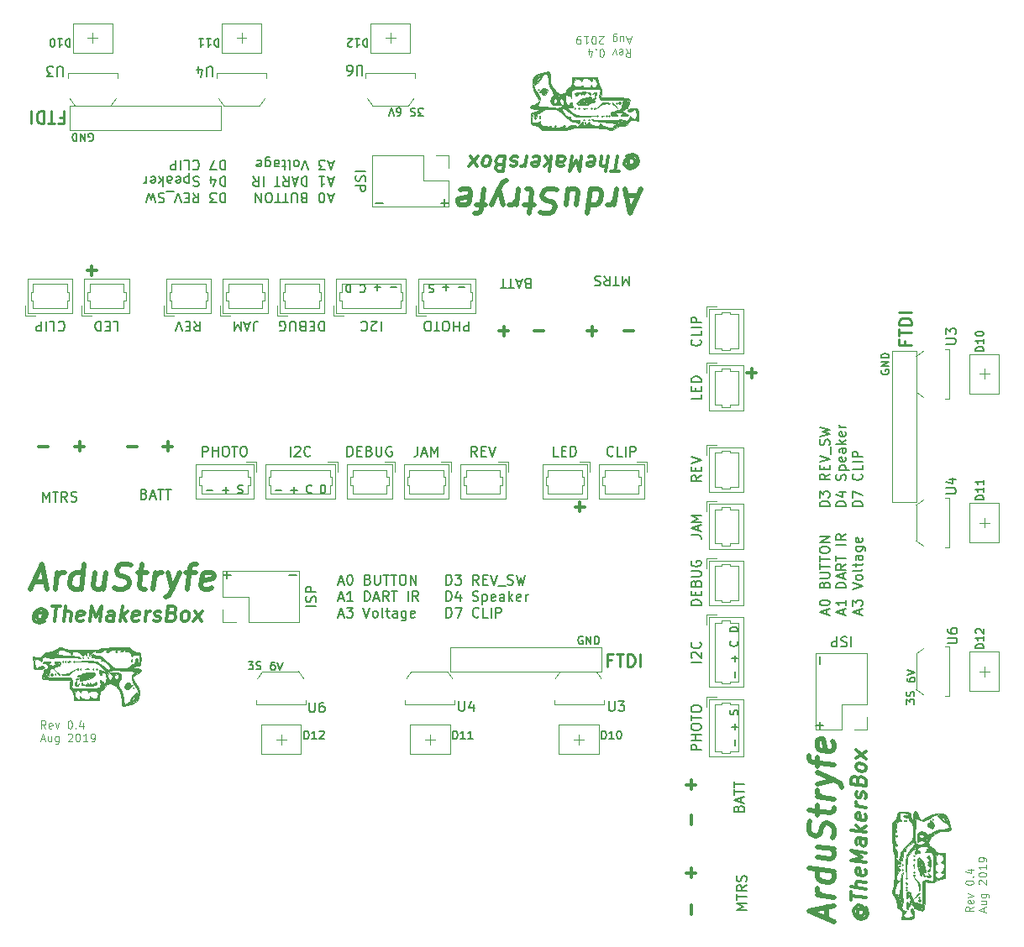
<source format=gto>
%MOIN*%
%OFA0B0*%
%FSLAX46Y46*%
%IPPOS*%
%LPD*%
%ADD10C,0.0039370078740157488*%
%ADD11C,0.011811023622047244*%
%ADD12C,0.01968503937007874*%
%ADD13C,0.00984251968503937*%
%ADD14C,0.0078740157480314977*%
%ADD15C,0.005905511811023622*%
%ADD16C,0.0047244094488188976*%
%ADD17C,0.00039370078740157485*%
%ADD28C,0.0039370078740157488*%
%ADD29C,0.011811023622047244*%
%ADD30C,0.01968503937007874*%
%ADD31C,0.00984251968503937*%
%ADD32C,0.0078740157480314977*%
%ADD33C,0.005905511811023622*%
%ADD34C,0.0047244094488188976*%
%ADD35C,0.00039370078740157485*%
%ADD36C,0.0039370078740157488*%
%ADD37C,0.011811023622047244*%
%ADD38C,0.01968503937007874*%
%ADD39C,0.00984251968503937*%
%ADD40C,0.0078740157480314977*%
%ADD41C,0.005905511811023622*%
%ADD42C,0.0047244094488188976*%
%ADD43C,0.00039370078740157485*%
G01*
D10*
D11*
X0002209559Y0001735815D02*
X0002247054Y0001735815D01*
X0002228307Y0001717067D02*
X0002228307Y0001754563D01*
D12*
X0000061155Y0001437926D02*
X0000108024Y0001437926D01*
X0000048266Y0001409805D02*
X0000093378Y0001508230D01*
X0000113883Y0001409805D01*
X0000146691Y0001409805D02*
X0000154894Y0001475421D01*
X0000152550Y0001456674D02*
X0000158409Y0001466047D01*
X0000163681Y0001470734D01*
X0000173641Y0001475421D01*
X0000183015Y0001475421D01*
X0000249804Y0001409805D02*
X0000262107Y0001508230D01*
X0000250389Y0001414491D02*
X0000240430Y0001409805D01*
X0000221682Y0001409805D01*
X0000212894Y0001414491D01*
X0000208793Y0001419178D01*
X0000205278Y0001428552D01*
X0000208793Y0001456674D01*
X0000214652Y0001466047D01*
X0000219925Y0001470734D01*
X0000229884Y0001475421D01*
X0000248632Y0001475421D01*
X0000257420Y0001470734D01*
X0000347057Y0001475421D02*
X0000338855Y0001409805D01*
X0000304875Y0001475421D02*
X0000298430Y0001423865D01*
X0000301945Y0001414491D01*
X0000310733Y0001409805D01*
X0000324794Y0001409805D01*
X0000334754Y0001414491D01*
X0000340027Y0001419178D01*
X0000381623Y0001414491D02*
X0000395098Y0001409805D01*
X0000418532Y0001409805D01*
X0000428492Y0001414491D01*
X0000433765Y0001419178D01*
X0000439624Y0001428552D01*
X0000440795Y0001437926D01*
X0000437280Y0001447300D01*
X0000433179Y0001451987D01*
X0000424391Y0001456674D01*
X0000406229Y0001461361D01*
X0000397441Y0001466047D01*
X0000393340Y0001470734D01*
X0000389825Y0001480108D01*
X0000390997Y0001489482D01*
X0000396856Y0001498856D01*
X0000402128Y0001503543D01*
X0000412088Y0001508230D01*
X0000435523Y0001508230D01*
X0000448997Y0001503543D01*
X0000473604Y0001475421D02*
X0000511099Y0001475421D01*
X0000491766Y0001508230D02*
X0000481220Y0001423865D01*
X0000484735Y0001414491D01*
X0000493523Y0001409805D01*
X0000502897Y0001409805D01*
X0000535705Y0001409805D02*
X0000543907Y0001475421D01*
X0000541564Y0001456674D02*
X0000547423Y0001466047D01*
X0000552695Y0001470734D01*
X0000562655Y0001475421D01*
X0000572029Y0001475421D01*
X0000595463Y0001475421D02*
X0000610696Y0001409805D01*
X0000642333Y0001475421D02*
X0000610696Y0001409805D01*
X0000598393Y0001386370D01*
X0000593120Y0001381683D01*
X0000583160Y0001376996D01*
X0000665767Y0001475421D02*
X0000703262Y0001475421D01*
X0000671626Y0001409805D02*
X0000682171Y0001494169D01*
X0000688030Y0001503543D01*
X0000697990Y0001508230D01*
X0000707364Y0001508230D01*
X0000765950Y0001414491D02*
X0000755990Y0001409805D01*
X0000737243Y0001409805D01*
X0000728455Y0001414491D01*
X0000724939Y0001423865D01*
X0000729626Y0001461361D01*
X0000735485Y0001470734D01*
X0000745445Y0001475421D01*
X0000764192Y0001475421D01*
X0000772980Y0001470734D01*
X0000776495Y0001461361D01*
X0000775324Y0001451987D01*
X0000727283Y0001442613D01*
D13*
X0002355266Y0001127845D02*
X0002338862Y0001127845D01*
X0002338862Y0001102067D02*
X0002338862Y0001151280D01*
X0002362296Y0001151280D01*
X0002374013Y0001151280D02*
X0002402135Y0001151280D01*
X0002388074Y0001102067D02*
X0002388074Y0001151280D01*
X0002418539Y0001102067D02*
X0002418539Y0001151280D01*
X0002430256Y0001151280D01*
X0002437287Y0001148937D01*
X0002441974Y0001144250D01*
X0002444317Y0001139563D01*
X0002446661Y0001130189D01*
X0002446661Y0001123158D01*
X0002444317Y0001113785D01*
X0002441974Y0001109098D01*
X0002437287Y0001104411D01*
X0002430256Y0001102067D01*
X0002418539Y0001102067D01*
X0002467752Y0001102067D02*
X0002467752Y0001151280D01*
D14*
X0001073308Y0001466518D02*
X0001103305Y0001466518D01*
X0001019319Y0001802080D02*
X0001043316Y0001802080D01*
X0001082311Y0001802080D02*
X0001106308Y0001802080D01*
X0001094310Y0001790082D02*
X0001094310Y0001814079D01*
X0001163301Y0001793082D02*
X0001161801Y0001791582D01*
X0001157302Y0001790082D01*
X0001154302Y0001790082D01*
X0001149803Y0001791582D01*
X0001146803Y0001794581D01*
X0001145303Y0001797581D01*
X0001143803Y0001803580D01*
X0001143803Y0001808080D01*
X0001145303Y0001814079D01*
X0001146803Y0001817079D01*
X0001149803Y0001820078D01*
X0001154302Y0001821578D01*
X0001157302Y0001821578D01*
X0001161801Y0001820078D01*
X0001163301Y0001818578D01*
X0001200796Y0001790082D02*
X0001200796Y0001821578D01*
X0001208295Y0001821578D01*
X0001212795Y0001820078D01*
X0001215794Y0001817079D01*
X0001217294Y0001814079D01*
X0001218794Y0001808080D01*
X0001218794Y0001803580D01*
X0001217294Y0001797581D01*
X0001215794Y0001794581D01*
X0001212795Y0001791582D01*
X0001208295Y0001790082D01*
X0001200796Y0001790082D01*
X0000747815Y0001802080D02*
X0000771812Y0001802080D01*
X0000810808Y0001802080D02*
X0000834805Y0001802080D01*
X0000822806Y0001790082D02*
X0000822806Y0001814079D01*
X0000872300Y0001791582D02*
X0000876799Y0001790082D01*
X0000884298Y0001790082D01*
X0000887298Y0001791582D01*
X0000888798Y0001793082D01*
X0000890298Y0001796081D01*
X0000890298Y0001799081D01*
X0000888798Y0001802080D01*
X0000887298Y0001803580D01*
X0000884298Y0001805080D01*
X0000878299Y0001806580D01*
X0000875299Y0001808080D01*
X0000873800Y0001809580D01*
X0000872300Y0001812579D01*
X0000872300Y0001815579D01*
X0000873800Y0001818578D01*
X0000875299Y0001820078D01*
X0000878299Y0001821578D01*
X0000885798Y0001821578D01*
X0000890298Y0001820078D01*
D11*
X0000434559Y0001975815D02*
X0000472054Y0001975815D01*
X0000574559Y0001975815D02*
X0000612054Y0001975815D01*
X0000593307Y0001957067D02*
X0000593307Y0001994563D01*
X0000079559Y0001975815D02*
X0000117054Y0001975815D01*
X0000224559Y0001975815D02*
X0000262054Y0001975815D01*
X0000243307Y0001957067D02*
X0000243307Y0001994563D01*
D15*
X0000499250Y0001787142D02*
X0000504874Y0001785268D01*
X0000506749Y0001783393D01*
X0000508623Y0001779643D01*
X0000508623Y0001774019D01*
X0000506749Y0001770269D01*
X0000504874Y0001768395D01*
X0000501124Y0001766520D01*
X0000486126Y0001766520D01*
X0000486126Y0001805890D01*
X0000499250Y0001805890D01*
X0000502999Y0001804015D01*
X0000504874Y0001802140D01*
X0000506749Y0001798391D01*
X0000506749Y0001794641D01*
X0000504874Y0001790892D01*
X0000502999Y0001789017D01*
X0000499250Y0001787142D01*
X0000486126Y0001787142D01*
X0000523622Y0001777769D02*
X0000542369Y0001777769D01*
X0000519872Y0001766520D02*
X0000532995Y0001805890D01*
X0000546119Y0001766520D01*
X0000553618Y0001805890D02*
X0000576115Y0001805890D01*
X0000564866Y0001766520D02*
X0000564866Y0001805890D01*
X0000583614Y0001805890D02*
X0000606111Y0001805890D01*
X0000594863Y0001766520D02*
X0000594863Y0001805890D01*
X0000096752Y0001756520D02*
X0000096752Y0001795890D01*
X0000109876Y0001767768D01*
X0000122999Y0001795890D01*
X0000122999Y0001756520D01*
X0000136122Y0001795890D02*
X0000158620Y0001795890D01*
X0000147371Y0001756520D02*
X0000147371Y0001795890D01*
X0000194240Y0001756520D02*
X0000181117Y0001775268D01*
X0000171743Y0001756520D02*
X0000171743Y0001795890D01*
X0000186741Y0001795890D01*
X0000190491Y0001794015D01*
X0000192365Y0001792140D01*
X0000194240Y0001788391D01*
X0000194240Y0001782767D01*
X0000192365Y0001779017D01*
X0000190491Y0001777142D01*
X0000186741Y0001775268D01*
X0000171743Y0001775268D01*
X0000209238Y0001758395D02*
X0000214863Y0001756520D01*
X0000224237Y0001756520D01*
X0000227986Y0001758395D01*
X0000229861Y0001760269D01*
X0000231736Y0001764019D01*
X0000231736Y0001767768D01*
X0000229861Y0001771518D01*
X0000227986Y0001773393D01*
X0000224237Y0001775268D01*
X0000216737Y0001777142D01*
X0000212988Y0001779017D01*
X0000211113Y0001780892D01*
X0000209238Y0001784641D01*
X0000209238Y0001788391D01*
X0000211113Y0001792140D01*
X0000212988Y0001794015D01*
X0000216737Y0001795890D01*
X0000226111Y0001795890D01*
X0000231736Y0001794015D01*
X0002239310Y0001220078D02*
X0002236310Y0001221578D01*
X0002231811Y0001221578D01*
X0002227311Y0001220078D01*
X0002224311Y0001217079D01*
X0002222812Y0001214079D01*
X0002221312Y0001208080D01*
X0002221312Y0001203580D01*
X0002222812Y0001197581D01*
X0002224311Y0001194581D01*
X0002227311Y0001191582D01*
X0002231811Y0001190082D01*
X0002234810Y0001190082D01*
X0002239310Y0001191582D01*
X0002240809Y0001193082D01*
X0002240809Y0001203580D01*
X0002234810Y0001203580D01*
X0002254308Y0001190082D02*
X0002254308Y0001221578D01*
X0002272305Y0001190082D01*
X0002272305Y0001221578D01*
X0002287304Y0001190082D02*
X0002287304Y0001221578D01*
X0002294803Y0001221578D01*
X0002299302Y0001220078D01*
X0002302302Y0001217079D01*
X0002303802Y0001214079D01*
X0002305301Y0001208080D01*
X0002305301Y0001203580D01*
X0002303802Y0001197581D01*
X0002302302Y0001194581D01*
X0002299302Y0001191582D01*
X0002294803Y0001190082D01*
X0002287304Y0001190082D01*
D14*
X0000813308Y0001466518D02*
X0000843305Y0001466518D01*
X0000828307Y0001451520D02*
X0000828307Y0001481516D01*
D15*
X0001697680Y0001426481D02*
X0001697680Y0001465851D01*
X0001707054Y0001465851D01*
X0001712679Y0001463976D01*
X0001716428Y0001460226D01*
X0001718303Y0001456477D01*
X0001720178Y0001448978D01*
X0001720178Y0001443353D01*
X0001718303Y0001435854D01*
X0001716428Y0001432105D01*
X0001712679Y0001428355D01*
X0001707054Y0001426481D01*
X0001697680Y0001426481D01*
X0001733301Y0001465851D02*
X0001757673Y0001465851D01*
X0001744550Y0001450853D01*
X0001750174Y0001450853D01*
X0001753923Y0001448978D01*
X0001755798Y0001447103D01*
X0001757673Y0001443353D01*
X0001757673Y0001433980D01*
X0001755798Y0001430230D01*
X0001753923Y0001428355D01*
X0001750174Y0001426481D01*
X0001738925Y0001426481D01*
X0001735176Y0001428355D01*
X0001733301Y0001430230D01*
X0001827039Y0001426481D02*
X0001813916Y0001445228D01*
X0001804542Y0001426481D02*
X0001804542Y0001465851D01*
X0001819540Y0001465851D01*
X0001823290Y0001463976D01*
X0001825165Y0001462101D01*
X0001827039Y0001458352D01*
X0001827039Y0001452727D01*
X0001825165Y0001448978D01*
X0001823290Y0001447103D01*
X0001819540Y0001445228D01*
X0001804542Y0001445228D01*
X0001843912Y0001447103D02*
X0001857035Y0001447103D01*
X0001862660Y0001426481D02*
X0001843912Y0001426481D01*
X0001843912Y0001465851D01*
X0001862660Y0001465851D01*
X0001873908Y0001465851D02*
X0001887032Y0001426481D01*
X0001900155Y0001465851D01*
X0001903905Y0001422731D02*
X0001933901Y0001422731D01*
X0001941400Y0001428355D02*
X0001947024Y0001426481D01*
X0001956398Y0001426481D01*
X0001960148Y0001428355D01*
X0001962022Y0001430230D01*
X0001963897Y0001433980D01*
X0001963897Y0001437729D01*
X0001962022Y0001441479D01*
X0001960148Y0001443353D01*
X0001956398Y0001445228D01*
X0001948899Y0001447103D01*
X0001945150Y0001448978D01*
X0001943275Y0001450853D01*
X0001941400Y0001454602D01*
X0001941400Y0001458352D01*
X0001943275Y0001462101D01*
X0001945150Y0001463976D01*
X0001948899Y0001465851D01*
X0001958273Y0001465851D01*
X0001963897Y0001463976D01*
X0001977020Y0001465851D02*
X0001986394Y0001426481D01*
X0001993893Y0001454602D01*
X0002001392Y0001426481D01*
X0002010766Y0001465851D01*
X0001697680Y0001361520D02*
X0001697680Y0001400890D01*
X0001707054Y0001400890D01*
X0001712679Y0001399015D01*
X0001716428Y0001395266D01*
X0001718303Y0001391516D01*
X0001720178Y0001384017D01*
X0001720178Y0001378393D01*
X0001718303Y0001370894D01*
X0001716428Y0001367144D01*
X0001712679Y0001363395D01*
X0001707054Y0001361520D01*
X0001697680Y0001361520D01*
X0001753923Y0001387767D02*
X0001753923Y0001361520D01*
X0001744550Y0001402765D02*
X0001735176Y0001374643D01*
X0001759548Y0001374643D01*
X0001802667Y0001363395D02*
X0001808292Y0001361520D01*
X0001817665Y0001361520D01*
X0001821415Y0001363395D01*
X0001823290Y0001365269D01*
X0001825165Y0001369019D01*
X0001825165Y0001372769D01*
X0001823290Y0001376518D01*
X0001821415Y0001378393D01*
X0001817665Y0001380268D01*
X0001810166Y0001382142D01*
X0001806417Y0001384017D01*
X0001804542Y0001385892D01*
X0001802667Y0001389641D01*
X0001802667Y0001393391D01*
X0001804542Y0001397140D01*
X0001806417Y0001399015D01*
X0001810166Y0001400890D01*
X0001819540Y0001400890D01*
X0001825165Y0001399015D01*
X0001842037Y0001387767D02*
X0001842037Y0001348397D01*
X0001842037Y0001385892D02*
X0001845787Y0001387767D01*
X0001853286Y0001387767D01*
X0001857035Y0001385892D01*
X0001858910Y0001384017D01*
X0001860785Y0001380268D01*
X0001860785Y0001369019D01*
X0001858910Y0001365269D01*
X0001857035Y0001363395D01*
X0001853286Y0001361520D01*
X0001845787Y0001361520D01*
X0001842037Y0001363395D01*
X0001892656Y0001363395D02*
X0001888907Y0001361520D01*
X0001881407Y0001361520D01*
X0001877658Y0001363395D01*
X0001875783Y0001367144D01*
X0001875783Y0001382142D01*
X0001877658Y0001385892D01*
X0001881407Y0001387767D01*
X0001888907Y0001387767D01*
X0001892656Y0001385892D01*
X0001894531Y0001382142D01*
X0001894531Y0001378393D01*
X0001875783Y0001374643D01*
X0001928277Y0001361520D02*
X0001928277Y0001382142D01*
X0001926402Y0001385892D01*
X0001922652Y0001387767D01*
X0001915153Y0001387767D01*
X0001911404Y0001385892D01*
X0001928277Y0001363395D02*
X0001924527Y0001361520D01*
X0001915153Y0001361520D01*
X0001911404Y0001363395D01*
X0001909529Y0001367144D01*
X0001909529Y0001370894D01*
X0001911404Y0001374643D01*
X0001915153Y0001376518D01*
X0001924527Y0001376518D01*
X0001928277Y0001378393D01*
X0001947024Y0001361520D02*
X0001947024Y0001400890D01*
X0001950774Y0001376518D02*
X0001962022Y0001361520D01*
X0001962022Y0001387767D02*
X0001947024Y0001372769D01*
X0001993893Y0001363395D02*
X0001990144Y0001361520D01*
X0001982645Y0001361520D01*
X0001978895Y0001363395D01*
X0001977020Y0001367144D01*
X0001977020Y0001382142D01*
X0001978895Y0001385892D01*
X0001982645Y0001387767D01*
X0001990144Y0001387767D01*
X0001993893Y0001385892D01*
X0001995768Y0001382142D01*
X0001995768Y0001378393D01*
X0001977020Y0001374643D01*
X0002012641Y0001361520D02*
X0002012641Y0001387767D01*
X0002012641Y0001380268D02*
X0002014516Y0001384017D01*
X0002016391Y0001385892D01*
X0002020140Y0001387767D01*
X0002023890Y0001387767D01*
X0001697680Y0001296559D02*
X0001697680Y0001335929D01*
X0001707054Y0001335929D01*
X0001712679Y0001334055D01*
X0001716428Y0001330305D01*
X0001718303Y0001326556D01*
X0001720178Y0001319056D01*
X0001720178Y0001313432D01*
X0001718303Y0001305933D01*
X0001716428Y0001302184D01*
X0001712679Y0001298434D01*
X0001707054Y0001296559D01*
X0001697680Y0001296559D01*
X0001733301Y0001335929D02*
X0001759548Y0001335929D01*
X0001742675Y0001296559D01*
X0001827039Y0001300309D02*
X0001825165Y0001298434D01*
X0001819540Y0001296559D01*
X0001815791Y0001296559D01*
X0001810166Y0001298434D01*
X0001806417Y0001302184D01*
X0001804542Y0001305933D01*
X0001802667Y0001313432D01*
X0001802667Y0001319056D01*
X0001804542Y0001326556D01*
X0001806417Y0001330305D01*
X0001810166Y0001334055D01*
X0001815791Y0001335929D01*
X0001819540Y0001335929D01*
X0001825165Y0001334055D01*
X0001827039Y0001332180D01*
X0001862660Y0001296559D02*
X0001843912Y0001296559D01*
X0001843912Y0001335929D01*
X0001875783Y0001296559D02*
X0001875783Y0001335929D01*
X0001894531Y0001296559D02*
X0001894531Y0001335929D01*
X0001909529Y0001335929D01*
X0001913278Y0001334055D01*
X0001915153Y0001332180D01*
X0001917028Y0001328430D01*
X0001917028Y0001322806D01*
X0001915153Y0001319056D01*
X0001913278Y0001317182D01*
X0001909529Y0001315307D01*
X0001894531Y0001315307D01*
X0001270806Y0001437729D02*
X0001289553Y0001437729D01*
X0001267056Y0001426481D02*
X0001280179Y0001465851D01*
X0001293303Y0001426481D01*
X0001313925Y0001465851D02*
X0001317675Y0001465851D01*
X0001321424Y0001463976D01*
X0001323299Y0001462101D01*
X0001325174Y0001458352D01*
X0001327049Y0001450853D01*
X0001327049Y0001441479D01*
X0001325174Y0001433980D01*
X0001323299Y0001430230D01*
X0001321424Y0001428355D01*
X0001317675Y0001426481D01*
X0001313925Y0001426481D01*
X0001310176Y0001428355D01*
X0001308301Y0001430230D01*
X0001306426Y0001433980D01*
X0001304551Y0001441479D01*
X0001304551Y0001450853D01*
X0001306426Y0001458352D01*
X0001308301Y0001462101D01*
X0001310176Y0001463976D01*
X0001313925Y0001465851D01*
X0001387041Y0001447103D02*
X0001392665Y0001445228D01*
X0001394540Y0001443353D01*
X0001396415Y0001439604D01*
X0001396415Y0001433980D01*
X0001394540Y0001430230D01*
X0001392665Y0001428355D01*
X0001388916Y0001426481D01*
X0001373918Y0001426481D01*
X0001373918Y0001465851D01*
X0001387041Y0001465851D01*
X0001390791Y0001463976D01*
X0001392665Y0001462101D01*
X0001394540Y0001458352D01*
X0001394540Y0001454602D01*
X0001392665Y0001450853D01*
X0001390791Y0001448978D01*
X0001387041Y0001447103D01*
X0001373918Y0001447103D01*
X0001413288Y0001465851D02*
X0001413288Y0001433980D01*
X0001415163Y0001430230D01*
X0001417037Y0001428355D01*
X0001420787Y0001426481D01*
X0001428286Y0001426481D01*
X0001432036Y0001428355D01*
X0001433910Y0001430230D01*
X0001435785Y0001433980D01*
X0001435785Y0001465851D01*
X0001448908Y0001465851D02*
X0001471406Y0001465851D01*
X0001460157Y0001426481D02*
X0001460157Y0001465851D01*
X0001478905Y0001465851D02*
X0001501402Y0001465851D01*
X0001490153Y0001426481D02*
X0001490153Y0001465851D01*
X0001522024Y0001465851D02*
X0001529523Y0001465851D01*
X0001533273Y0001463976D01*
X0001537022Y0001460226D01*
X0001538897Y0001452727D01*
X0001538897Y0001439604D01*
X0001537022Y0001432105D01*
X0001533273Y0001428355D01*
X0001529523Y0001426481D01*
X0001522024Y0001426481D01*
X0001518275Y0001428355D01*
X0001514525Y0001432105D01*
X0001512650Y0001439604D01*
X0001512650Y0001452727D01*
X0001514525Y0001460226D01*
X0001518275Y0001463976D01*
X0001522024Y0001465851D01*
X0001555770Y0001426481D02*
X0001555770Y0001465851D01*
X0001578267Y0001426481D01*
X0001578267Y0001465851D01*
X0001270806Y0001372769D02*
X0001289553Y0001372769D01*
X0001267056Y0001361520D02*
X0001280179Y0001400890D01*
X0001293303Y0001361520D01*
X0001327049Y0001361520D02*
X0001304551Y0001361520D01*
X0001315800Y0001361520D02*
X0001315800Y0001400890D01*
X0001312050Y0001395266D01*
X0001308301Y0001391516D01*
X0001304551Y0001389641D01*
X0001373918Y0001361520D02*
X0001373918Y0001400890D01*
X0001383292Y0001400890D01*
X0001388916Y0001399015D01*
X0001392665Y0001395266D01*
X0001394540Y0001391516D01*
X0001396415Y0001384017D01*
X0001396415Y0001378393D01*
X0001394540Y0001370894D01*
X0001392665Y0001367144D01*
X0001388916Y0001363395D01*
X0001383292Y0001361520D01*
X0001373918Y0001361520D01*
X0001411413Y0001372769D02*
X0001430161Y0001372769D01*
X0001407664Y0001361520D02*
X0001420787Y0001400890D01*
X0001433910Y0001361520D01*
X0001469531Y0001361520D02*
X0001456407Y0001380268D01*
X0001447034Y0001361520D02*
X0001447034Y0001400890D01*
X0001462032Y0001400890D01*
X0001465781Y0001399015D01*
X0001467656Y0001397140D01*
X0001469531Y0001393391D01*
X0001469531Y0001387767D01*
X0001467656Y0001384017D01*
X0001465781Y0001382142D01*
X0001462032Y0001380268D01*
X0001447034Y0001380268D01*
X0001480779Y0001400890D02*
X0001503277Y0001400890D01*
X0001492028Y0001361520D02*
X0001492028Y0001400890D01*
X0001546396Y0001361520D02*
X0001546396Y0001400890D01*
X0001587641Y0001361520D02*
X0001574518Y0001380268D01*
X0001565144Y0001361520D02*
X0001565144Y0001400890D01*
X0001580142Y0001400890D01*
X0001583892Y0001399015D01*
X0001585766Y0001397140D01*
X0001587641Y0001393391D01*
X0001587641Y0001387767D01*
X0001585766Y0001384017D01*
X0001583892Y0001382142D01*
X0001580142Y0001380268D01*
X0001565144Y0001380268D01*
X0001270806Y0001307808D02*
X0001289553Y0001307808D01*
X0001267056Y0001296559D02*
X0001280179Y0001335929D01*
X0001293303Y0001296559D01*
X0001302677Y0001335929D02*
X0001327049Y0001335929D01*
X0001313925Y0001320931D01*
X0001319550Y0001320931D01*
X0001323299Y0001319056D01*
X0001325174Y0001317182D01*
X0001327049Y0001313432D01*
X0001327049Y0001304058D01*
X0001325174Y0001300309D01*
X0001323299Y0001298434D01*
X0001319550Y0001296559D01*
X0001308301Y0001296559D01*
X0001304551Y0001298434D01*
X0001302677Y0001300309D01*
X0001368293Y0001335929D02*
X0001381417Y0001296559D01*
X0001394540Y0001335929D01*
X0001413288Y0001296559D02*
X0001409538Y0001298434D01*
X0001407664Y0001300309D01*
X0001405789Y0001304058D01*
X0001405789Y0001315307D01*
X0001407664Y0001319056D01*
X0001409538Y0001320931D01*
X0001413288Y0001322806D01*
X0001418912Y0001322806D01*
X0001422662Y0001320931D01*
X0001424536Y0001319056D01*
X0001426411Y0001315307D01*
X0001426411Y0001304058D01*
X0001424536Y0001300309D01*
X0001422662Y0001298434D01*
X0001418912Y0001296559D01*
X0001413288Y0001296559D01*
X0001448908Y0001296559D02*
X0001445159Y0001298434D01*
X0001443284Y0001302184D01*
X0001443284Y0001335929D01*
X0001458282Y0001322806D02*
X0001473280Y0001322806D01*
X0001463907Y0001335929D02*
X0001463907Y0001302184D01*
X0001465781Y0001298434D01*
X0001469531Y0001296559D01*
X0001473280Y0001296559D01*
X0001503277Y0001296559D02*
X0001503277Y0001317182D01*
X0001501402Y0001320931D01*
X0001497652Y0001322806D01*
X0001490153Y0001322806D01*
X0001486404Y0001320931D01*
X0001503277Y0001298434D02*
X0001499527Y0001296559D01*
X0001490153Y0001296559D01*
X0001486404Y0001298434D01*
X0001484529Y0001302184D01*
X0001484529Y0001305933D01*
X0001486404Y0001309683D01*
X0001490153Y0001311557D01*
X0001499527Y0001311557D01*
X0001503277Y0001313432D01*
X0001538897Y0001322806D02*
X0001538897Y0001290935D01*
X0001537022Y0001287185D01*
X0001535148Y0001285311D01*
X0001531398Y0001283436D01*
X0001525774Y0001283436D01*
X0001522024Y0001285311D01*
X0001538897Y0001298434D02*
X0001535148Y0001296559D01*
X0001527649Y0001296559D01*
X0001523899Y0001298434D01*
X0001522024Y0001300309D01*
X0001520150Y0001304058D01*
X0001520150Y0001315307D01*
X0001522024Y0001319056D01*
X0001523899Y0001320931D01*
X0001527649Y0001322806D01*
X0001535148Y0001322806D01*
X0001538897Y0001320931D01*
X0001572643Y0001298434D02*
X0001568893Y0001296559D01*
X0001561394Y0001296559D01*
X0001557645Y0001298434D01*
X0001555770Y0001302184D01*
X0001555770Y0001317182D01*
X0001557645Y0001320931D01*
X0001561394Y0001322806D01*
X0001568893Y0001322806D01*
X0001572643Y0001320931D01*
X0001574518Y0001317182D01*
X0001574518Y0001313432D01*
X0001555770Y0001309683D01*
X0001135061Y0000815082D02*
X0001135061Y0000846578D01*
X0001142560Y0000846578D01*
X0001147060Y0000845078D01*
X0001150059Y0000842079D01*
X0001151559Y0000839079D01*
X0001153059Y0000833080D01*
X0001153059Y0000828580D01*
X0001151559Y0000822581D01*
X0001150059Y0000819581D01*
X0001147060Y0000816582D01*
X0001142560Y0000815082D01*
X0001135061Y0000815082D01*
X0001183055Y0000815082D02*
X0001165058Y0000815082D01*
X0001174056Y0000815082D02*
X0001174056Y0000846578D01*
X0001171057Y0000842079D01*
X0001168057Y0000839079D01*
X0001165058Y0000837579D01*
X0001195054Y0000843578D02*
X0001196554Y0000845078D01*
X0001199553Y0000846578D01*
X0001207052Y0000846578D01*
X0001210052Y0000845078D01*
X0001211552Y0000843578D01*
X0001213052Y0000840579D01*
X0001213052Y0000837579D01*
X0001211552Y0000833080D01*
X0001193554Y0000815082D01*
X0001213052Y0000815082D01*
X0001725061Y0000815082D02*
X0001725061Y0000846578D01*
X0001732560Y0000846578D01*
X0001737060Y0000845078D01*
X0001740059Y0000842079D01*
X0001741559Y0000839079D01*
X0001743059Y0000833080D01*
X0001743059Y0000828580D01*
X0001741559Y0000822581D01*
X0001740059Y0000819581D01*
X0001737060Y0000816582D01*
X0001732560Y0000815082D01*
X0001725061Y0000815082D01*
X0001773055Y0000815082D02*
X0001755058Y0000815082D01*
X0001764056Y0000815082D02*
X0001764056Y0000846578D01*
X0001761057Y0000842079D01*
X0001758057Y0000839079D01*
X0001755058Y0000837579D01*
X0001803052Y0000815082D02*
X0001785054Y0000815082D01*
X0001794053Y0000815082D02*
X0001794053Y0000846578D01*
X0001791053Y0000842079D01*
X0001788053Y0000839079D01*
X0001785054Y0000837579D01*
X0002315061Y0000815082D02*
X0002315061Y0000846578D01*
X0002322560Y0000846578D01*
X0002327060Y0000845078D01*
X0002330060Y0000842079D01*
X0002331559Y0000839079D01*
X0002333059Y0000833080D01*
X0002333059Y0000828580D01*
X0002331559Y0000822581D01*
X0002330060Y0000819581D01*
X0002327060Y0000816582D01*
X0002322560Y0000815082D01*
X0002315061Y0000815082D01*
X0002363055Y0000815082D02*
X0002345058Y0000815082D01*
X0002354056Y0000815082D02*
X0002354056Y0000846578D01*
X0002351057Y0000842079D01*
X0002348057Y0000839079D01*
X0002345058Y0000837579D01*
X0002382553Y0000846578D02*
X0002385553Y0000846578D01*
X0002388552Y0000845078D01*
X0002390052Y0000843578D01*
X0002391552Y0000840579D01*
X0002393052Y0000834580D01*
X0002393052Y0000827080D01*
X0002391552Y0000821081D01*
X0002390052Y0000818082D01*
X0002388552Y0000816582D01*
X0002385553Y0000815082D01*
X0002382553Y0000815082D01*
X0002379553Y0000816582D01*
X0002378053Y0000818082D01*
X0002376554Y0000821081D01*
X0002375054Y0000827080D01*
X0002375054Y0000834580D01*
X0002376554Y0000840579D01*
X0002378053Y0000843578D01*
X0002379553Y0000845078D01*
X0002382553Y0000846578D01*
D11*
X0000099613Y0001310736D02*
X0000097152Y0001313548D01*
X0000091879Y0001316361D01*
X0000086255Y0001316361D01*
X0000080279Y0001313548D01*
X0000077116Y0001310736D01*
X0000073600Y0001305112D01*
X0000072897Y0001299488D01*
X0000075007Y0001293863D01*
X0000077467Y0001291051D01*
X0000082740Y0001288239D01*
X0000088364Y0001288239D01*
X0000094340Y0001291051D01*
X0000097504Y0001293863D01*
X0000100316Y0001316361D02*
X0000097504Y0001293863D01*
X0000099964Y0001291051D01*
X0000102776Y0001291051D01*
X0000108752Y0001293863D01*
X0000112267Y0001299488D01*
X0000114025Y0001313548D01*
X0000109455Y0001321985D01*
X0000101722Y0001327609D01*
X0000090825Y0001330421D01*
X0000079225Y0001327609D01*
X0000070085Y0001321985D01*
X0000063406Y0001313548D01*
X0000059188Y0001302300D01*
X0000060594Y0001291051D01*
X0000065164Y0001282615D01*
X0000072897Y0001276990D01*
X0000083795Y0001274178D01*
X0000095395Y0001276990D01*
X0000104534Y0001282615D01*
X0000134413Y0001341670D02*
X0000168159Y0001341670D01*
X0000143904Y0001282615D02*
X0000151286Y0001341670D01*
X0000180462Y0001282615D02*
X0000187844Y0001341670D01*
X0000205771Y0001282615D02*
X0000209638Y0001313548D01*
X0000207529Y0001319173D01*
X0000202256Y0001321985D01*
X0000193820Y0001321985D01*
X0000187844Y0001319173D01*
X0000184680Y0001316361D01*
X0000256742Y0001285427D02*
X0000250766Y0001282615D01*
X0000239517Y0001282615D01*
X0000234244Y0001285427D01*
X0000232135Y0001291051D01*
X0000234947Y0001313548D01*
X0000238463Y0001319173D01*
X0000244438Y0001321985D01*
X0000255687Y0001321985D01*
X0000260960Y0001319173D01*
X0000263069Y0001313548D01*
X0000262366Y0001307924D01*
X0000233541Y0001302300D01*
X0000284512Y0001282615D02*
X0000291893Y0001341670D01*
X0000306306Y0001299488D01*
X0000331264Y0001341670D01*
X0000323882Y0001282615D01*
X0000377312Y0001282615D02*
X0000381179Y0001313548D01*
X0000379070Y0001319173D01*
X0000373797Y0001321985D01*
X0000362549Y0001321985D01*
X0000356573Y0001319173D01*
X0000377664Y0001285427D02*
X0000371688Y0001282615D01*
X0000357627Y0001282615D01*
X0000352355Y0001285427D01*
X0000350245Y0001291051D01*
X0000350949Y0001296675D01*
X0000354464Y0001302300D01*
X0000360440Y0001305112D01*
X0000374500Y0001305112D01*
X0000380476Y0001307924D01*
X0000405434Y0001282615D02*
X0000412816Y0001341670D01*
X0000413870Y0001305112D02*
X0000427931Y0001282615D01*
X0000432852Y0001321985D02*
X0000407543Y0001299488D01*
X0000476089Y0001285427D02*
X0000470113Y0001282615D01*
X0000458865Y0001282615D01*
X0000453592Y0001285427D01*
X0000451483Y0001291051D01*
X0000454295Y0001313548D01*
X0000457810Y0001319173D01*
X0000463786Y0001321985D01*
X0000475035Y0001321985D01*
X0000480307Y0001319173D01*
X0000482417Y0001313548D01*
X0000481713Y0001307924D01*
X0000452889Y0001302300D01*
X0000503859Y0001282615D02*
X0000508780Y0001321985D01*
X0000507374Y0001310736D02*
X0000510890Y0001316361D01*
X0000514053Y0001319173D01*
X0000520029Y0001321985D01*
X0000525653Y0001321985D01*
X0000537956Y0001285427D02*
X0000543229Y0001282615D01*
X0000554478Y0001282615D01*
X0000560454Y0001285427D01*
X0000563969Y0001291051D01*
X0000564320Y0001293863D01*
X0000562211Y0001299488D01*
X0000556938Y0001302300D01*
X0000548502Y0001302300D01*
X0000543229Y0001305112D01*
X0000541120Y0001310736D01*
X0000541472Y0001313548D01*
X0000544987Y0001319173D01*
X0000550963Y0001321985D01*
X0000559399Y0001321985D01*
X0000564672Y0001319173D01*
X0000611775Y0001313548D02*
X0000619860Y0001310736D01*
X0000622321Y0001307924D01*
X0000624430Y0001302300D01*
X0000623375Y0001293863D01*
X0000619860Y0001288239D01*
X0000616697Y0001285427D01*
X0000610721Y0001282615D01*
X0000588224Y0001282615D01*
X0000595605Y0001341670D01*
X0000615291Y0001341670D01*
X0000620563Y0001338858D01*
X0000623024Y0001336046D01*
X0000625133Y0001330421D01*
X0000624430Y0001324797D01*
X0000620915Y0001319173D01*
X0000617751Y0001316361D01*
X0000611775Y0001313548D01*
X0000592090Y0001313548D01*
X0000655715Y0001282615D02*
X0000650442Y0001285427D01*
X0000647982Y0001288239D01*
X0000645873Y0001293863D01*
X0000647982Y0001310736D01*
X0000651497Y0001316361D01*
X0000654661Y0001319173D01*
X0000660636Y0001321985D01*
X0000669073Y0001321985D01*
X0000674346Y0001319173D01*
X0000676806Y0001316361D01*
X0000678915Y0001310736D01*
X0000676806Y0001293863D01*
X0000673291Y0001288239D01*
X0000670127Y0001285427D01*
X0000664152Y0001282615D01*
X0000655715Y0001282615D01*
X0000695085Y0001282615D02*
X0000730940Y0001321985D01*
X0000700007Y0001321985D02*
X0000726019Y0001282615D01*
D10*
X0000108803Y0000855672D02*
X0000098305Y0000870671D01*
X0000090806Y0000855672D02*
X0000090806Y0000887169D01*
X0000102804Y0000887169D01*
X0000105804Y0000885669D01*
X0000107304Y0000884169D01*
X0000108803Y0000881169D01*
X0000108803Y0000876670D01*
X0000107304Y0000873670D01*
X0000105804Y0000872170D01*
X0000102804Y0000870671D01*
X0000090806Y0000870671D01*
X0000134300Y0000857172D02*
X0000131301Y0000855672D01*
X0000125301Y0000855672D01*
X0000122302Y0000857172D01*
X0000120802Y0000860172D01*
X0000120802Y0000872170D01*
X0000122302Y0000875170D01*
X0000125301Y0000876670D01*
X0000131301Y0000876670D01*
X0000134300Y0000875170D01*
X0000135800Y0000872170D01*
X0000135800Y0000869171D01*
X0000120802Y0000866171D01*
X0000146299Y0000876670D02*
X0000153798Y0000855672D01*
X0000161297Y0000876670D01*
X0000203292Y0000887169D02*
X0000206291Y0000887169D01*
X0000209291Y0000885669D01*
X0000210791Y0000884169D01*
X0000212290Y0000881169D01*
X0000213790Y0000875170D01*
X0000213790Y0000867671D01*
X0000212290Y0000861672D01*
X0000210791Y0000858672D01*
X0000209291Y0000857172D01*
X0000206291Y0000855672D01*
X0000203292Y0000855672D01*
X0000200292Y0000857172D01*
X0000198792Y0000858672D01*
X0000197292Y0000861672D01*
X0000195792Y0000867671D01*
X0000195792Y0000875170D01*
X0000197292Y0000881169D01*
X0000198792Y0000884169D01*
X0000200292Y0000885669D01*
X0000203292Y0000887169D01*
X0000227289Y0000858672D02*
X0000228788Y0000857172D01*
X0000227289Y0000855672D01*
X0000225789Y0000857172D01*
X0000227289Y0000858672D01*
X0000227289Y0000855672D01*
X0000255785Y0000876670D02*
X0000255785Y0000855672D01*
X0000248286Y0000888668D02*
X0000240787Y0000866171D01*
X0000260284Y0000866171D01*
X0000089306Y0000813490D02*
X0000104304Y0000813490D01*
X0000086306Y0000804491D02*
X0000096805Y0000835987D01*
X0000107304Y0000804491D01*
X0000131301Y0000825489D02*
X0000131301Y0000804491D01*
X0000117802Y0000825489D02*
X0000117802Y0000808991D01*
X0000119302Y0000805991D01*
X0000122302Y0000804491D01*
X0000126801Y0000804491D01*
X0000129801Y0000805991D01*
X0000131301Y0000807491D01*
X0000159797Y0000825489D02*
X0000159797Y0000799992D01*
X0000158297Y0000796992D01*
X0000156797Y0000795493D01*
X0000153798Y0000793993D01*
X0000149298Y0000793993D01*
X0000146299Y0000795493D01*
X0000159797Y0000805991D02*
X0000156797Y0000804491D01*
X0000150798Y0000804491D01*
X0000147799Y0000805991D01*
X0000146299Y0000807491D01*
X0000144799Y0000810491D01*
X0000144799Y0000819490D01*
X0000146299Y0000822489D01*
X0000147799Y0000823989D01*
X0000150798Y0000825489D01*
X0000156797Y0000825489D01*
X0000159797Y0000823989D01*
X0000197292Y0000832988D02*
X0000198792Y0000834488D01*
X0000201792Y0000835987D01*
X0000209291Y0000835987D01*
X0000212290Y0000834488D01*
X0000213790Y0000832988D01*
X0000215290Y0000829988D01*
X0000215290Y0000826989D01*
X0000213790Y0000822489D01*
X0000195793Y0000804491D01*
X0000215290Y0000804491D01*
X0000234788Y0000835987D02*
X0000237787Y0000835987D01*
X0000240787Y0000834488D01*
X0000242287Y0000832988D01*
X0000243787Y0000829988D01*
X0000245286Y0000823989D01*
X0000245286Y0000816490D01*
X0000243787Y0000810491D01*
X0000242287Y0000807491D01*
X0000240787Y0000805991D01*
X0000237787Y0000804491D01*
X0000234788Y0000804491D01*
X0000231788Y0000805991D01*
X0000230288Y0000807491D01*
X0000228788Y0000810491D01*
X0000227289Y0000816490D01*
X0000227289Y0000823989D01*
X0000228788Y0000829988D01*
X0000230288Y0000832988D01*
X0000231788Y0000834488D01*
X0000234788Y0000835987D01*
X0000275283Y0000804491D02*
X0000257285Y0000804491D01*
X0000266284Y0000804491D02*
X0000266284Y0000835987D01*
X0000263284Y0000831488D01*
X0000260284Y0000828488D01*
X0000257285Y0000826989D01*
X0000290281Y0000804491D02*
X0000296280Y0000804491D01*
X0000299280Y0000805991D01*
X0000300779Y0000807491D01*
X0000303779Y0000811990D01*
X0000305279Y0000817990D01*
X0000305279Y0000829988D01*
X0000303779Y0000832988D01*
X0000302279Y0000834488D01*
X0000299280Y0000835987D01*
X0000293280Y0000835987D01*
X0000290281Y0000834488D01*
X0000288781Y0000832988D01*
X0000287281Y0000829988D01*
X0000287281Y0000822489D01*
X0000288781Y0000819490D01*
X0000290281Y0000817990D01*
X0000293280Y0000816490D01*
X0000299280Y0000816490D01*
X0000302279Y0000817990D01*
X0000303779Y0000819490D01*
X0000305279Y0000822489D01*
D16*
X0001714094Y0001178543D02*
X0001714094Y0001080118D01*
X0001714094Y0001080118D02*
X0002314488Y0001080118D01*
X0002314488Y0001080118D02*
X0002314488Y0001178543D01*
X0002314488Y0001178543D02*
X0001714094Y0001178543D01*
D10*
X0002303070Y0000753346D02*
X0002145590Y0000753346D01*
X0002145590Y0000753346D02*
X0002145590Y0000871456D01*
X0002145590Y0000871456D02*
X0002303070Y0000871456D01*
X0002303070Y0000871456D02*
X0002303070Y0000753346D01*
X0002224330Y0000792716D02*
X0002224330Y0000832086D01*
X0002244015Y0000812401D02*
X0002204645Y0000812401D01*
X0002322755Y0000969881D02*
X0002322755Y0000950196D01*
X0002322755Y0000950196D02*
X0002125905Y0000950196D01*
X0002125905Y0000950196D02*
X0002125905Y0000969881D01*
D16*
X0002293622Y0001082086D02*
X0002151889Y0001082086D01*
X0002314259Y0001053456D02*
G75*
G03X0002293622Y0001082086I-0000091503J-0000044204D01*
G01*
X0002131252Y0001053456D02*
G75*
G02X0002151889Y0001082086I0000091503J-0000044204D01*
G01*
D10*
X0001712519Y0000753346D02*
X0001555039Y0000753346D01*
X0001555039Y0000753346D02*
X0001555039Y0000871456D01*
X0001555039Y0000871456D02*
X0001712519Y0000871456D01*
X0001712519Y0000871456D02*
X0001712519Y0000753346D01*
X0001633779Y0000792716D02*
X0001633779Y0000832086D01*
X0001653464Y0000812401D02*
X0001614094Y0000812401D01*
X0001732204Y0000969881D02*
X0001732204Y0000950196D01*
X0001732204Y0000950196D02*
X0001535354Y0000950196D01*
X0001535354Y0000950196D02*
X0001535354Y0000969881D01*
D16*
X0001703070Y0001082086D02*
X0001561338Y0001082086D01*
X0001723708Y0001053456D02*
G75*
G03X0001703070Y0001082086I-0000091503J-0000044204D01*
G01*
X0001540701Y0001053456D02*
G75*
G02X0001561338Y0001082086I0000091503J-0000044204D01*
G01*
D10*
X0001121968Y0000753346D02*
X0000964488Y0000753346D01*
X0000964488Y0000753346D02*
X0000964488Y0000871456D01*
X0000964488Y0000871456D02*
X0001121968Y0000871456D01*
X0001121968Y0000871456D02*
X0001121968Y0000753346D01*
X0001043228Y0000792716D02*
X0001043228Y0000832086D01*
X0001062913Y0000812401D02*
X0001023543Y0000812401D01*
X0001141653Y0000969881D02*
X0001141653Y0000950196D01*
X0001141653Y0000950196D02*
X0000944803Y0000950196D01*
X0000944803Y0000950196D02*
X0000944803Y0000969881D01*
D16*
X0001112519Y0001082086D02*
X0000970787Y0001082086D01*
X0001133156Y0001053456D02*
G75*
G03X0001112519Y0001082086I-0000091503J-0000044204D01*
G01*
X0000950150Y0001053456D02*
G75*
G02X0000970787Y0001082086I0000091503J-0000044204D01*
G01*
X0001115669Y0001276968D02*
X0001115669Y0001481692D01*
X0000913307Y0001276968D02*
X0001115669Y0001276968D01*
X0000810944Y0001481692D02*
X0001115669Y0001481692D01*
X0000913307Y0001276968D02*
X0000913307Y0001379330D01*
X0000913307Y0001379330D02*
X0000810944Y0001379330D01*
X0000810944Y0001379330D02*
X0000810944Y0001481692D01*
X0000863307Y0001276968D02*
X0000810944Y0001276968D01*
X0000810944Y0001276968D02*
X0000810944Y0001329330D01*
X0001708267Y0001766732D02*
X0001708267Y0001904527D01*
X0001708267Y0001904527D02*
X0001529133Y0001904527D01*
X0001529133Y0001904527D02*
X0001529133Y0001766732D01*
X0001529133Y0001766732D02*
X0001708267Y0001766732D01*
X0001618700Y0001882874D02*
X0001686614Y0001882874D01*
X0001686614Y0001882874D02*
X0001686614Y0001854330D01*
X0001686614Y0001854330D02*
X0001694488Y0001854330D01*
X0001694488Y0001854330D02*
X0001694488Y0001822834D01*
X0001694488Y0001822834D02*
X0001686614Y0001822834D01*
X0001686614Y0001822834D02*
X0001686614Y0001788385D01*
X0001686614Y0001788385D02*
X0001618700Y0001788385D01*
X0001618700Y0001882874D02*
X0001550787Y0001882874D01*
X0001550787Y0001882874D02*
X0001550787Y0001854330D01*
X0001550787Y0001854330D02*
X0001542913Y0001854330D01*
X0001542913Y0001854330D02*
X0001542913Y0001822834D01*
X0001542913Y0001822834D02*
X0001550787Y0001822834D01*
X0001550787Y0001822834D02*
X0001550787Y0001788385D01*
X0001550787Y0001788385D02*
X0001618700Y0001788385D01*
X0001718110Y0001914370D02*
X0001718110Y0001875000D01*
X0001718110Y0001914370D02*
X0001678740Y0001914370D01*
X0001258267Y0001766732D02*
X0001258267Y0001904527D01*
X0001258267Y0001904527D02*
X0000980708Y0001904527D01*
X0000980708Y0001904527D02*
X0000980708Y0001766732D01*
X0000980708Y0001766732D02*
X0001258267Y0001766732D01*
X0001119488Y0001882874D02*
X0001236614Y0001882874D01*
X0001236614Y0001882874D02*
X0001236614Y0001854330D01*
X0001236614Y0001854330D02*
X0001244488Y0001854330D01*
X0001244488Y0001854330D02*
X0001244488Y0001822834D01*
X0001244488Y0001822834D02*
X0001236614Y0001822834D01*
X0001236614Y0001822834D02*
X0001236614Y0001788385D01*
X0001236614Y0001788385D02*
X0001119488Y0001788385D01*
X0001119488Y0001882874D02*
X0001002362Y0001882874D01*
X0001002362Y0001882874D02*
X0001002362Y0001854330D01*
X0001002362Y0001854330D02*
X0000994488Y0001854330D01*
X0000994488Y0001854330D02*
X0000994488Y0001822834D01*
X0000994488Y0001822834D02*
X0001002362Y0001822834D01*
X0001002362Y0001822834D02*
X0001002362Y0001788385D01*
X0001002362Y0001788385D02*
X0001119488Y0001788385D01*
X0001268110Y0001914370D02*
X0001268110Y0001875000D01*
X0001268110Y0001914370D02*
X0001228740Y0001914370D01*
X0001483267Y0001766732D02*
X0001483267Y0001904527D01*
X0001483267Y0001904527D02*
X0001304133Y0001904527D01*
X0001304133Y0001904527D02*
X0001304133Y0001766732D01*
X0001304133Y0001766732D02*
X0001483267Y0001766732D01*
X0001393700Y0001882874D02*
X0001461614Y0001882874D01*
X0001461614Y0001882874D02*
X0001461614Y0001854330D01*
X0001461614Y0001854330D02*
X0001469488Y0001854330D01*
X0001469488Y0001854330D02*
X0001469488Y0001822834D01*
X0001469488Y0001822834D02*
X0001461614Y0001822834D01*
X0001461614Y0001822834D02*
X0001461614Y0001788385D01*
X0001461614Y0001788385D02*
X0001393700Y0001788385D01*
X0001393700Y0001882874D02*
X0001325787Y0001882874D01*
X0001325787Y0001882874D02*
X0001325787Y0001854330D01*
X0001325787Y0001854330D02*
X0001317913Y0001854330D01*
X0001317913Y0001854330D02*
X0001317913Y0001822834D01*
X0001317913Y0001822834D02*
X0001325787Y0001822834D01*
X0001325787Y0001822834D02*
X0001325787Y0001788385D01*
X0001325787Y0001788385D02*
X0001393700Y0001788385D01*
X0001493110Y0001914370D02*
X0001493110Y0001875000D01*
X0001493110Y0001914370D02*
X0001453740Y0001914370D01*
X0002483267Y0001766732D02*
X0002483267Y0001904527D01*
X0002483267Y0001904527D02*
X0002304133Y0001904527D01*
X0002304133Y0001904527D02*
X0002304133Y0001766732D01*
X0002304133Y0001766732D02*
X0002483267Y0001766732D01*
X0002393700Y0001882874D02*
X0002461614Y0001882874D01*
X0002461614Y0001882874D02*
X0002461614Y0001854330D01*
X0002461614Y0001854330D02*
X0002469488Y0001854330D01*
X0002469488Y0001854330D02*
X0002469488Y0001822834D01*
X0002469488Y0001822834D02*
X0002461614Y0001822834D01*
X0002461614Y0001822834D02*
X0002461614Y0001788385D01*
X0002461614Y0001788385D02*
X0002393700Y0001788385D01*
X0002393700Y0001882874D02*
X0002325787Y0001882874D01*
X0002325787Y0001882874D02*
X0002325787Y0001854330D01*
X0002325787Y0001854330D02*
X0002317913Y0001854330D01*
X0002317913Y0001854330D02*
X0002317913Y0001822834D01*
X0002317913Y0001822834D02*
X0002325787Y0001822834D01*
X0002325787Y0001822834D02*
X0002325787Y0001788385D01*
X0002325787Y0001788385D02*
X0002393700Y0001788385D01*
X0002493110Y0001914370D02*
X0002493110Y0001875000D01*
X0002493110Y0001914370D02*
X0002453740Y0001914370D01*
X0001933267Y0001766732D02*
X0001933267Y0001904527D01*
X0001933267Y0001904527D02*
X0001754133Y0001904527D01*
X0001754133Y0001904527D02*
X0001754133Y0001766732D01*
X0001754133Y0001766732D02*
X0001933267Y0001766732D01*
X0001843700Y0001882874D02*
X0001911614Y0001882874D01*
X0001911614Y0001882874D02*
X0001911614Y0001854330D01*
X0001911614Y0001854330D02*
X0001919488Y0001854330D01*
X0001919488Y0001854330D02*
X0001919488Y0001822834D01*
X0001919488Y0001822834D02*
X0001911614Y0001822834D01*
X0001911614Y0001822834D02*
X0001911614Y0001788385D01*
X0001911614Y0001788385D02*
X0001843700Y0001788385D01*
X0001843700Y0001882874D02*
X0001775787Y0001882874D01*
X0001775787Y0001882874D02*
X0001775787Y0001854330D01*
X0001775787Y0001854330D02*
X0001767913Y0001854330D01*
X0001767913Y0001854330D02*
X0001767913Y0001822834D01*
X0001767913Y0001822834D02*
X0001775787Y0001822834D01*
X0001775787Y0001822834D02*
X0001775787Y0001788385D01*
X0001775787Y0001788385D02*
X0001843700Y0001788385D01*
X0001943110Y0001914370D02*
X0001943110Y0001875000D01*
X0001943110Y0001914370D02*
X0001903740Y0001914370D01*
X0000933267Y0001766732D02*
X0000933267Y0001904527D01*
X0000933267Y0001904527D02*
X0000704921Y0001904527D01*
X0000704921Y0001904527D02*
X0000704921Y0001766732D01*
X0000704921Y0001766732D02*
X0000933267Y0001766732D01*
X0000819094Y0001882874D02*
X0000911614Y0001882874D01*
X0000911614Y0001882874D02*
X0000911614Y0001854330D01*
X0000911614Y0001854330D02*
X0000919488Y0001854330D01*
X0000919488Y0001854330D02*
X0000919488Y0001822834D01*
X0000919488Y0001822834D02*
X0000911614Y0001822834D01*
X0000911614Y0001822834D02*
X0000911614Y0001788385D01*
X0000911614Y0001788385D02*
X0000819094Y0001788385D01*
X0000819094Y0001882874D02*
X0000726574Y0001882874D01*
X0000726574Y0001882874D02*
X0000726574Y0001854330D01*
X0000726574Y0001854330D02*
X0000718700Y0001854330D01*
X0000718700Y0001854330D02*
X0000718700Y0001822834D01*
X0000718700Y0001822834D02*
X0000726574Y0001822834D01*
X0000726574Y0001822834D02*
X0000726574Y0001788385D01*
X0000726574Y0001788385D02*
X0000819094Y0001788385D01*
X0000943110Y0001914370D02*
X0000943110Y0001875000D01*
X0000943110Y0001914370D02*
X0000903740Y0001914370D01*
D17*
G36*
X0000427374Y0001177976D02*
X0000438261Y0001176704D01*
X0000444807Y0001174297D01*
X0000448894Y0001170507D01*
X0000449532Y0001169633D01*
X0000459171Y0001162165D01*
X0000470971Y0001158517D01*
X0000479768Y0001156869D01*
X0000484150Y0001152704D01*
X0000485650Y0001143262D01*
X0000485807Y0001131830D01*
X0000485466Y0001116993D01*
X0000483324Y0001109409D01*
X0000477699Y0001106329D01*
X0000469557Y0001105263D01*
X0000456999Y0001102468D01*
X0000453836Y0001098577D01*
X0000459869Y0001095319D01*
X0000470807Y0001094330D01*
X0000483750Y0001092704D01*
X0000488275Y0001087513D01*
X0000488307Y0001086830D01*
X0000484589Y0001080195D01*
X0000481360Y0001079330D01*
X0000472669Y0001076376D01*
X0000462801Y0001069927D01*
X0000451188Y0001060523D01*
X0000465544Y0001038830D01*
X0000475890Y0001017982D01*
X0000480448Y0000996986D01*
X0000478979Y0000978497D01*
X0000472063Y0000965946D01*
X0000461979Y0000959366D01*
X0000446388Y0000952502D01*
X0000429597Y0000946982D01*
X0000415915Y0000944433D01*
X0000415051Y0000944406D01*
X0000411377Y0000949049D01*
X0000409982Y0000962348D01*
X0000410051Y0000968080D01*
X0000407455Y0000989675D01*
X0000399312Y0001009245D01*
X0000387176Y0001024490D01*
X0000372599Y0001033112D01*
X0000365359Y0001034223D01*
X0000352417Y0001031825D01*
X0000344732Y0001022922D01*
X0000344216Y0001021830D01*
X0000337607Y0001012593D01*
X0000331201Y0001009330D01*
X0000325717Y0001005151D01*
X0000322700Y0000992110D01*
X0000322344Y0000988080D01*
X0000320807Y0000966830D01*
X0000220807Y0000966830D01*
X0000219277Y0000984330D01*
X0000216592Y0000995776D01*
X0000223098Y0000995776D01*
X0000225084Y0000984232D01*
X0000229557Y0000976809D01*
X0000237831Y0000970131D01*
X0000242533Y0000972445D01*
X0000243383Y0000978080D01*
X0000244311Y0000983701D01*
X0000247832Y0000979923D01*
X0000247907Y0000979805D01*
X0000255444Y0000974191D01*
X0000266380Y0000971777D01*
X0000276846Y0000972664D01*
X0000282971Y0000976951D01*
X0000283383Y0000978884D01*
X0000284859Y0000983433D01*
X0000287133Y0000981330D01*
X0000296524Y0000973926D01*
X0000306915Y0000974440D01*
X0000315204Y0000981670D01*
X0000318307Y0000993406D01*
X0000315238Y0001001091D01*
X0000304689Y0001005185D01*
X0000302057Y0001005625D01*
X0000289576Y0001005758D01*
X0000282219Y0001002567D01*
X0000282133Y0001002443D01*
X0000278938Y0000999845D01*
X0000278383Y0001003080D01*
X0000273916Y0001007613D01*
X0000263307Y0001009330D01*
X0000252443Y0001007495D01*
X0000247912Y0001003080D01*
X0000246907Y0000999396D01*
X0000244995Y0001003080D01*
X0000238498Y0001008323D01*
X0000232890Y0001009330D01*
X0000225823Y0001005342D01*
X0000223098Y0000995776D01*
X0000216592Y0000995776D01*
X0000216089Y0000997920D01*
X0000210393Y0001007421D01*
X0000209840Y0001007883D01*
X0000204483Y0001016225D01*
X0000204611Y0001030378D01*
X0000204806Y0001031633D01*
X0000207678Y0001049330D01*
X0000150492Y0001049330D01*
X0000125787Y0001049461D01*
X0000109400Y0001050034D01*
X0000099655Y0001051318D01*
X0000094870Y0001053582D01*
X0000093368Y0001057094D01*
X0000093307Y0001058497D01*
X0000093463Y0001059330D01*
X0000098307Y0001059330D01*
X0000100012Y0001054460D01*
X0000100511Y0001054330D01*
X0000104780Y0001057834D01*
X0000105807Y0001059330D01*
X0000105410Y0001063938D01*
X0000103602Y0001064330D01*
X0000098510Y0001060701D01*
X0000098307Y0001059330D01*
X0000093463Y0001059330D01*
X0000095125Y0001068211D01*
X0000096993Y0001071350D01*
X0000097197Y0001071830D01*
X0000108307Y0001071830D01*
X0000110807Y0001069330D01*
X0000113307Y0001071830D01*
X0000110807Y0001074330D01*
X0000108307Y0001071830D01*
X0000097197Y0001071830D01*
X0000100293Y0001079132D01*
X0000100743Y0001083433D01*
X0000103758Y0001089973D01*
X0000107057Y0001090580D01*
X0000112787Y0001092622D01*
X0000113307Y0001094625D01*
X0000116370Y0001097612D01*
X0000118307Y0001096830D01*
X0000123010Y0001095341D01*
X0000121669Y0001099534D01*
X0000114944Y0001107671D01*
X0000113723Y0001108914D01*
X0000105800Y0001114981D01*
X0000101223Y0001115580D01*
X0000098429Y0001116235D01*
X0000098307Y0001117497D01*
X0000102695Y0001120722D01*
X0000113453Y0001122299D01*
X0000115395Y0001122330D01*
X0000126151Y0001121865D01*
X0000128274Y0001119818D01*
X0000124145Y0001115989D01*
X0000118702Y0001111385D01*
X0000119541Y0001108956D01*
X0000128169Y0001107336D01*
X0000134557Y0001106560D01*
X0000145641Y0001106859D01*
X0000147741Y0001111323D01*
X0000145500Y0001114330D01*
X0000155807Y0001114330D01*
X0000156203Y0001109723D01*
X0000158011Y0001109330D01*
X0000163103Y0001112960D01*
X0000163307Y0001114330D01*
X0000161601Y0001119200D01*
X0000161102Y0001119330D01*
X0000156833Y0001115827D01*
X0000155807Y0001114330D01*
X0000145500Y0001114330D01*
X0000143140Y0001117497D01*
X0000142630Y0001121265D01*
X0000151431Y0001122648D01*
X0000153140Y0001122664D01*
X0000164372Y0001120995D01*
X0000168227Y0001115106D01*
X0000168307Y0001113497D01*
X0000164397Y0001105768D01*
X0000158307Y0001104330D01*
X0000150178Y0001102507D01*
X0000148307Y0001099982D01*
X0000144087Y0001096818D01*
X0000137057Y0001096232D01*
X0000127717Y0001093807D01*
X0000125145Y0001086830D01*
X0000122212Y0001068351D01*
X0000116283Y0001058585D01*
X0000116054Y0001058416D01*
X0000117323Y0001056805D01*
X0000126158Y0001056819D01*
X0000131054Y0001057291D01*
X0000152547Y0001058776D01*
X0000155291Y0001058814D01*
X0000153307Y0001056830D01*
X0000155807Y0001054330D01*
X0000158307Y0001056830D01*
X0000156308Y0001058828D01*
X0000177895Y0001059127D01*
X0000201015Y0001058285D01*
X0000204557Y0001057994D01*
X0000211698Y0001054380D01*
X0000214375Y0001043939D01*
X0000214475Y0001039330D01*
X0000213168Y0001033109D01*
X0000211045Y0001025580D01*
X0000209882Y0001020751D01*
X0000210953Y0001017549D01*
X0000215860Y0001015641D01*
X0000226209Y0001014692D01*
X0000243601Y0001014366D01*
X0000264935Y0001014330D01*
X0000291149Y0001014517D01*
X0000308886Y0001015544D01*
X0000317791Y0001017664D01*
X0000329973Y0001017664D01*
X0000330660Y0001014691D01*
X0000333307Y0001014330D01*
X0000337422Y0001016160D01*
X0000336640Y0001017664D01*
X0000330706Y0001018262D01*
X0000329973Y0001017664D01*
X0000317791Y0001017664D01*
X0000319666Y0001018110D01*
X0000325012Y0001022914D01*
X0000326445Y0001030655D01*
X0000325485Y0001042033D01*
X0000325471Y0001042147D01*
X0000324963Y0001049715D01*
X0000326104Y0001048827D01*
X0000326365Y0001048019D01*
X0000330613Y0001041995D01*
X0000333685Y0001042064D01*
X0000338018Y0001041387D01*
X0000338307Y0001039782D01*
X0000341860Y0001036541D01*
X0000344679Y0001037089D01*
X0000347613Y0001041830D01*
X0000373307Y0001041830D01*
X0000375807Y0001039330D01*
X0000378307Y0001041830D01*
X0000375807Y0001044330D01*
X0000373307Y0001041830D01*
X0000347613Y0001041830D01*
X0000348940Y0001043973D01*
X0000349158Y0001059387D01*
X0000349154Y0001059432D01*
X0000348020Y0001065881D01*
X0000355299Y0001065881D01*
X0000358204Y0001055012D01*
X0000364052Y0001049755D01*
X0000370007Y0001050863D01*
X0000372414Y0001057003D01*
X0000380683Y0001057003D01*
X0000385597Y0001052003D01*
X0000389344Y0001051473D01*
X0000396483Y0001054153D01*
X0000396578Y0001060402D01*
X0000396995Y0001067770D01*
X0000399608Y0001069330D01*
X0000402927Y0001071067D01*
X0000402366Y0001071938D01*
X0000396227Y0001072432D01*
X0000390282Y0001070688D01*
X0000382303Y0001064415D01*
X0000380683Y0001057003D01*
X0000372414Y0001057003D01*
X0000373233Y0001059090D01*
X0000373307Y0001061097D01*
X0000370017Y0001072246D01*
X0000364557Y0001076048D01*
X0000363911Y0001077263D01*
X0000371518Y0001077793D01*
X0000380807Y0001077665D01*
X0000395764Y0001076685D01*
X0000403446Y0001074106D01*
X0000406574Y0001068513D01*
X0000407309Y0001063902D01*
X0000405785Y0001051798D01*
X0000401330Y0001044765D01*
X0000396539Y0001037502D01*
X0000398359Y0001026735D01*
X0000398890Y0001025295D01*
X0000404238Y0001014501D01*
X0000408900Y0001008963D01*
X0000412110Y0001002649D01*
X0000415144Y0000989612D01*
X0000416745Y0000978019D01*
X0000418603Y0000962314D01*
X0000420824Y0000954626D01*
X0000424678Y0000953011D01*
X0000431439Y0000955528D01*
X0000431464Y0000955540D01*
X0000440426Y0000961466D01*
X0000441038Y0000962456D01*
X0000449648Y0000962456D01*
X0000449759Y0000959971D01*
X0000455511Y0000959330D01*
X0000463826Y0000962076D01*
X0000465518Y0000963864D01*
X0000463919Y0000966419D01*
X0000458313Y0000965781D01*
X0000449648Y0000962456D01*
X0000441038Y0000962456D01*
X0000443465Y0000966383D01*
X0000445397Y0000970664D01*
X0000450182Y0000970664D01*
X0000452399Y0000969330D01*
X0000459728Y0000973010D01*
X0000461012Y0000974663D01*
X0000461635Y0000976830D01*
X0000468307Y0000976830D01*
X0000470807Y0000974330D01*
X0000473307Y0000976830D01*
X0000470807Y0000979330D01*
X0000468307Y0000976830D01*
X0000461635Y0000976830D01*
X0000462884Y0000981172D01*
X0000459004Y0000981706D01*
X0000453407Y0000976951D01*
X0000450182Y0000970664D01*
X0000445397Y0000970664D01*
X0000446629Y0000973393D01*
X0000454262Y0000983858D01*
X0000456420Y0000986388D01*
X0000465328Y0000995296D01*
X0000470764Y0000996817D01*
X0000473685Y0000993888D01*
X0000477547Y0000989239D01*
X0000477488Y0000993539D01*
X0000473522Y0001006546D01*
X0000472817Y0001008584D01*
X0000468159Y0001019264D01*
X0000464130Y0001024277D01*
X0000463822Y0001024330D01*
X0000460036Y0001028545D01*
X0000455070Y0001038984D01*
X0000453898Y0001042077D01*
X0000450193Y0001055322D01*
X0000451393Y0001064729D01*
X0000455173Y0001071565D01*
X0000459656Y0001079264D01*
X0000458140Y0001082556D01*
X0000448887Y0001083332D01*
X0000444336Y0001083357D01*
X0000428132Y0001084290D01*
X0000408334Y0001086594D01*
X0000399415Y0001087992D01*
X0000377426Y0001089767D01*
X0000363242Y0001085831D01*
X0000356258Y0001075879D01*
X0000355299Y0001065881D01*
X0000348020Y0001065881D01*
X0000346816Y0001072729D01*
X0000342264Y0001078484D01*
X0000337486Y0001079330D01*
X0000330815Y0001077449D01*
X0000330593Y0001074676D01*
X0000329966Y0001068254D01*
X0000328388Y0001066881D01*
X0000323712Y0001066970D01*
X0000323307Y0001068626D01*
X0000321646Y0001077264D01*
X0000320174Y0001081675D01*
X0000319519Y0001087061D01*
X0000325098Y0001087723D01*
X0000331424Y0001086425D01*
X0000345807Y0001083012D01*
X0000328753Y0001100988D01*
X0000320039Y0001109709D01*
X0000312295Y0001115127D01*
X0000302732Y0001118155D01*
X0000288561Y0001119704D01*
X0000268753Y0001120619D01*
X0000225807Y0001122274D01*
X0000269545Y0001123302D01*
X0000290627Y0001123661D01*
X0000304494Y0001123045D01*
X0000313926Y0001120717D01*
X0000321705Y0001115942D01*
X0000330612Y0001107985D01*
X0000331837Y0001106830D01*
X0000347266Y0001094082D01*
X0000358076Y0001089549D01*
X0000364939Y0001092964D01*
X0000365317Y0001093538D01*
X0000363831Y0001099226D01*
X0000357050Y0001107891D01*
X0000347687Y0001116966D01*
X0000338459Y0001123887D01*
X0000332079Y0001126088D01*
X0000331311Y0001125668D01*
X0000328839Y0001125975D01*
X0000329140Y0001129330D01*
X0000327845Y0001134230D01*
X0000319786Y0001136291D01*
X0000310252Y0001136450D01*
X0000297291Y0001136838D01*
X0000291997Y0001139391D01*
X0000292091Y0001145222D01*
X0000292113Y0001145305D01*
X0000295544Y0001151465D01*
X0000301354Y0001148876D01*
X0000311137Y0001145431D01*
X0000315777Y0001146127D01*
X0000323825Y0001144197D01*
X0000337146Y0001134776D01*
X0000351618Y0001121686D01*
X0000366125Y0001107965D01*
X0000376584Y0001099825D01*
X0000386054Y0001095810D01*
X0000397590Y0001094464D01*
X0000409042Y0001094330D01*
X0000426878Y0001095046D01*
X0000437493Y0001097683D01*
X0000443592Y0001102973D01*
X0000444155Y0001103831D01*
X0000451379Y0001110338D01*
X0000456698Y0001110796D01*
X0000461915Y0001112562D01*
X0000463307Y0001121295D01*
X0000465026Y0001130944D01*
X0000468526Y0001134330D01*
X0000472840Y0001130491D01*
X0000472933Y0001128080D01*
X0000472570Y0001117261D01*
X0000472714Y0001114747D01*
X0000474375Y0001109508D01*
X0000477085Y0001112275D01*
X0000479902Y0001121254D01*
X0000481596Y0001131668D01*
X0000482212Y0001143432D01*
X0000479049Y0001148321D01*
X0000469945Y0001149328D01*
X0000468841Y0001149330D01*
X0000457521Y0001147422D01*
X0000451618Y0001143080D01*
X0000449557Y0001142111D01*
X0000448701Y0001147545D01*
X0000444686Y0001157471D01*
X0000436102Y0001162796D01*
X0000427855Y0001161551D01*
X0000423730Y0001162653D01*
X0000423307Y0001165035D01*
X0000421846Y0001168759D01*
X0000417307Y0001165330D01*
X0000410093Y0001160253D01*
X0000405286Y0001159935D01*
X0000405961Y0001164580D01*
X0000405963Y0001164584D01*
X0000403863Y0001167862D01*
X0000392347Y0001168852D01*
X0000386258Y0001168650D01*
X0000372678Y0001167153D01*
X0000364443Y0001164716D01*
X0000363307Y0001163396D01*
X0000359173Y0001159982D01*
X0000354557Y0001159407D01*
X0000348767Y0001160233D01*
X0000352349Y0001163704D01*
X0000353307Y0001164330D01*
X0000357233Y0001167977D01*
X0000352267Y0001169198D01*
X0000349557Y0001169254D01*
X0000340775Y0001167636D01*
X0000338307Y0001164877D01*
X0000333916Y0001161397D01*
X0000323148Y0001158685D01*
X0000321157Y0001158422D01*
X0000310523Y0001158084D01*
X0000306279Y0001159815D01*
X0000306452Y0001160375D01*
X0000305208Y0001164117D01*
X0000303644Y0001164330D01*
X0000297163Y0001160536D01*
X0000292146Y0001154330D01*
X0000285530Y0001146565D01*
X0000280417Y0001144605D01*
X0000279238Y0001148954D01*
X0000280115Y0001151830D01*
X0000279785Y0001157995D01*
X0000274100Y0001158909D01*
X0000266163Y0001154654D01*
X0000262932Y0001151379D01*
X0000256948Y0001146174D01*
X0000252019Y0001149297D01*
X0000251070Y0001150536D01*
X0000242716Y0001156436D01*
X0000241555Y0001156830D01*
X0000253307Y0001156830D01*
X0000255807Y0001154330D01*
X0000258307Y0001156830D01*
X0000255807Y0001159330D01*
X0000253307Y0001156830D01*
X0000241555Y0001156830D01*
X0000229872Y0001160799D01*
X0000229557Y0001160862D01*
X0000218247Y0001162137D01*
X0000213714Y0001159209D01*
X0000213148Y0001155455D01*
X0000212370Y0001149601D01*
X0000208921Y0001152237D01*
X0000206811Y0001154944D01*
X0000198201Y0001160841D01*
X0000184251Y0001165654D01*
X0000179471Y0001166634D01*
X0000166040Y0001168297D01*
X0000159810Y0001166890D01*
X0000158307Y0001161975D01*
X0000155832Y0001156528D01*
X0000152658Y0001157231D01*
X0000148837Y0001157192D01*
X0000149330Y0001153776D01*
X0000153826Y0001149939D01*
X0000165142Y0001147509D01*
X0000184650Y0001146236D01*
X0000192087Y0001146048D01*
X0000212306Y0001144978D01*
X0000229449Y0001142848D01*
X0000240396Y0001140076D01*
X0000241665Y0001139420D01*
X0000247185Y0001135439D01*
X0000244146Y0001135639D01*
X0000242480Y0001136133D01*
X0000231774Y0001137833D01*
X0000214675Y0001138938D01*
X0000194245Y0001139435D01*
X0000173545Y0001139314D01*
X0000155636Y0001138561D01*
X0000143579Y0001137166D01*
X0000141319Y0001136527D01*
X0000129805Y0001135407D01*
X0000117980Y0001137923D01*
X0000103991Y0001139970D01*
X0000095425Y0001134109D01*
X0000093148Y0001124580D01*
X0000091966Y0001120181D01*
X0000087682Y0001123902D01*
X0000085888Y0001126207D01*
X0000076841Y0001133245D01*
X0000068996Y0001131562D01*
X0000064460Y0001122398D01*
X0000064237Y0001113500D01*
X0000067807Y0001100056D01*
X0000074551Y0001095601D01*
X0000083794Y0001100547D01*
X0000084415Y0001101153D01*
X0000093864Y0001105593D01*
X0000098704Y0001104085D01*
X0000102935Y0001098469D01*
X0000099137Y0001093475D01*
X0000089262Y0001090390D01*
X0000077692Y0001090216D01*
X0000067554Y0001091772D01*
X0000062361Y0001095762D01*
X0000060129Y0001104979D01*
X0000059259Y0001116162D01*
X0000057711Y0001140494D01*
X0000075181Y0001138454D01*
X0000087912Y0001138266D01*
X0000093571Y0001141830D01*
X0000123307Y0001141830D01*
X0000125807Y0001139330D01*
X0000128307Y0001141830D01*
X0000125807Y0001144330D01*
X0000123307Y0001141830D01*
X0000093571Y0001141830D01*
X0000094950Y0001142699D01*
X0000097872Y0001147872D01*
X0000099209Y0001149330D01*
X0000135807Y0001149330D01*
X0000136203Y0001144723D01*
X0000138011Y0001144330D01*
X0000143103Y0001147960D01*
X0000143307Y0001149330D01*
X0000141601Y0001154200D01*
X0000141102Y0001154330D01*
X0000136833Y0001150827D01*
X0000135807Y0001149330D01*
X0000099209Y0001149330D01*
X0000106092Y0001156830D01*
X0000128307Y0001156830D01*
X0000130807Y0001154330D01*
X0000133307Y0001156830D01*
X0000130807Y0001159330D01*
X0000128307Y0001156830D01*
X0000106092Y0001156830D01*
X0000106653Y0001157441D01*
X0000114449Y0001159713D01*
X0000133796Y0001161780D01*
X0000147270Y0001167214D01*
X0000153618Y0001172112D01*
X0000162180Y0001177632D01*
X0000171722Y0001176839D01*
X0000177337Y0001174732D01*
X0000188200Y0001172087D01*
X0000205485Y0001169928D01*
X0000227026Y0001168305D01*
X0000250657Y0001167266D01*
X0000274216Y0001166863D01*
X0000295535Y0001167143D01*
X0000312452Y0001168158D01*
X0000322801Y0001169957D01*
X0000324929Y0001171347D01*
X0000331220Y0001174365D01*
X0000347409Y0001176532D01*
X0000373430Y0001177842D01*
X0000385040Y0001178100D01*
X0000410261Y0001178358D01*
X0000427374Y0001177976D01*
X0000427374Y0001177976D01*
G37*
X0000427374Y0001177976D02*
X0000438261Y0001176704D01*
X0000444807Y0001174297D01*
X0000448894Y0001170507D01*
X0000449532Y0001169633D01*
X0000459171Y0001162165D01*
X0000470971Y0001158517D01*
X0000479768Y0001156869D01*
X0000484150Y0001152704D01*
X0000485650Y0001143262D01*
X0000485807Y0001131830D01*
X0000485466Y0001116993D01*
X0000483324Y0001109409D01*
X0000477699Y0001106329D01*
X0000469557Y0001105263D01*
X0000456999Y0001102468D01*
X0000453836Y0001098577D01*
X0000459869Y0001095319D01*
X0000470807Y0001094330D01*
X0000483750Y0001092704D01*
X0000488275Y0001087513D01*
X0000488307Y0001086830D01*
X0000484589Y0001080195D01*
X0000481360Y0001079330D01*
X0000472669Y0001076376D01*
X0000462801Y0001069927D01*
X0000451188Y0001060523D01*
X0000465544Y0001038830D01*
X0000475890Y0001017982D01*
X0000480448Y0000996986D01*
X0000478979Y0000978497D01*
X0000472063Y0000965946D01*
X0000461979Y0000959366D01*
X0000446388Y0000952502D01*
X0000429597Y0000946982D01*
X0000415915Y0000944433D01*
X0000415051Y0000944406D01*
X0000411377Y0000949049D01*
X0000409982Y0000962348D01*
X0000410051Y0000968080D01*
X0000407455Y0000989675D01*
X0000399312Y0001009245D01*
X0000387176Y0001024490D01*
X0000372599Y0001033112D01*
X0000365359Y0001034223D01*
X0000352417Y0001031825D01*
X0000344732Y0001022922D01*
X0000344216Y0001021830D01*
X0000337607Y0001012593D01*
X0000331201Y0001009330D01*
X0000325717Y0001005151D01*
X0000322700Y0000992110D01*
X0000322344Y0000988080D01*
X0000320807Y0000966830D01*
X0000220807Y0000966830D01*
X0000219277Y0000984330D01*
X0000216592Y0000995776D01*
X0000223098Y0000995776D01*
X0000225084Y0000984232D01*
X0000229557Y0000976809D01*
X0000237831Y0000970131D01*
X0000242533Y0000972445D01*
X0000243383Y0000978080D01*
X0000244311Y0000983701D01*
X0000247832Y0000979923D01*
X0000247907Y0000979805D01*
X0000255444Y0000974191D01*
X0000266380Y0000971777D01*
X0000276846Y0000972664D01*
X0000282971Y0000976951D01*
X0000283383Y0000978884D01*
X0000284859Y0000983433D01*
X0000287133Y0000981330D01*
X0000296524Y0000973926D01*
X0000306915Y0000974440D01*
X0000315204Y0000981670D01*
X0000318307Y0000993406D01*
X0000315238Y0001001091D01*
X0000304689Y0001005185D01*
X0000302057Y0001005625D01*
X0000289576Y0001005758D01*
X0000282219Y0001002567D01*
X0000282133Y0001002443D01*
X0000278938Y0000999845D01*
X0000278383Y0001003080D01*
X0000273916Y0001007613D01*
X0000263307Y0001009330D01*
X0000252443Y0001007495D01*
X0000247912Y0001003080D01*
X0000246907Y0000999396D01*
X0000244995Y0001003080D01*
X0000238498Y0001008323D01*
X0000232890Y0001009330D01*
X0000225823Y0001005342D01*
X0000223098Y0000995776D01*
X0000216592Y0000995776D01*
X0000216089Y0000997920D01*
X0000210393Y0001007421D01*
X0000209840Y0001007883D01*
X0000204483Y0001016225D01*
X0000204611Y0001030378D01*
X0000204806Y0001031633D01*
X0000207678Y0001049330D01*
X0000150492Y0001049330D01*
X0000125787Y0001049461D01*
X0000109400Y0001050034D01*
X0000099655Y0001051318D01*
X0000094870Y0001053582D01*
X0000093368Y0001057094D01*
X0000093307Y0001058497D01*
X0000093463Y0001059330D01*
X0000098307Y0001059330D01*
X0000100012Y0001054460D01*
X0000100511Y0001054330D01*
X0000104780Y0001057834D01*
X0000105807Y0001059330D01*
X0000105410Y0001063938D01*
X0000103602Y0001064330D01*
X0000098510Y0001060701D01*
X0000098307Y0001059330D01*
X0000093463Y0001059330D01*
X0000095125Y0001068211D01*
X0000096993Y0001071350D01*
X0000097197Y0001071830D01*
X0000108307Y0001071830D01*
X0000110807Y0001069330D01*
X0000113307Y0001071830D01*
X0000110807Y0001074330D01*
X0000108307Y0001071830D01*
X0000097197Y0001071830D01*
X0000100293Y0001079132D01*
X0000100743Y0001083433D01*
X0000103758Y0001089973D01*
X0000107057Y0001090580D01*
X0000112787Y0001092622D01*
X0000113307Y0001094625D01*
X0000116370Y0001097612D01*
X0000118307Y0001096830D01*
X0000123010Y0001095341D01*
X0000121669Y0001099534D01*
X0000114944Y0001107671D01*
X0000113723Y0001108914D01*
X0000105800Y0001114981D01*
X0000101223Y0001115580D01*
X0000098429Y0001116235D01*
X0000098307Y0001117497D01*
X0000102695Y0001120722D01*
X0000113453Y0001122299D01*
X0000115395Y0001122330D01*
X0000126151Y0001121865D01*
X0000128274Y0001119818D01*
X0000124145Y0001115989D01*
X0000118702Y0001111385D01*
X0000119541Y0001108956D01*
X0000128169Y0001107336D01*
X0000134557Y0001106560D01*
X0000145641Y0001106859D01*
X0000147741Y0001111323D01*
X0000145500Y0001114330D01*
X0000155807Y0001114330D01*
X0000156203Y0001109723D01*
X0000158011Y0001109330D01*
X0000163103Y0001112960D01*
X0000163307Y0001114330D01*
X0000161601Y0001119200D01*
X0000161102Y0001119330D01*
X0000156833Y0001115827D01*
X0000155807Y0001114330D01*
X0000145500Y0001114330D01*
X0000143140Y0001117497D01*
X0000142630Y0001121265D01*
X0000151431Y0001122648D01*
X0000153140Y0001122664D01*
X0000164372Y0001120995D01*
X0000168227Y0001115106D01*
X0000168307Y0001113497D01*
X0000164397Y0001105768D01*
X0000158307Y0001104330D01*
X0000150178Y0001102507D01*
X0000148307Y0001099982D01*
X0000144087Y0001096818D01*
X0000137057Y0001096232D01*
X0000127717Y0001093807D01*
X0000125145Y0001086830D01*
X0000122212Y0001068351D01*
X0000116283Y0001058585D01*
X0000116054Y0001058416D01*
X0000117323Y0001056805D01*
X0000126158Y0001056819D01*
X0000131054Y0001057291D01*
X0000152547Y0001058776D01*
X0000155291Y0001058814D01*
X0000153307Y0001056830D01*
X0000155807Y0001054330D01*
X0000158307Y0001056830D01*
X0000156308Y0001058828D01*
X0000177895Y0001059127D01*
X0000201015Y0001058285D01*
X0000204557Y0001057994D01*
X0000211698Y0001054380D01*
X0000214375Y0001043939D01*
X0000214475Y0001039330D01*
X0000213168Y0001033109D01*
X0000211045Y0001025580D01*
X0000209882Y0001020751D01*
X0000210953Y0001017549D01*
X0000215860Y0001015641D01*
X0000226209Y0001014692D01*
X0000243601Y0001014366D01*
X0000264935Y0001014330D01*
X0000291149Y0001014517D01*
X0000308886Y0001015544D01*
X0000317791Y0001017664D01*
X0000329973Y0001017664D01*
X0000330660Y0001014691D01*
X0000333307Y0001014330D01*
X0000337422Y0001016160D01*
X0000336640Y0001017664D01*
X0000330706Y0001018262D01*
X0000329973Y0001017664D01*
X0000317791Y0001017664D01*
X0000319666Y0001018110D01*
X0000325012Y0001022914D01*
X0000326445Y0001030655D01*
X0000325485Y0001042033D01*
X0000325471Y0001042147D01*
X0000324963Y0001049715D01*
X0000326104Y0001048827D01*
X0000326365Y0001048019D01*
X0000330613Y0001041995D01*
X0000333685Y0001042064D01*
X0000338018Y0001041387D01*
X0000338307Y0001039782D01*
X0000341860Y0001036541D01*
X0000344679Y0001037089D01*
X0000347613Y0001041830D01*
X0000373307Y0001041830D01*
X0000375807Y0001039330D01*
X0000378307Y0001041830D01*
X0000375807Y0001044330D01*
X0000373307Y0001041830D01*
X0000347613Y0001041830D01*
X0000348940Y0001043973D01*
X0000349158Y0001059387D01*
X0000349154Y0001059432D01*
X0000348020Y0001065881D01*
X0000355299Y0001065881D01*
X0000358204Y0001055012D01*
X0000364052Y0001049755D01*
X0000370007Y0001050863D01*
X0000372414Y0001057003D01*
X0000380683Y0001057003D01*
X0000385597Y0001052003D01*
X0000389344Y0001051473D01*
X0000396483Y0001054153D01*
X0000396578Y0001060402D01*
X0000396995Y0001067770D01*
X0000399608Y0001069330D01*
X0000402927Y0001071067D01*
X0000402366Y0001071938D01*
X0000396227Y0001072432D01*
X0000390282Y0001070688D01*
X0000382303Y0001064415D01*
X0000380683Y0001057003D01*
X0000372414Y0001057003D01*
X0000373233Y0001059090D01*
X0000373307Y0001061097D01*
X0000370017Y0001072246D01*
X0000364557Y0001076048D01*
X0000363911Y0001077263D01*
X0000371518Y0001077793D01*
X0000380807Y0001077665D01*
X0000395764Y0001076685D01*
X0000403446Y0001074106D01*
X0000406574Y0001068513D01*
X0000407309Y0001063902D01*
X0000405785Y0001051798D01*
X0000401330Y0001044765D01*
X0000396539Y0001037502D01*
X0000398359Y0001026735D01*
X0000398890Y0001025295D01*
X0000404238Y0001014501D01*
X0000408900Y0001008963D01*
X0000412110Y0001002649D01*
X0000415144Y0000989612D01*
X0000416745Y0000978019D01*
X0000418603Y0000962314D01*
X0000420824Y0000954626D01*
X0000424678Y0000953011D01*
X0000431439Y0000955528D01*
X0000431464Y0000955540D01*
X0000440426Y0000961466D01*
X0000441038Y0000962456D01*
X0000449648Y0000962456D01*
X0000449759Y0000959971D01*
X0000455511Y0000959330D01*
X0000463826Y0000962076D01*
X0000465518Y0000963864D01*
X0000463919Y0000966419D01*
X0000458313Y0000965781D01*
X0000449648Y0000962456D01*
X0000441038Y0000962456D01*
X0000443465Y0000966383D01*
X0000445397Y0000970664D01*
X0000450182Y0000970664D01*
X0000452399Y0000969330D01*
X0000459728Y0000973010D01*
X0000461012Y0000974663D01*
X0000461635Y0000976830D01*
X0000468307Y0000976830D01*
X0000470807Y0000974330D01*
X0000473307Y0000976830D01*
X0000470807Y0000979330D01*
X0000468307Y0000976830D01*
X0000461635Y0000976830D01*
X0000462884Y0000981172D01*
X0000459004Y0000981706D01*
X0000453407Y0000976951D01*
X0000450182Y0000970664D01*
X0000445397Y0000970664D01*
X0000446629Y0000973393D01*
X0000454262Y0000983858D01*
X0000456420Y0000986388D01*
X0000465328Y0000995296D01*
X0000470764Y0000996817D01*
X0000473685Y0000993888D01*
X0000477547Y0000989239D01*
X0000477488Y0000993539D01*
X0000473522Y0001006546D01*
X0000472817Y0001008584D01*
X0000468159Y0001019264D01*
X0000464130Y0001024277D01*
X0000463822Y0001024330D01*
X0000460036Y0001028545D01*
X0000455070Y0001038984D01*
X0000453898Y0001042077D01*
X0000450193Y0001055322D01*
X0000451393Y0001064729D01*
X0000455173Y0001071565D01*
X0000459656Y0001079264D01*
X0000458140Y0001082556D01*
X0000448887Y0001083332D01*
X0000444336Y0001083357D01*
X0000428132Y0001084290D01*
X0000408334Y0001086594D01*
X0000399415Y0001087992D01*
X0000377426Y0001089767D01*
X0000363242Y0001085831D01*
X0000356258Y0001075879D01*
X0000355299Y0001065881D01*
X0000348020Y0001065881D01*
X0000346816Y0001072729D01*
X0000342264Y0001078484D01*
X0000337486Y0001079330D01*
X0000330815Y0001077449D01*
X0000330593Y0001074676D01*
X0000329966Y0001068254D01*
X0000328388Y0001066881D01*
X0000323712Y0001066970D01*
X0000323307Y0001068626D01*
X0000321646Y0001077264D01*
X0000320174Y0001081675D01*
X0000319519Y0001087061D01*
X0000325098Y0001087723D01*
X0000331424Y0001086425D01*
X0000345807Y0001083012D01*
X0000328753Y0001100988D01*
X0000320039Y0001109709D01*
X0000312295Y0001115127D01*
X0000302732Y0001118155D01*
X0000288561Y0001119704D01*
X0000268753Y0001120619D01*
X0000225807Y0001122274D01*
X0000269545Y0001123302D01*
X0000290627Y0001123661D01*
X0000304494Y0001123045D01*
X0000313926Y0001120717D01*
X0000321705Y0001115942D01*
X0000330612Y0001107985D01*
X0000331837Y0001106830D01*
X0000347266Y0001094082D01*
X0000358076Y0001089549D01*
X0000364939Y0001092964D01*
X0000365317Y0001093538D01*
X0000363831Y0001099226D01*
X0000357050Y0001107891D01*
X0000347687Y0001116966D01*
X0000338459Y0001123887D01*
X0000332079Y0001126088D01*
X0000331311Y0001125668D01*
X0000328839Y0001125975D01*
X0000329140Y0001129330D01*
X0000327845Y0001134230D01*
X0000319786Y0001136291D01*
X0000310252Y0001136450D01*
X0000297291Y0001136838D01*
X0000291997Y0001139391D01*
X0000292091Y0001145222D01*
X0000292113Y0001145305D01*
X0000295544Y0001151465D01*
X0000301354Y0001148876D01*
X0000311137Y0001145431D01*
X0000315777Y0001146127D01*
X0000323825Y0001144197D01*
X0000337146Y0001134776D01*
X0000351618Y0001121686D01*
X0000366125Y0001107965D01*
X0000376584Y0001099825D01*
X0000386054Y0001095810D01*
X0000397590Y0001094464D01*
X0000409042Y0001094330D01*
X0000426878Y0001095046D01*
X0000437493Y0001097683D01*
X0000443592Y0001102973D01*
X0000444155Y0001103831D01*
X0000451379Y0001110338D01*
X0000456698Y0001110796D01*
X0000461915Y0001112562D01*
X0000463307Y0001121295D01*
X0000465026Y0001130944D01*
X0000468526Y0001134330D01*
X0000472840Y0001130491D01*
X0000472933Y0001128080D01*
X0000472570Y0001117261D01*
X0000472714Y0001114747D01*
X0000474375Y0001109508D01*
X0000477085Y0001112275D01*
X0000479902Y0001121254D01*
X0000481596Y0001131668D01*
X0000482212Y0001143432D01*
X0000479049Y0001148321D01*
X0000469945Y0001149328D01*
X0000468841Y0001149330D01*
X0000457521Y0001147422D01*
X0000451618Y0001143080D01*
X0000449557Y0001142111D01*
X0000448701Y0001147545D01*
X0000444686Y0001157471D01*
X0000436102Y0001162796D01*
X0000427855Y0001161551D01*
X0000423730Y0001162653D01*
X0000423307Y0001165035D01*
X0000421846Y0001168759D01*
X0000417307Y0001165330D01*
X0000410093Y0001160253D01*
X0000405286Y0001159935D01*
X0000405961Y0001164580D01*
X0000405963Y0001164584D01*
X0000403863Y0001167862D01*
X0000392347Y0001168852D01*
X0000386258Y0001168650D01*
X0000372678Y0001167153D01*
X0000364443Y0001164716D01*
X0000363307Y0001163396D01*
X0000359173Y0001159982D01*
X0000354557Y0001159407D01*
X0000348767Y0001160233D01*
X0000352349Y0001163704D01*
X0000353307Y0001164330D01*
X0000357233Y0001167977D01*
X0000352267Y0001169198D01*
X0000349557Y0001169254D01*
X0000340775Y0001167636D01*
X0000338307Y0001164877D01*
X0000333916Y0001161397D01*
X0000323148Y0001158685D01*
X0000321157Y0001158422D01*
X0000310523Y0001158084D01*
X0000306279Y0001159815D01*
X0000306452Y0001160375D01*
X0000305208Y0001164117D01*
X0000303644Y0001164330D01*
X0000297163Y0001160536D01*
X0000292146Y0001154330D01*
X0000285530Y0001146565D01*
X0000280417Y0001144605D01*
X0000279238Y0001148954D01*
X0000280115Y0001151830D01*
X0000279785Y0001157995D01*
X0000274100Y0001158909D01*
X0000266163Y0001154654D01*
X0000262932Y0001151379D01*
X0000256948Y0001146174D01*
X0000252019Y0001149297D01*
X0000251070Y0001150536D01*
X0000242716Y0001156436D01*
X0000241555Y0001156830D01*
X0000253307Y0001156830D01*
X0000255807Y0001154330D01*
X0000258307Y0001156830D01*
X0000255807Y0001159330D01*
X0000253307Y0001156830D01*
X0000241555Y0001156830D01*
X0000229872Y0001160799D01*
X0000229557Y0001160862D01*
X0000218247Y0001162137D01*
X0000213714Y0001159209D01*
X0000213148Y0001155455D01*
X0000212370Y0001149601D01*
X0000208921Y0001152237D01*
X0000206811Y0001154944D01*
X0000198201Y0001160841D01*
X0000184251Y0001165654D01*
X0000179471Y0001166634D01*
X0000166040Y0001168297D01*
X0000159810Y0001166890D01*
X0000158307Y0001161975D01*
X0000155832Y0001156528D01*
X0000152658Y0001157231D01*
X0000148837Y0001157192D01*
X0000149330Y0001153776D01*
X0000153826Y0001149939D01*
X0000165142Y0001147509D01*
X0000184650Y0001146236D01*
X0000192087Y0001146048D01*
X0000212306Y0001144978D01*
X0000229449Y0001142848D01*
X0000240396Y0001140076D01*
X0000241665Y0001139420D01*
X0000247185Y0001135439D01*
X0000244146Y0001135639D01*
X0000242480Y0001136133D01*
X0000231774Y0001137833D01*
X0000214675Y0001138938D01*
X0000194245Y0001139435D01*
X0000173545Y0001139314D01*
X0000155636Y0001138561D01*
X0000143579Y0001137166D01*
X0000141319Y0001136527D01*
X0000129805Y0001135407D01*
X0000117980Y0001137923D01*
X0000103991Y0001139970D01*
X0000095425Y0001134109D01*
X0000093148Y0001124580D01*
X0000091966Y0001120181D01*
X0000087682Y0001123902D01*
X0000085888Y0001126207D01*
X0000076841Y0001133245D01*
X0000068996Y0001131562D01*
X0000064460Y0001122398D01*
X0000064237Y0001113500D01*
X0000067807Y0001100056D01*
X0000074551Y0001095601D01*
X0000083794Y0001100547D01*
X0000084415Y0001101153D01*
X0000093864Y0001105593D01*
X0000098704Y0001104085D01*
X0000102935Y0001098469D01*
X0000099137Y0001093475D01*
X0000089262Y0001090390D01*
X0000077692Y0001090216D01*
X0000067554Y0001091772D01*
X0000062361Y0001095762D01*
X0000060129Y0001104979D01*
X0000059259Y0001116162D01*
X0000057711Y0001140494D01*
X0000075181Y0001138454D01*
X0000087912Y0001138266D01*
X0000093571Y0001141830D01*
X0000123307Y0001141830D01*
X0000125807Y0001139330D01*
X0000128307Y0001141830D01*
X0000125807Y0001144330D01*
X0000123307Y0001141830D01*
X0000093571Y0001141830D01*
X0000094950Y0001142699D01*
X0000097872Y0001147872D01*
X0000099209Y0001149330D01*
X0000135807Y0001149330D01*
X0000136203Y0001144723D01*
X0000138011Y0001144330D01*
X0000143103Y0001147960D01*
X0000143307Y0001149330D01*
X0000141601Y0001154200D01*
X0000141102Y0001154330D01*
X0000136833Y0001150827D01*
X0000135807Y0001149330D01*
X0000099209Y0001149330D01*
X0000106092Y0001156830D01*
X0000128307Y0001156830D01*
X0000130807Y0001154330D01*
X0000133307Y0001156830D01*
X0000130807Y0001159330D01*
X0000128307Y0001156830D01*
X0000106092Y0001156830D01*
X0000106653Y0001157441D01*
X0000114449Y0001159713D01*
X0000133796Y0001161780D01*
X0000147270Y0001167214D01*
X0000153618Y0001172112D01*
X0000162180Y0001177632D01*
X0000171722Y0001176839D01*
X0000177337Y0001174732D01*
X0000188200Y0001172087D01*
X0000205485Y0001169928D01*
X0000227026Y0001168305D01*
X0000250657Y0001167266D01*
X0000274216Y0001166863D01*
X0000295535Y0001167143D01*
X0000312452Y0001168158D01*
X0000322801Y0001169957D01*
X0000324929Y0001171347D01*
X0000331220Y0001174365D01*
X0000347409Y0001176532D01*
X0000373430Y0001177842D01*
X0000385040Y0001178100D01*
X0000410261Y0001178358D01*
X0000427374Y0001177976D01*
G36*
X0000230614Y0001038203D02*
X0000230568Y0001038080D01*
X0000230649Y0001030837D01*
X0000235453Y0001029629D01*
X0000240015Y0001034455D01*
X0000241630Y0001035691D01*
X0000241369Y0001033518D01*
X0000236525Y0001026572D01*
X0000229120Y0001026303D01*
X0000225700Y0001029502D01*
X0000225629Y0001037448D01*
X0000228038Y0001041016D01*
X0000231924Y0001043721D01*
X0000230614Y0001038203D01*
X0000230614Y0001038203D01*
G37*
X0000230614Y0001038203D02*
X0000230568Y0001038080D01*
X0000230649Y0001030837D01*
X0000235453Y0001029629D01*
X0000240015Y0001034455D01*
X0000241630Y0001035691D01*
X0000241369Y0001033518D01*
X0000236525Y0001026572D01*
X0000229120Y0001026303D01*
X0000225700Y0001029502D01*
X0000225629Y0001037448D01*
X0000228038Y0001041016D01*
X0000231924Y0001043721D01*
X0000230614Y0001038203D01*
G36*
X0000310544Y0001039755D02*
X0000312080Y0001032354D01*
X0000311069Y0001030426D01*
X0000303889Y0001027915D01*
X0000290806Y0001026464D01*
X0000275406Y0001026106D01*
X0000261279Y0001026869D01*
X0000252011Y0001028785D01*
X0000250443Y0001029918D01*
X0000249513Y0001036772D01*
X0000250306Y0001037996D01*
X0000253075Y0001037173D01*
X0000253307Y0001035164D01*
X0000257486Y0001030428D01*
X0000263307Y0001029330D01*
X0000271459Y0001031943D01*
X0000273383Y0001035580D01*
X0000275112Y0001038183D01*
X0000278307Y0001034330D01*
X0000282226Y0001029352D01*
X0000283273Y0001033089D01*
X0000283307Y0001034330D01*
X0000284107Y0001039302D01*
X0000287457Y0001035495D01*
X0000288186Y0001034355D01*
X0000292615Y0001029864D01*
X0000297566Y0001033381D01*
X0000298292Y0001034330D01*
X0000303307Y0001034330D01*
X0000305136Y0001030215D01*
X0000306640Y0001030997D01*
X0000307238Y0001036931D01*
X0000306640Y0001037664D01*
X0000303667Y0001036977D01*
X0000303307Y0001034330D01*
X0000298292Y0001034330D01*
X0000299846Y0001036362D01*
X0000306169Y0001042357D01*
X0000310544Y0001039755D01*
X0000310544Y0001039755D01*
G37*
X0000310544Y0001039755D02*
X0000312080Y0001032354D01*
X0000311069Y0001030426D01*
X0000303889Y0001027915D01*
X0000290806Y0001026464D01*
X0000275406Y0001026106D01*
X0000261279Y0001026869D01*
X0000252011Y0001028785D01*
X0000250443Y0001029918D01*
X0000249513Y0001036772D01*
X0000250306Y0001037996D01*
X0000253075Y0001037173D01*
X0000253307Y0001035164D01*
X0000257486Y0001030428D01*
X0000263307Y0001029330D01*
X0000271459Y0001031943D01*
X0000273383Y0001035580D01*
X0000275112Y0001038183D01*
X0000278307Y0001034330D01*
X0000282226Y0001029352D01*
X0000283273Y0001033089D01*
X0000283307Y0001034330D01*
X0000284107Y0001039302D01*
X0000287457Y0001035495D01*
X0000288186Y0001034355D01*
X0000292615Y0001029864D01*
X0000297566Y0001033381D01*
X0000298292Y0001034330D01*
X0000303307Y0001034330D01*
X0000305136Y0001030215D01*
X0000306640Y0001030997D01*
X0000307238Y0001036931D01*
X0000306640Y0001037664D01*
X0000303667Y0001036977D01*
X0000303307Y0001034330D01*
X0000298292Y0001034330D01*
X0000299846Y0001036362D01*
X0000306169Y0001042357D01*
X0000310544Y0001039755D01*
G36*
X0000297485Y0001077334D02*
X0000303890Y0001075437D01*
X0000304232Y0001071398D01*
X0000302878Y0001068530D01*
X0000293859Y0001058078D01*
X0000278662Y0001050786D01*
X0000261602Y0001046650D01*
X0000249376Y0001044910D01*
X0000244377Y0001046488D01*
X0000244151Y0001052203D01*
X0000244194Y0001052456D01*
X0000242958Y0001059678D01*
X0000239557Y0001060580D01*
X0000235727Y0001061830D01*
X0000273307Y0001061830D01*
X0000275807Y0001059330D01*
X0000278307Y0001061830D01*
X0000275807Y0001064330D01*
X0000273307Y0001061830D01*
X0000235727Y0001061830D01*
X0000233821Y0001062453D01*
X0000233307Y0001064330D01*
X0000237481Y0001068433D01*
X0000243011Y0001069330D01*
X0000252457Y0001071441D01*
X0000252940Y0001071830D01*
X0000263307Y0001071830D01*
X0000265807Y0001069330D01*
X0000268307Y0001071830D01*
X0000293307Y0001071830D01*
X0000295807Y0001069330D01*
X0000298307Y0001071830D01*
X0000295807Y0001074330D01*
X0000293307Y0001071830D01*
X0000268307Y0001071830D01*
X0000265807Y0001074330D01*
X0000263307Y0001071830D01*
X0000252940Y0001071830D01*
X0000255569Y0001073946D01*
X0000261825Y0001076525D01*
X0000274570Y0001077938D01*
X0000283051Y0001078031D01*
X0000297485Y0001077334D01*
X0000297485Y0001077334D01*
G37*
X0000297485Y0001077334D02*
X0000303890Y0001075437D01*
X0000304232Y0001071398D01*
X0000302878Y0001068530D01*
X0000293859Y0001058078D01*
X0000278662Y0001050786D01*
X0000261602Y0001046650D01*
X0000249376Y0001044910D01*
X0000244377Y0001046488D01*
X0000244151Y0001052203D01*
X0000244194Y0001052456D01*
X0000242958Y0001059678D01*
X0000239557Y0001060580D01*
X0000235727Y0001061830D01*
X0000273307Y0001061830D01*
X0000275807Y0001059330D01*
X0000278307Y0001061830D01*
X0000275807Y0001064330D01*
X0000273307Y0001061830D01*
X0000235727Y0001061830D01*
X0000233821Y0001062453D01*
X0000233307Y0001064330D01*
X0000237481Y0001068433D01*
X0000243011Y0001069330D01*
X0000252457Y0001071441D01*
X0000252940Y0001071830D01*
X0000263307Y0001071830D01*
X0000265807Y0001069330D01*
X0000268307Y0001071830D01*
X0000293307Y0001071830D01*
X0000295807Y0001069330D01*
X0000298307Y0001071830D01*
X0000295807Y0001074330D01*
X0000293307Y0001071830D01*
X0000268307Y0001071830D01*
X0000265807Y0001074330D01*
X0000263307Y0001071830D01*
X0000252940Y0001071830D01*
X0000255569Y0001073946D01*
X0000261825Y0001076525D01*
X0000274570Y0001077938D01*
X0000283051Y0001078031D01*
X0000297485Y0001077334D01*
G36*
X0000240771Y0001054273D02*
X0000235423Y0001050128D01*
X0000229692Y0001049433D01*
X0000228307Y0001051295D01*
X0000232229Y0001054506D01*
X0000236066Y0001056238D01*
X0000241228Y0001056587D01*
X0000240771Y0001054273D01*
X0000240771Y0001054273D01*
G37*
X0000240771Y0001054273D02*
X0000235423Y0001050128D01*
X0000229692Y0001049433D01*
X0000228307Y0001051295D01*
X0000232229Y0001054506D01*
X0000236066Y0001056238D01*
X0000241228Y0001056587D01*
X0000240771Y0001054273D01*
G36*
X0000138161Y0001070525D02*
X0000138307Y0001069330D01*
X0000134502Y0001064475D01*
X0000133307Y0001064330D01*
X0000128452Y0001068135D01*
X0000128307Y0001069330D01*
X0000132111Y0001074185D01*
X0000133307Y0001074330D01*
X0000138161Y0001070525D01*
X0000138161Y0001070525D01*
G37*
X0000138161Y0001070525D02*
X0000138307Y0001069330D01*
X0000134502Y0001064475D01*
X0000133307Y0001064330D01*
X0000128452Y0001068135D01*
X0000128307Y0001069330D01*
X0000132111Y0001074185D01*
X0000133307Y0001074330D01*
X0000138161Y0001070525D01*
G36*
X0000215577Y0001080046D02*
X0000199798Y0001068978D01*
X0000182736Y0001067666D01*
X0000175807Y0001069867D01*
X0000171137Y0001072477D01*
X0000175315Y0001072870D01*
X0000181957Y0001072186D01*
X0000201228Y0001074513D01*
X0000211957Y0001080588D01*
X0000225807Y0001090942D01*
X0000215577Y0001080046D01*
X0000215577Y0001080046D01*
G37*
X0000215577Y0001080046D02*
X0000199798Y0001068978D01*
X0000182736Y0001067666D01*
X0000175807Y0001069867D01*
X0000171137Y0001072477D01*
X0000175315Y0001072870D01*
X0000181957Y0001072186D01*
X0000201228Y0001074513D01*
X0000211957Y0001080588D01*
X0000225807Y0001090942D01*
X0000215577Y0001080046D01*
G36*
X0000148307Y0001071830D02*
X0000145807Y0001069330D01*
X0000143307Y0001071830D01*
X0000145807Y0001074330D01*
X0000148307Y0001071830D01*
X0000148307Y0001071830D01*
G37*
X0000148307Y0001071830D02*
X0000145807Y0001069330D01*
X0000143307Y0001071830D01*
X0000145807Y0001074330D01*
X0000148307Y0001071830D01*
G36*
X0000152057Y0001082305D02*
X0000161504Y0001073440D01*
X0000162868Y0001069579D01*
X0000161582Y0001069330D01*
X0000157498Y0001072702D01*
X0000150331Y0001080580D01*
X0000140807Y0001091830D01*
X0000152057Y0001082305D01*
X0000152057Y0001082305D01*
G37*
X0000152057Y0001082305D02*
X0000161504Y0001073440D01*
X0000162868Y0001069579D01*
X0000161582Y0001069330D01*
X0000157498Y0001072702D01*
X0000150331Y0001080580D01*
X0000140807Y0001091830D01*
X0000152057Y0001082305D01*
G36*
X0000236640Y0001092664D02*
X0000235954Y0001089691D01*
X0000233307Y0001089330D01*
X0000229191Y0001091160D01*
X0000229973Y0001092664D01*
X0000235907Y0001093262D01*
X0000236640Y0001092664D01*
X0000236640Y0001092664D01*
G37*
X0000236640Y0001092664D02*
X0000235954Y0001089691D01*
X0000233307Y0001089330D01*
X0000229191Y0001091160D01*
X0000229973Y0001092664D01*
X0000235907Y0001093262D01*
X0000236640Y0001092664D01*
G36*
X0000248307Y0001091830D02*
X0000245807Y0001089330D01*
X0000243307Y0001091830D01*
X0000245807Y0001094330D01*
X0000248307Y0001091830D01*
X0000248307Y0001091830D01*
G37*
X0000248307Y0001091830D02*
X0000245807Y0001089330D01*
X0000243307Y0001091830D01*
X0000245807Y0001094330D01*
X0000248307Y0001091830D01*
G36*
X0000279652Y0001092610D02*
X0000279818Y0001090968D01*
X0000271991Y0001090298D01*
X0000270807Y0001090305D01*
X0000263052Y0001091026D01*
X0000263792Y0001092548D01*
X0000264652Y0001092795D01*
X0000275543Y0001093527D01*
X0000279652Y0001092610D01*
X0000279652Y0001092610D01*
G37*
X0000279652Y0001092610D02*
X0000279818Y0001090968D01*
X0000271991Y0001090298D01*
X0000270807Y0001090305D01*
X0000263052Y0001091026D01*
X0000263792Y0001092548D01*
X0000264652Y0001092795D01*
X0000275543Y0001093527D01*
X0000279652Y0001092610D01*
G36*
X0000298307Y0001091830D02*
X0000295807Y0001089330D01*
X0000293307Y0001091830D01*
X0000295807Y0001094330D01*
X0000298307Y0001091830D01*
X0000298307Y0001091830D01*
G37*
X0000298307Y0001091830D02*
X0000295807Y0001089330D01*
X0000293307Y0001091830D01*
X0000295807Y0001094330D01*
X0000298307Y0001091830D01*
G36*
X0000313307Y0001091830D02*
X0000310807Y0001089330D01*
X0000308307Y0001091830D01*
X0000310807Y0001094330D01*
X0000313307Y0001091830D01*
X0000313307Y0001091830D01*
G37*
X0000313307Y0001091830D02*
X0000310807Y0001089330D01*
X0000308307Y0001091830D01*
X0000310807Y0001094330D01*
X0000313307Y0001091830D01*
G36*
X0000178307Y0001121830D02*
X0000175807Y0001119330D01*
X0000173307Y0001121830D01*
X0000175807Y0001124330D01*
X0000178307Y0001121830D01*
X0000178307Y0001121830D01*
G37*
X0000178307Y0001121830D02*
X0000175807Y0001119330D01*
X0000173307Y0001121830D01*
X0000175807Y0001124330D01*
X0000178307Y0001121830D01*
G36*
X0000188307Y0001121830D02*
X0000185807Y0001119330D01*
X0000183307Y0001121830D01*
X0000185807Y0001124330D01*
X0000188307Y0001121830D01*
X0000188307Y0001121830D01*
G37*
X0000188307Y0001121830D02*
X0000185807Y0001119330D01*
X0000183307Y0001121830D01*
X0000185807Y0001124330D01*
X0000188307Y0001121830D01*
G36*
X0000206952Y0001122351D02*
X0000205461Y0001120079D01*
X0000200390Y0001119725D01*
X0000195055Y0001120946D01*
X0000197369Y0001122746D01*
X0000205183Y0001123342D01*
X0000206952Y0001122351D01*
X0000206952Y0001122351D01*
G37*
X0000206952Y0001122351D02*
X0000205461Y0001120079D01*
X0000200390Y0001119725D01*
X0000195055Y0001120946D01*
X0000197369Y0001122746D01*
X0000205183Y0001123342D01*
X0000206952Y0001122351D01*
G36*
X0000223307Y0001121830D02*
X0000220807Y0001119330D01*
X0000218307Y0001121830D01*
X0000220807Y0001124330D01*
X0000223307Y0001121830D01*
X0000223307Y0001121830D01*
G37*
X0000223307Y0001121830D02*
X0000220807Y0001119330D01*
X0000218307Y0001121830D01*
X0000220807Y0001124330D01*
X0000223307Y0001121830D01*
G36*
X0000451722Y0001130268D02*
X0000452318Y0001122453D01*
X0000451327Y0001120684D01*
X0000449055Y0001122176D01*
X0000448701Y0001127247D01*
X0000449922Y0001132582D01*
X0000451722Y0001130268D01*
X0000451722Y0001130268D01*
G37*
X0000451722Y0001130268D02*
X0000452318Y0001122453D01*
X0000451327Y0001120684D01*
X0000449055Y0001122176D01*
X0000448701Y0001127247D01*
X0000449922Y0001132582D01*
X0000451722Y0001130268D01*
G36*
X0000258307Y0001136830D02*
X0000255807Y0001134330D01*
X0000253307Y0001136830D01*
X0000255807Y0001139330D01*
X0000258307Y0001136830D01*
X0000258307Y0001136830D01*
G37*
X0000258307Y0001136830D02*
X0000255807Y0001134330D01*
X0000253307Y0001136830D01*
X0000255807Y0001139330D01*
X0000258307Y0001136830D01*
G36*
X0000278307Y0001136830D02*
X0000275807Y0001134330D01*
X0000273307Y0001136830D01*
X0000275807Y0001139330D01*
X0000278307Y0001136830D01*
X0000278307Y0001136830D01*
G37*
X0000278307Y0001136830D02*
X0000275807Y0001134330D01*
X0000273307Y0001136830D01*
X0000275807Y0001139330D01*
X0000278307Y0001136830D01*
G36*
X0000271640Y0001152664D02*
X0000272238Y0001146730D01*
X0000271640Y0001145997D01*
X0000268667Y0001146683D01*
X0000268307Y0001149330D01*
X0000270136Y0001153446D01*
X0000271640Y0001152664D01*
X0000271640Y0001152664D01*
G37*
X0000271640Y0001152664D02*
X0000272238Y0001146730D01*
X0000271640Y0001145997D01*
X0000268667Y0001146683D01*
X0000268307Y0001149330D01*
X0000270136Y0001153446D01*
X0000271640Y0001152664D01*
G36*
X0000391640Y0001162664D02*
X0000390954Y0001159691D01*
X0000388307Y0001159330D01*
X0000384191Y0001161160D01*
X0000384973Y0001162664D01*
X0000390907Y0001163262D01*
X0000391640Y0001162664D01*
X0000391640Y0001162664D01*
G37*
X0000391640Y0001162664D02*
X0000390954Y0001159691D01*
X0000388307Y0001159330D01*
X0000384191Y0001161160D01*
X0000384973Y0001162664D01*
X0000390907Y0001163262D01*
X0000391640Y0001162664D01*
G36*
X0000442794Y0001034949D02*
X0000443307Y0001031535D01*
X0000445731Y0001026360D01*
X0000448307Y0001026830D01*
X0000452975Y0001028318D01*
X0000451452Y0001024131D01*
X0000445449Y0001017187D01*
X0000436760Y0001010381D01*
X0000429007Y0001010979D01*
X0000424040Y0001013771D01*
X0000419867Y0001019282D01*
X0000422784Y0001028352D01*
X0000422966Y0001028694D01*
X0000430140Y0001036825D01*
X0000437821Y0001039059D01*
X0000442794Y0001034949D01*
X0000442794Y0001034949D01*
G37*
X0000442794Y0001034949D02*
X0000443307Y0001031535D01*
X0000445731Y0001026360D01*
X0000448307Y0001026830D01*
X0000452975Y0001028318D01*
X0000451452Y0001024131D01*
X0000445449Y0001017187D01*
X0000436760Y0001010381D01*
X0000429007Y0001010979D01*
X0000424040Y0001013771D01*
X0000419867Y0001019282D01*
X0000422784Y0001028352D01*
X0000422966Y0001028694D01*
X0000430140Y0001036825D01*
X0000437821Y0001039059D01*
X0000442794Y0001034949D01*
G36*
X0000458307Y0001016830D02*
X0000455807Y0001014330D01*
X0000453307Y0001016830D01*
X0000455807Y0001019330D01*
X0000458307Y0001016830D01*
X0000458307Y0001016830D01*
G37*
X0000458307Y0001016830D02*
X0000455807Y0001014330D01*
X0000453307Y0001016830D01*
X0000455807Y0001019330D01*
X0000458307Y0001016830D01*
D16*
X0002258267Y0001766732D02*
X0002258267Y0001904527D01*
X0002258267Y0001904527D02*
X0002079133Y0001904527D01*
X0002079133Y0001904527D02*
X0002079133Y0001766732D01*
X0002079133Y0001766732D02*
X0002258267Y0001766732D01*
X0002168700Y0001882874D02*
X0002236614Y0001882874D01*
X0002236614Y0001882874D02*
X0002236614Y0001854330D01*
X0002236614Y0001854330D02*
X0002244488Y0001854330D01*
X0002244488Y0001854330D02*
X0002244488Y0001822834D01*
X0002244488Y0001822834D02*
X0002236614Y0001822834D01*
X0002236614Y0001822834D02*
X0002236614Y0001788385D01*
X0002236614Y0001788385D02*
X0002168700Y0001788385D01*
X0002168700Y0001882874D02*
X0002100787Y0001882874D01*
X0002100787Y0001882874D02*
X0002100787Y0001854330D01*
X0002100787Y0001854330D02*
X0002092913Y0001854330D01*
X0002092913Y0001854330D02*
X0002092913Y0001822834D01*
X0002092913Y0001822834D02*
X0002100787Y0001822834D01*
X0002100787Y0001822834D02*
X0002100787Y0001788385D01*
X0002100787Y0001788385D02*
X0002168700Y0001788385D01*
X0002268110Y0001914370D02*
X0002268110Y0001875000D01*
X0002268110Y0001914370D02*
X0002228740Y0001914370D01*
D15*
X0002343310Y0000964630D02*
X0002343310Y0000932759D01*
X0002345185Y0000929010D01*
X0002347060Y0000927135D01*
X0002350809Y0000925260D01*
X0002358308Y0000925260D01*
X0002362058Y0000927135D01*
X0002363933Y0000929010D01*
X0002365807Y0000932759D01*
X0002365807Y0000964630D01*
X0002380806Y0000964630D02*
X0002405178Y0000964630D01*
X0002392054Y0000949632D01*
X0002397679Y0000949632D01*
X0002401428Y0000947757D01*
X0002403303Y0000945883D01*
X0002405178Y0000942133D01*
X0002405178Y0000932759D01*
X0002403303Y0000929010D01*
X0002401428Y0000927135D01*
X0002397679Y0000925260D01*
X0002386430Y0000925260D01*
X0002382680Y0000927135D01*
X0002380806Y0000929010D01*
X0001748310Y0000964630D02*
X0001748310Y0000932759D01*
X0001750185Y0000929010D01*
X0001752060Y0000927135D01*
X0001755809Y0000925260D01*
X0001763308Y0000925260D01*
X0001767058Y0000927135D01*
X0001768933Y0000929010D01*
X0001770807Y0000932759D01*
X0001770807Y0000964630D01*
X0001806428Y0000951507D02*
X0001806428Y0000925260D01*
X0001797054Y0000966505D02*
X0001787680Y0000938383D01*
X0001812052Y0000938383D01*
X0001153940Y0000959630D02*
X0001153940Y0000927759D01*
X0001155815Y0000924010D01*
X0001157690Y0000922135D01*
X0001161439Y0000920260D01*
X0001168938Y0000920260D01*
X0001172688Y0000922135D01*
X0001174563Y0000924010D01*
X0001176437Y0000927759D01*
X0001176437Y0000959630D01*
X0001212058Y0000959630D02*
X0001204559Y0000959630D01*
X0001200809Y0000957755D01*
X0001198935Y0000955881D01*
X0001195185Y0000950256D01*
X0001193310Y0000942757D01*
X0001193310Y0000927759D01*
X0001195185Y0000924010D01*
X0001197060Y0000922135D01*
X0001200809Y0000920260D01*
X0001208308Y0000920260D01*
X0001212058Y0000922135D01*
X0001213933Y0000924010D01*
X0001215808Y0000927759D01*
X0001215808Y0000937133D01*
X0001213933Y0000940882D01*
X0001212058Y0000942757D01*
X0001208308Y0000944632D01*
X0001200809Y0000944632D01*
X0001197060Y0000942757D01*
X0001195185Y0000940882D01*
X0001193310Y0000937133D01*
X0001181117Y0001340897D02*
X0001141747Y0001340897D01*
X0001179242Y0001357770D02*
X0001181117Y0001363395D01*
X0001181117Y0001372769D01*
X0001179242Y0001376518D01*
X0001177367Y0001378393D01*
X0001173618Y0001380268D01*
X0001169868Y0001380268D01*
X0001166119Y0001378393D01*
X0001164244Y0001376518D01*
X0001162369Y0001372769D01*
X0001160494Y0001365269D01*
X0001158620Y0001361520D01*
X0001156745Y0001359645D01*
X0001152995Y0001357770D01*
X0001149246Y0001357770D01*
X0001145496Y0001359645D01*
X0001143622Y0001361520D01*
X0001141747Y0001365269D01*
X0001141747Y0001374643D01*
X0001143622Y0001380268D01*
X0001181117Y0001397140D02*
X0001141747Y0001397140D01*
X0001141747Y0001412139D01*
X0001143622Y0001415888D01*
X0001145496Y0001417763D01*
X0001149246Y0001419638D01*
X0001154870Y0001419638D01*
X0001158620Y0001417763D01*
X0001160494Y0001415888D01*
X0001162369Y0001412139D01*
X0001162369Y0001397140D01*
X0001584561Y0001975890D02*
X0001584561Y0001947769D01*
X0001582686Y0001942144D01*
X0001578936Y0001938395D01*
X0001573312Y0001936520D01*
X0001569563Y0001936520D01*
X0001601434Y0001947769D02*
X0001620181Y0001947769D01*
X0001597684Y0001936520D02*
X0001610808Y0001975890D01*
X0001623931Y0001936520D01*
X0001637054Y0001936520D02*
X0001637054Y0001975890D01*
X0001650178Y0001947769D01*
X0001663301Y0001975890D01*
X0001663301Y0001936520D01*
X0001079874Y0001936520D02*
X0001079874Y0001975890D01*
X0001096747Y0001972140D02*
X0001098622Y0001974015D01*
X0001102371Y0001975890D01*
X0001111745Y0001975890D01*
X0001115494Y0001974015D01*
X0001117369Y0001972140D01*
X0001119244Y0001968391D01*
X0001119244Y0001964641D01*
X0001117369Y0001959017D01*
X0001094872Y0001936520D01*
X0001119244Y0001936520D01*
X0001158614Y0001940269D02*
X0001156739Y0001938395D01*
X0001151115Y0001936520D01*
X0001147365Y0001936520D01*
X0001141741Y0001938395D01*
X0001137992Y0001942144D01*
X0001136117Y0001945894D01*
X0001134242Y0001953393D01*
X0001134242Y0001959017D01*
X0001136117Y0001966516D01*
X0001137992Y0001970266D01*
X0001141741Y0001974015D01*
X0001147365Y0001975890D01*
X0001151115Y0001975890D01*
X0001156739Y0001974015D01*
X0001158614Y0001972140D01*
X0001305193Y0001936520D02*
X0001305193Y0001975890D01*
X0001314566Y0001975890D01*
X0001320191Y0001974015D01*
X0001323940Y0001970266D01*
X0001325815Y0001966516D01*
X0001327690Y0001959017D01*
X0001327690Y0001953393D01*
X0001325815Y0001945894D01*
X0001323940Y0001942144D01*
X0001320191Y0001938395D01*
X0001314566Y0001936520D01*
X0001305193Y0001936520D01*
X0001344563Y0001957142D02*
X0001357686Y0001957142D01*
X0001363310Y0001936520D02*
X0001344563Y0001936520D01*
X0001344563Y0001975890D01*
X0001363310Y0001975890D01*
X0001393307Y0001957142D02*
X0001398931Y0001955268D01*
X0001400806Y0001953393D01*
X0001402680Y0001949643D01*
X0001402680Y0001944019D01*
X0001400806Y0001940269D01*
X0001398931Y0001938395D01*
X0001395181Y0001936520D01*
X0001380183Y0001936520D01*
X0001380183Y0001975890D01*
X0001393307Y0001975890D01*
X0001397056Y0001974015D01*
X0001398931Y0001972140D01*
X0001400806Y0001968391D01*
X0001400806Y0001964641D01*
X0001398931Y0001960892D01*
X0001397056Y0001959017D01*
X0001393307Y0001957142D01*
X0001380183Y0001957142D01*
X0001419553Y0001975890D02*
X0001419553Y0001944019D01*
X0001421428Y0001940269D01*
X0001423303Y0001938395D01*
X0001427052Y0001936520D01*
X0001434551Y0001936520D01*
X0001438301Y0001938395D01*
X0001440176Y0001940269D01*
X0001442051Y0001944019D01*
X0001442051Y0001975890D01*
X0001481421Y0001974015D02*
X0001477671Y0001975890D01*
X0001472047Y0001975890D01*
X0001466422Y0001974015D01*
X0001462673Y0001970266D01*
X0001460798Y0001966516D01*
X0001458923Y0001959017D01*
X0001458923Y0001953393D01*
X0001460798Y0001945894D01*
X0001462673Y0001942144D01*
X0001466422Y0001938395D01*
X0001472047Y0001936520D01*
X0001475796Y0001936520D01*
X0001481421Y0001938395D01*
X0001483295Y0001940269D01*
X0001483295Y0001953393D01*
X0001475796Y0001953393D01*
X0002360498Y0001940269D02*
X0002358623Y0001938395D01*
X0002352999Y0001936520D01*
X0002349250Y0001936520D01*
X0002343625Y0001938395D01*
X0002339876Y0001942144D01*
X0002338001Y0001945894D01*
X0002336126Y0001953393D01*
X0002336126Y0001959017D01*
X0002338001Y0001966516D01*
X0002339876Y0001970266D01*
X0002343625Y0001974015D01*
X0002349250Y0001975890D01*
X0002352999Y0001975890D01*
X0002358623Y0001974015D01*
X0002360498Y0001972140D01*
X0002396119Y0001936520D02*
X0002377371Y0001936520D01*
X0002377371Y0001975890D01*
X0002409242Y0001936520D02*
X0002409242Y0001975890D01*
X0002427990Y0001936520D02*
X0002427990Y0001975890D01*
X0002442988Y0001975890D01*
X0002446737Y0001974015D01*
X0002448612Y0001972140D01*
X0002450487Y0001968391D01*
X0002450487Y0001962767D01*
X0002448612Y0001959017D01*
X0002446737Y0001957142D01*
X0002442988Y0001955268D01*
X0002427990Y0001955268D01*
X0001820809Y0001936520D02*
X0001807686Y0001955268D01*
X0001798312Y0001936520D02*
X0001798312Y0001975890D01*
X0001813310Y0001975890D01*
X0001817060Y0001974015D01*
X0001818935Y0001972140D01*
X0001820809Y0001968391D01*
X0001820809Y0001962767D01*
X0001818935Y0001959017D01*
X0001817060Y0001957142D01*
X0001813310Y0001955268D01*
X0001798312Y0001955268D01*
X0001837682Y0001957142D02*
X0001850806Y0001957142D01*
X0001856430Y0001936520D02*
X0001837682Y0001936520D01*
X0001837682Y0001975890D01*
X0001856430Y0001975890D01*
X0001867679Y0001975890D02*
X0001880802Y0001936520D01*
X0001893925Y0001975890D01*
X0000731130Y0001936520D02*
X0000731130Y0001975890D01*
X0000746128Y0001975890D01*
X0000749878Y0001974015D01*
X0000751752Y0001972140D01*
X0000753627Y0001968391D01*
X0000753627Y0001962767D01*
X0000751752Y0001959017D01*
X0000749878Y0001957142D01*
X0000746128Y0001955268D01*
X0000731130Y0001955268D01*
X0000770500Y0001936520D02*
X0000770500Y0001975890D01*
X0000770500Y0001957142D02*
X0000792997Y0001957142D01*
X0000792997Y0001936520D02*
X0000792997Y0001975890D01*
X0000819244Y0001975890D02*
X0000826743Y0001975890D01*
X0000830493Y0001974015D01*
X0000834242Y0001970266D01*
X0000836117Y0001962767D01*
X0000836117Y0001949643D01*
X0000834242Y0001942144D01*
X0000830493Y0001938395D01*
X0000826743Y0001936520D01*
X0000819244Y0001936520D01*
X0000815494Y0001938395D01*
X0000811745Y0001942144D01*
X0000809870Y0001949643D01*
X0000809870Y0001962767D01*
X0000811745Y0001970266D01*
X0000815494Y0001974015D01*
X0000819244Y0001975890D01*
X0000847365Y0001975890D02*
X0000869863Y0001975890D01*
X0000858614Y0001936520D02*
X0000858614Y0001975890D01*
X0000890485Y0001975890D02*
X0000897984Y0001975890D01*
X0000901734Y0001974015D01*
X0000905483Y0001970266D01*
X0000907358Y0001962767D01*
X0000907358Y0001949643D01*
X0000905483Y0001942144D01*
X0000901734Y0001938395D01*
X0000897984Y0001936520D01*
X0000890485Y0001936520D01*
X0000886736Y0001938395D01*
X0000882986Y0001942144D01*
X0000881111Y0001949643D01*
X0000881111Y0001962767D01*
X0000882986Y0001970266D01*
X0000886736Y0001974015D01*
X0000890485Y0001975890D01*
X0000912810Y0001121578D02*
X0000932307Y0001121578D01*
X0000921809Y0001109580D01*
X0000926308Y0001109580D01*
X0000929308Y0001108080D01*
X0000930808Y0001106580D01*
X0000932307Y0001103580D01*
X0000932307Y0001096081D01*
X0000930808Y0001093082D01*
X0000929308Y0001091582D01*
X0000926308Y0001090082D01*
X0000917309Y0001090082D01*
X0000914310Y0001091582D01*
X0000912810Y0001093082D01*
X0000944306Y0001091582D02*
X0000948805Y0001090082D01*
X0000956304Y0001090082D01*
X0000959304Y0001091582D01*
X0000960804Y0001093082D01*
X0000962304Y0001096081D01*
X0000962304Y0001099081D01*
X0000960804Y0001102080D01*
X0000959304Y0001103580D01*
X0000956304Y0001105080D01*
X0000950305Y0001106580D01*
X0000947305Y0001108080D01*
X0000945806Y0001109580D01*
X0000944306Y0001112579D01*
X0000944306Y0001115579D01*
X0000945806Y0001118578D01*
X0000947305Y0001120078D01*
X0000950305Y0001121578D01*
X0000957804Y0001121578D01*
X0000962304Y0001120078D01*
X0002142997Y0001936520D02*
X0002124250Y0001936520D01*
X0002124250Y0001975890D01*
X0002156121Y0001957142D02*
X0002169244Y0001957142D01*
X0002174868Y0001936520D02*
X0002156121Y0001936520D01*
X0002156121Y0001975890D01*
X0002174868Y0001975890D01*
X0002191741Y0001936520D02*
X0002191741Y0001975890D01*
X0002201115Y0001975890D01*
X0002206739Y0001974015D01*
X0002210489Y0001970266D01*
X0002212364Y0001966516D01*
X0002214238Y0001959017D01*
X0002214238Y0001953393D01*
X0002212364Y0001945894D01*
X0002210489Y0001942144D01*
X0002206739Y0001938395D01*
X0002201115Y0001936520D01*
X0002191741Y0001936520D01*
X0001016122Y0001119610D02*
X0001010123Y0001119610D01*
X0001007124Y0001118110D01*
X0001005624Y0001116610D01*
X0001002624Y0001112110D01*
X0001001124Y0001106111D01*
X0001001124Y0001094113D01*
X0001002624Y0001091113D01*
X0001004124Y0001089613D01*
X0001007124Y0001088113D01*
X0001013123Y0001088113D01*
X0001016122Y0001089613D01*
X0001017622Y0001091113D01*
X0001019122Y0001094113D01*
X0001019122Y0001101612D01*
X0001017622Y0001104611D01*
X0001016122Y0001106111D01*
X0001013123Y0001107611D01*
X0001007124Y0001107611D01*
X0001004124Y0001106111D01*
X0001002624Y0001104611D01*
X0001001124Y0001101612D01*
X0001028121Y0001119610D02*
X0001038620Y0001088113D01*
X0001049118Y0001119610D01*
G04 next file*
G04 #@! TF.FileFunction,Legend,Top*
G04 Gerber Fmt 4.6, Leading zero omitted, Abs format (unit mm)*
G04 Created by KiCad (PCBNEW 4.0.7) date 08/08/19 19:02:58*
G01*
G04 APERTURE LIST*
G04 APERTURE END LIST*
D28*
D29*
X0000310125Y0002673633D02*
X0000272630Y0002673633D01*
X0000291377Y0002692380D02*
X0000291377Y0002654885D01*
D30*
X0002458529Y0002971522D02*
X0002411660Y0002971522D01*
X0002471418Y0002999643D02*
X0002426306Y0002901218D01*
X0002405801Y0002999643D01*
X0002372993Y0002999643D02*
X0002364790Y0002934026D01*
X0002367134Y0002952774D02*
X0002361275Y0002943400D01*
X0002356002Y0002938713D01*
X0002346043Y0002934026D01*
X0002336669Y0002934026D01*
X0002269880Y0002999643D02*
X0002257577Y0002901218D01*
X0002269295Y0002994956D02*
X0002279254Y0002999643D01*
X0002298002Y0002999643D01*
X0002306790Y0002994956D01*
X0002310891Y0002990269D01*
X0002314406Y0002980896D01*
X0002310891Y0002952774D01*
X0002305032Y0002943400D01*
X0002299760Y0002938713D01*
X0002289800Y0002934026D01*
X0002271052Y0002934026D01*
X0002262264Y0002938713D01*
X0002172627Y0002934026D02*
X0002180829Y0002999643D01*
X0002214809Y0002934026D02*
X0002221254Y0002985583D01*
X0002217738Y0002994956D01*
X0002208951Y0002999643D01*
X0002194890Y0002999643D01*
X0002184930Y0002994956D01*
X0002179657Y0002990269D01*
X0002138061Y0002994956D02*
X0002124586Y0002999643D01*
X0002101152Y0002999643D01*
X0002091192Y0002994956D01*
X0002085919Y0002990269D01*
X0002080060Y0002980896D01*
X0002078889Y0002971522D01*
X0002082404Y0002962148D01*
X0002086505Y0002957461D01*
X0002095293Y0002952774D01*
X0002113455Y0002948087D01*
X0002122243Y0002943400D01*
X0002126344Y0002938713D01*
X0002129859Y0002929340D01*
X0002128687Y0002919966D01*
X0002122828Y0002910592D01*
X0002117556Y0002905905D01*
X0002107596Y0002901218D01*
X0002084161Y0002901218D01*
X0002070687Y0002905905D01*
X0002046080Y0002934026D02*
X0002008585Y0002934026D01*
X0002027918Y0002901218D02*
X0002038464Y0002985583D01*
X0002034949Y0002994956D01*
X0002026161Y0002999643D01*
X0002016787Y0002999643D01*
X0001983979Y0002999643D02*
X0001975777Y0002934026D01*
X0001978120Y0002952774D02*
X0001972261Y0002943400D01*
X0001966989Y0002938713D01*
X0001957029Y0002934026D01*
X0001947655Y0002934026D01*
X0001924221Y0002934026D02*
X0001908988Y0002999643D01*
X0001877351Y0002934026D02*
X0001908988Y0002999643D01*
X0001921291Y0003023078D01*
X0001926564Y0003027765D01*
X0001936524Y0003032452D01*
X0001853917Y0002934026D02*
X0001816422Y0002934026D01*
X0001848058Y0002999643D02*
X0001837513Y0002915279D01*
X0001831654Y0002905905D01*
X0001821694Y0002901218D01*
X0001812320Y0002901218D01*
X0001753734Y0002994956D02*
X0001763694Y0002999643D01*
X0001782441Y0002999643D01*
X0001791229Y0002994956D01*
X0001794745Y0002985583D01*
X0001790058Y0002948087D01*
X0001784199Y0002938713D01*
X0001774239Y0002934026D01*
X0001755492Y0002934026D01*
X0001746704Y0002938713D01*
X0001743189Y0002948087D01*
X0001744360Y0002957461D01*
X0001792401Y0002966835D01*
D31*
X0000164418Y0003281602D02*
X0000180823Y0003281602D01*
X0000180823Y0003307380D02*
X0000180823Y0003258168D01*
X0000157388Y0003258168D01*
X0000145671Y0003258168D02*
X0000117549Y0003258168D01*
X0000131610Y0003307380D02*
X0000131610Y0003258168D01*
X0000101145Y0003307380D02*
X0000101145Y0003258168D01*
X0000089428Y0003258168D01*
X0000082397Y0003260511D01*
X0000077710Y0003265198D01*
X0000075367Y0003269885D01*
X0000073023Y0003279259D01*
X0000073023Y0003286289D01*
X0000075367Y0003295663D01*
X0000077710Y0003300350D01*
X0000082397Y0003305037D01*
X0000089428Y0003307380D01*
X0000101145Y0003307380D01*
X0000051932Y0003307380D02*
X0000051932Y0003258168D01*
D32*
X0001446376Y0002942930D02*
X0001416379Y0002942930D01*
X0001500365Y0002607367D02*
X0001476368Y0002607367D01*
X0001437373Y0002607367D02*
X0001413376Y0002607367D01*
X0001425374Y0002619366D02*
X0001425374Y0002595369D01*
X0001356383Y0002616366D02*
X0001357883Y0002617866D01*
X0001362382Y0002619366D01*
X0001365382Y0002619366D01*
X0001369881Y0002617866D01*
X0001372881Y0002614866D01*
X0001374381Y0002611867D01*
X0001375881Y0002605867D01*
X0001375881Y0002601368D01*
X0001374381Y0002595369D01*
X0001372881Y0002592369D01*
X0001369881Y0002589370D01*
X0001365382Y0002587870D01*
X0001362382Y0002587870D01*
X0001357883Y0002589370D01*
X0001356383Y0002590869D01*
X0001318888Y0002619366D02*
X0001318888Y0002587870D01*
X0001311389Y0002587870D01*
X0001306889Y0002589370D01*
X0001303890Y0002592369D01*
X0001302390Y0002595369D01*
X0001300890Y0002601368D01*
X0001300890Y0002605867D01*
X0001302390Y0002611867D01*
X0001303890Y0002614866D01*
X0001306889Y0002617866D01*
X0001311389Y0002619366D01*
X0001318888Y0002619366D01*
X0001771869Y0002607367D02*
X0001747872Y0002607367D01*
X0001708876Y0002607367D02*
X0001684880Y0002607367D01*
X0001696878Y0002619366D02*
X0001696878Y0002595369D01*
X0001647384Y0002617866D02*
X0001642885Y0002619366D01*
X0001635386Y0002619366D01*
X0001632386Y0002617866D01*
X0001630886Y0002616366D01*
X0001629386Y0002613367D01*
X0001629386Y0002610367D01*
X0001630886Y0002607367D01*
X0001632386Y0002605867D01*
X0001635386Y0002604368D01*
X0001641385Y0002602868D01*
X0001644385Y0002601368D01*
X0001645884Y0002599868D01*
X0001647384Y0002596869D01*
X0001647384Y0002593869D01*
X0001645884Y0002590869D01*
X0001644385Y0002589370D01*
X0001641385Y0002587870D01*
X0001633886Y0002587870D01*
X0001629386Y0002589370D01*
D29*
X0002085125Y0002433633D02*
X0002047630Y0002433633D01*
X0001945125Y0002433633D02*
X0001907630Y0002433633D01*
X0001926377Y0002452380D02*
X0001926377Y0002414885D01*
X0002440125Y0002433633D02*
X0002402630Y0002433633D01*
X0002295125Y0002433633D02*
X0002257630Y0002433633D01*
X0002276377Y0002452380D02*
X0002276377Y0002414885D01*
D33*
X0002020434Y0002622305D02*
X0002014810Y0002624180D01*
X0002012935Y0002626055D01*
X0002011061Y0002629805D01*
X0002011061Y0002635429D01*
X0002012935Y0002639178D01*
X0002014810Y0002641053D01*
X0002018560Y0002642928D01*
X0002033558Y0002642928D01*
X0002033558Y0002603558D01*
X0002020434Y0002603558D01*
X0002016685Y0002605433D01*
X0002014810Y0002607307D01*
X0002012935Y0002611057D01*
X0002012935Y0002614806D01*
X0002014810Y0002618556D01*
X0002016685Y0002620431D01*
X0002020434Y0002622305D01*
X0002033558Y0002622305D01*
X0001996062Y0002631679D02*
X0001977315Y0002631679D01*
X0001999812Y0002642928D02*
X0001986689Y0002603558D01*
X0001973565Y0002642928D01*
X0001966066Y0002603558D02*
X0001943569Y0002603558D01*
X0001954818Y0002642928D02*
X0001954818Y0002603558D01*
X0001936070Y0002603558D02*
X0001913573Y0002603558D01*
X0001924821Y0002642928D02*
X0001924821Y0002603558D01*
X0002422932Y0002652928D02*
X0002422932Y0002613558D01*
X0002409808Y0002641679D01*
X0002396685Y0002613558D01*
X0002396685Y0002652928D01*
X0002383562Y0002613558D02*
X0002361064Y0002613558D01*
X0002372313Y0002652928D02*
X0002372313Y0002613558D01*
X0002325444Y0002652928D02*
X0002338567Y0002634180D01*
X0002347941Y0002652928D02*
X0002347941Y0002613558D01*
X0002332943Y0002613558D01*
X0002329193Y0002615433D01*
X0002327319Y0002617307D01*
X0002325444Y0002621057D01*
X0002325444Y0002626681D01*
X0002327319Y0002630431D01*
X0002329193Y0002632305D01*
X0002332943Y0002634180D01*
X0002347941Y0002634180D01*
X0002310446Y0002651053D02*
X0002304821Y0002652928D01*
X0002295447Y0002652928D01*
X0002291698Y0002651053D01*
X0002289823Y0002649178D01*
X0002287948Y0002645429D01*
X0002287948Y0002641679D01*
X0002289823Y0002637930D01*
X0002291698Y0002636055D01*
X0002295447Y0002634180D01*
X0002302947Y0002632305D01*
X0002306696Y0002630431D01*
X0002308571Y0002628556D01*
X0002310446Y0002624806D01*
X0002310446Y0002621057D01*
X0002308571Y0002617307D01*
X0002306696Y0002615433D01*
X0002302947Y0002613558D01*
X0002293573Y0002613558D01*
X0002287948Y0002615433D01*
X0000280374Y0003189370D02*
X0000283374Y0003187870D01*
X0000287873Y0003187870D01*
X0000292373Y0003189370D01*
X0000295373Y0003192369D01*
X0000296872Y0003195369D01*
X0000298372Y0003201368D01*
X0000298372Y0003205867D01*
X0000296872Y0003211867D01*
X0000295373Y0003214866D01*
X0000292373Y0003217866D01*
X0000287873Y0003219366D01*
X0000284874Y0003219366D01*
X0000280374Y0003217866D01*
X0000278875Y0003216366D01*
X0000278875Y0003205867D01*
X0000284874Y0003205867D01*
X0000265376Y0003219366D02*
X0000265376Y0003187870D01*
X0000247379Y0003219366D01*
X0000247379Y0003187870D01*
X0000232380Y0003219366D02*
X0000232380Y0003187870D01*
X0000224881Y0003187870D01*
X0000220382Y0003189370D01*
X0000217382Y0003192369D01*
X0000215882Y0003195369D01*
X0000214383Y0003201368D01*
X0000214383Y0003205867D01*
X0000215882Y0003211867D01*
X0000217382Y0003214866D01*
X0000220382Y0003217866D01*
X0000224881Y0003219366D01*
X0000232380Y0003219366D01*
D32*
X0001706376Y0002942930D02*
X0001676379Y0002942930D01*
X0001691377Y0002957928D02*
X0001691377Y0002927932D01*
D33*
X0000822004Y0002982967D02*
X0000822004Y0002943597D01*
X0000812630Y0002943597D01*
X0000807005Y0002945472D01*
X0000803256Y0002949221D01*
X0000801381Y0002952971D01*
X0000799506Y0002960470D01*
X0000799506Y0002966094D01*
X0000801381Y0002973593D01*
X0000803256Y0002977343D01*
X0000807005Y0002981092D01*
X0000812630Y0002982967D01*
X0000822004Y0002982967D01*
X0000786383Y0002943597D02*
X0000762011Y0002943597D01*
X0000775135Y0002958595D01*
X0000769510Y0002958595D01*
X0000765761Y0002960470D01*
X0000763886Y0002962345D01*
X0000762011Y0002966094D01*
X0000762011Y0002975468D01*
X0000763886Y0002979218D01*
X0000765761Y0002981092D01*
X0000769510Y0002982967D01*
X0000780759Y0002982967D01*
X0000784508Y0002981092D01*
X0000786383Y0002979218D01*
X0000692645Y0002982967D02*
X0000705768Y0002964220D01*
X0000715142Y0002982967D02*
X0000715142Y0002943597D01*
X0000700144Y0002943597D01*
X0000696394Y0002945472D01*
X0000694520Y0002947347D01*
X0000692645Y0002951096D01*
X0000692645Y0002956720D01*
X0000694520Y0002960470D01*
X0000696394Y0002962345D01*
X0000700144Y0002964220D01*
X0000715142Y0002964220D01*
X0000675772Y0002962345D02*
X0000662649Y0002962345D01*
X0000657024Y0002982967D02*
X0000675772Y0002982967D01*
X0000675772Y0002943597D01*
X0000657024Y0002943597D01*
X0000645776Y0002943597D02*
X0000632652Y0002982967D01*
X0000619529Y0002943597D01*
X0000615779Y0002986717D02*
X0000585783Y0002986717D01*
X0000578284Y0002981092D02*
X0000572660Y0002982967D01*
X0000563286Y0002982967D01*
X0000559536Y0002981092D01*
X0000557662Y0002979218D01*
X0000555787Y0002975468D01*
X0000555787Y0002971719D01*
X0000557662Y0002967969D01*
X0000559536Y0002966094D01*
X0000563286Y0002964220D01*
X0000570785Y0002962345D01*
X0000574535Y0002960470D01*
X0000576409Y0002958595D01*
X0000578284Y0002954846D01*
X0000578284Y0002951096D01*
X0000576409Y0002947347D01*
X0000574535Y0002945472D01*
X0000570785Y0002943597D01*
X0000561411Y0002943597D01*
X0000555787Y0002945472D01*
X0000542664Y0002943597D02*
X0000533290Y0002982967D01*
X0000525791Y0002954846D01*
X0000518292Y0002982967D01*
X0000508918Y0002943597D01*
X0000822004Y0003047928D02*
X0000822004Y0003008558D01*
X0000812630Y0003008558D01*
X0000807005Y0003010433D01*
X0000803256Y0003014182D01*
X0000801381Y0003017932D01*
X0000799506Y0003025431D01*
X0000799506Y0003031055D01*
X0000801381Y0003038554D01*
X0000803256Y0003042304D01*
X0000807005Y0003046053D01*
X0000812630Y0003047928D01*
X0000822004Y0003047928D01*
X0000765761Y0003021681D02*
X0000765761Y0003047928D01*
X0000775135Y0003006683D02*
X0000784508Y0003034805D01*
X0000760136Y0003034805D01*
X0000717017Y0003046053D02*
X0000711392Y0003047928D01*
X0000702019Y0003047928D01*
X0000698269Y0003046053D01*
X0000696394Y0003044178D01*
X0000694520Y0003040429D01*
X0000694520Y0003036679D01*
X0000696394Y0003032930D01*
X0000698269Y0003031055D01*
X0000702019Y0003029180D01*
X0000709518Y0003027305D01*
X0000713267Y0003025431D01*
X0000715142Y0003023556D01*
X0000717017Y0003019806D01*
X0000717017Y0003016057D01*
X0000715142Y0003012307D01*
X0000713267Y0003010433D01*
X0000709518Y0003008558D01*
X0000700144Y0003008558D01*
X0000694520Y0003010433D01*
X0000677647Y0003021681D02*
X0000677647Y0003061051D01*
X0000677647Y0003023556D02*
X0000673897Y0003021681D01*
X0000666398Y0003021681D01*
X0000662649Y0003023556D01*
X0000660774Y0003025431D01*
X0000658899Y0003029180D01*
X0000658899Y0003040429D01*
X0000660774Y0003044178D01*
X0000662649Y0003046053D01*
X0000666398Y0003047928D01*
X0000673897Y0003047928D01*
X0000677647Y0003046053D01*
X0000627028Y0003046053D02*
X0000630777Y0003047928D01*
X0000638277Y0003047928D01*
X0000642026Y0003046053D01*
X0000643901Y0003042304D01*
X0000643901Y0003027305D01*
X0000642026Y0003023556D01*
X0000638277Y0003021681D01*
X0000630777Y0003021681D01*
X0000627028Y0003023556D01*
X0000625153Y0003027305D01*
X0000625153Y0003031055D01*
X0000643901Y0003034805D01*
X0000591407Y0003047928D02*
X0000591407Y0003027305D01*
X0000593282Y0003023556D01*
X0000597032Y0003021681D01*
X0000604531Y0003021681D01*
X0000608280Y0003023556D01*
X0000591407Y0003046053D02*
X0000595157Y0003047928D01*
X0000604531Y0003047928D01*
X0000608280Y0003046053D01*
X0000610155Y0003042304D01*
X0000610155Y0003038554D01*
X0000608280Y0003034805D01*
X0000604531Y0003032930D01*
X0000595157Y0003032930D01*
X0000591407Y0003031055D01*
X0000572660Y0003047928D02*
X0000572660Y0003008558D01*
X0000568910Y0003032930D02*
X0000557662Y0003047928D01*
X0000557662Y0003021681D02*
X0000572660Y0003036679D01*
X0000525791Y0003046053D02*
X0000529540Y0003047928D01*
X0000537039Y0003047928D01*
X0000540789Y0003046053D01*
X0000542664Y0003042304D01*
X0000542664Y0003027305D01*
X0000540789Y0003023556D01*
X0000537039Y0003021681D01*
X0000529540Y0003021681D01*
X0000525791Y0003023556D01*
X0000523916Y0003027305D01*
X0000523916Y0003031055D01*
X0000542664Y0003034805D01*
X0000507043Y0003047928D02*
X0000507043Y0003021681D01*
X0000507043Y0003029180D02*
X0000505168Y0003025431D01*
X0000503293Y0003023556D01*
X0000499544Y0003021681D01*
X0000495794Y0003021681D01*
X0000822004Y0003112888D02*
X0000822004Y0003073518D01*
X0000812630Y0003073518D01*
X0000807005Y0003075393D01*
X0000803256Y0003079143D01*
X0000801381Y0003082892D01*
X0000799506Y0003090391D01*
X0000799506Y0003096016D01*
X0000801381Y0003103515D01*
X0000803256Y0003107264D01*
X0000807005Y0003111014D01*
X0000812630Y0003112888D01*
X0000822004Y0003112888D01*
X0000786383Y0003073518D02*
X0000760136Y0003073518D01*
X0000777009Y0003112888D01*
X0000692645Y0003109139D02*
X0000694520Y0003111014D01*
X0000700144Y0003112888D01*
X0000703893Y0003112888D01*
X0000709518Y0003111014D01*
X0000713267Y0003107264D01*
X0000715142Y0003103515D01*
X0000717017Y0003096016D01*
X0000717017Y0003090391D01*
X0000715142Y0003082892D01*
X0000713267Y0003079143D01*
X0000709518Y0003075393D01*
X0000703893Y0003073518D01*
X0000700144Y0003073518D01*
X0000694520Y0003075393D01*
X0000692645Y0003077268D01*
X0000657024Y0003112888D02*
X0000675772Y0003112888D01*
X0000675772Y0003073518D01*
X0000643901Y0003112888D02*
X0000643901Y0003073518D01*
X0000625153Y0003112888D02*
X0000625153Y0003073518D01*
X0000610155Y0003073518D01*
X0000606406Y0003075393D01*
X0000604531Y0003077268D01*
X0000602656Y0003081017D01*
X0000602656Y0003086642D01*
X0000604531Y0003090391D01*
X0000606406Y0003092266D01*
X0000610155Y0003094141D01*
X0000625153Y0003094141D01*
X0001248878Y0002971719D02*
X0001230131Y0002971719D01*
X0001252628Y0002982967D02*
X0001239505Y0002943597D01*
X0001226381Y0002982967D01*
X0001205759Y0002943597D02*
X0001202009Y0002943597D01*
X0001198260Y0002945472D01*
X0001196385Y0002947347D01*
X0001194510Y0002951096D01*
X0001192635Y0002958595D01*
X0001192635Y0002967969D01*
X0001194510Y0002975468D01*
X0001196385Y0002979218D01*
X0001198260Y0002981092D01*
X0001202009Y0002982967D01*
X0001205759Y0002982967D01*
X0001209508Y0002981092D01*
X0001211383Y0002979218D01*
X0001213258Y0002975468D01*
X0001215133Y0002967969D01*
X0001215133Y0002958595D01*
X0001213258Y0002951096D01*
X0001211383Y0002947347D01*
X0001209508Y0002945472D01*
X0001205759Y0002943597D01*
X0001132643Y0002962345D02*
X0001127019Y0002964220D01*
X0001125144Y0002966094D01*
X0001123269Y0002969844D01*
X0001123269Y0002975468D01*
X0001125144Y0002979218D01*
X0001127019Y0002981092D01*
X0001130768Y0002982967D01*
X0001145766Y0002982967D01*
X0001145766Y0002943597D01*
X0001132643Y0002943597D01*
X0001128893Y0002945472D01*
X0001127019Y0002947347D01*
X0001125144Y0002951096D01*
X0001125144Y0002954846D01*
X0001127019Y0002958595D01*
X0001128893Y0002960470D01*
X0001132643Y0002962345D01*
X0001145766Y0002962345D01*
X0001106396Y0002943597D02*
X0001106396Y0002975468D01*
X0001104521Y0002979218D01*
X0001102647Y0002981092D01*
X0001098897Y0002982967D01*
X0001091398Y0002982967D01*
X0001087648Y0002981092D01*
X0001085774Y0002979218D01*
X0001083899Y0002975468D01*
X0001083899Y0002943597D01*
X0001070776Y0002943597D02*
X0001048278Y0002943597D01*
X0001059527Y0002982967D02*
X0001059527Y0002943597D01*
X0001040779Y0002943597D02*
X0001018282Y0002943597D01*
X0001029531Y0002982967D02*
X0001029531Y0002943597D01*
X0000997660Y0002943597D02*
X0000990161Y0002943597D01*
X0000986411Y0002945472D01*
X0000982662Y0002949221D01*
X0000980787Y0002956720D01*
X0000980787Y0002969844D01*
X0000982662Y0002977343D01*
X0000986411Y0002981092D01*
X0000990161Y0002982967D01*
X0000997660Y0002982967D01*
X0001001409Y0002981092D01*
X0001005159Y0002977343D01*
X0001007034Y0002969844D01*
X0001007034Y0002956720D01*
X0001005159Y0002949221D01*
X0001001409Y0002945472D01*
X0000997660Y0002943597D01*
X0000963914Y0002982967D02*
X0000963914Y0002943597D01*
X0000941417Y0002982967D01*
X0000941417Y0002943597D01*
X0001248878Y0003036679D02*
X0001230131Y0003036679D01*
X0001252628Y0003047928D02*
X0001239505Y0003008558D01*
X0001226381Y0003047928D01*
X0001192635Y0003047928D02*
X0001215133Y0003047928D01*
X0001203884Y0003047928D02*
X0001203884Y0003008558D01*
X0001207634Y0003014182D01*
X0001211383Y0003017932D01*
X0001215133Y0003019806D01*
X0001145766Y0003047928D02*
X0001145766Y0003008558D01*
X0001136392Y0003008558D01*
X0001130768Y0003010433D01*
X0001127019Y0003014182D01*
X0001125144Y0003017932D01*
X0001123269Y0003025431D01*
X0001123269Y0003031055D01*
X0001125144Y0003038554D01*
X0001127019Y0003042304D01*
X0001130768Y0003046053D01*
X0001136392Y0003047928D01*
X0001145766Y0003047928D01*
X0001108271Y0003036679D02*
X0001089523Y0003036679D01*
X0001112020Y0003047928D02*
X0001098897Y0003008558D01*
X0001085774Y0003047928D01*
X0001050153Y0003047928D02*
X0001063277Y0003029180D01*
X0001072650Y0003047928D02*
X0001072650Y0003008558D01*
X0001057652Y0003008558D01*
X0001053903Y0003010433D01*
X0001052028Y0003012307D01*
X0001050153Y0003016057D01*
X0001050153Y0003021681D01*
X0001052028Y0003025431D01*
X0001053903Y0003027305D01*
X0001057652Y0003029180D01*
X0001072650Y0003029180D01*
X0001038905Y0003008558D02*
X0001016407Y0003008558D01*
X0001027656Y0003047928D02*
X0001027656Y0003008558D01*
X0000973288Y0003047928D02*
X0000973288Y0003008558D01*
X0000932043Y0003047928D02*
X0000945166Y0003029180D01*
X0000954540Y0003047928D02*
X0000954540Y0003008558D01*
X0000939542Y0003008558D01*
X0000935792Y0003010433D01*
X0000933918Y0003012307D01*
X0000932043Y0003016057D01*
X0000932043Y0003021681D01*
X0000933918Y0003025431D01*
X0000935792Y0003027305D01*
X0000939542Y0003029180D01*
X0000954540Y0003029180D01*
X0001248878Y0003101640D02*
X0001230131Y0003101640D01*
X0001252628Y0003112888D02*
X0001239505Y0003073518D01*
X0001226381Y0003112888D01*
X0001217007Y0003073518D02*
X0001192635Y0003073518D01*
X0001205759Y0003088517D01*
X0001200134Y0003088517D01*
X0001196385Y0003090391D01*
X0001194510Y0003092266D01*
X0001192635Y0003096016D01*
X0001192635Y0003105389D01*
X0001194510Y0003109139D01*
X0001196385Y0003111014D01*
X0001200134Y0003112888D01*
X0001211383Y0003112888D01*
X0001215133Y0003111014D01*
X0001217007Y0003109139D01*
X0001151391Y0003073518D02*
X0001138267Y0003112888D01*
X0001125144Y0003073518D01*
X0001106396Y0003112888D02*
X0001110146Y0003111014D01*
X0001112020Y0003109139D01*
X0001113895Y0003105389D01*
X0001113895Y0003094141D01*
X0001112020Y0003090391D01*
X0001110146Y0003088517D01*
X0001106396Y0003086642D01*
X0001100772Y0003086642D01*
X0001097022Y0003088517D01*
X0001095148Y0003090391D01*
X0001093273Y0003094141D01*
X0001093273Y0003105389D01*
X0001095148Y0003109139D01*
X0001097022Y0003111014D01*
X0001100772Y0003112888D01*
X0001106396Y0003112888D01*
X0001070776Y0003112888D02*
X0001074525Y0003111014D01*
X0001076400Y0003107264D01*
X0001076400Y0003073518D01*
X0001061402Y0003086642D02*
X0001046404Y0003086642D01*
X0001055777Y0003073518D02*
X0001055777Y0003107264D01*
X0001053903Y0003111014D01*
X0001050153Y0003112888D01*
X0001046404Y0003112888D01*
X0001016407Y0003112888D02*
X0001016407Y0003092266D01*
X0001018282Y0003088517D01*
X0001022032Y0003086642D01*
X0001029531Y0003086642D01*
X0001033280Y0003088517D01*
X0001016407Y0003111014D02*
X0001020157Y0003112888D01*
X0001029531Y0003112888D01*
X0001033280Y0003111014D01*
X0001035155Y0003107264D01*
X0001035155Y0003103515D01*
X0001033280Y0003099765D01*
X0001029531Y0003097890D01*
X0001020157Y0003097890D01*
X0001016407Y0003096016D01*
X0000980787Y0003086642D02*
X0000980787Y0003118513D01*
X0000982662Y0003122262D01*
X0000984536Y0003124137D01*
X0000988286Y0003126012D01*
X0000993910Y0003126012D01*
X0000997660Y0003124137D01*
X0000980787Y0003111014D02*
X0000984536Y0003112888D01*
X0000992035Y0003112888D01*
X0000995785Y0003111014D01*
X0000997660Y0003109139D01*
X0000999535Y0003105389D01*
X0000999535Y0003094141D01*
X0000997660Y0003090391D01*
X0000995785Y0003088517D01*
X0000992035Y0003086642D01*
X0000984536Y0003086642D01*
X0000980787Y0003088517D01*
X0000947041Y0003111014D02*
X0000950791Y0003112888D01*
X0000958290Y0003112888D01*
X0000962039Y0003111014D01*
X0000963914Y0003107264D01*
X0000963914Y0003092266D01*
X0000962039Y0003088517D01*
X0000958290Y0003086642D01*
X0000950791Y0003086642D01*
X0000947041Y0003088517D01*
X0000945166Y0003092266D01*
X0000945166Y0003096016D01*
X0000963914Y0003099765D01*
X0001384623Y0003594366D02*
X0001384623Y0003562870D01*
X0001377124Y0003562870D01*
X0001372624Y0003564370D01*
X0001369625Y0003567369D01*
X0001368125Y0003570369D01*
X0001366625Y0003576368D01*
X0001366625Y0003580867D01*
X0001368125Y0003586867D01*
X0001369625Y0003589866D01*
X0001372624Y0003592866D01*
X0001377124Y0003594366D01*
X0001384623Y0003594366D01*
X0001336629Y0003594366D02*
X0001354626Y0003594366D01*
X0001345628Y0003594366D02*
X0001345628Y0003562870D01*
X0001348627Y0003567369D01*
X0001351627Y0003570369D01*
X0001354626Y0003571869D01*
X0001324630Y0003565869D02*
X0001323130Y0003564370D01*
X0001320131Y0003562870D01*
X0001312632Y0003562870D01*
X0001309632Y0003564370D01*
X0001308132Y0003565869D01*
X0001306632Y0003568869D01*
X0001306632Y0003571869D01*
X0001308132Y0003576368D01*
X0001326130Y0003594366D01*
X0001306632Y0003594366D01*
X0000794623Y0003594366D02*
X0000794623Y0003562870D01*
X0000787124Y0003562870D01*
X0000782624Y0003564370D01*
X0000779625Y0003567369D01*
X0000778125Y0003570369D01*
X0000776625Y0003576368D01*
X0000776625Y0003580867D01*
X0000778125Y0003586867D01*
X0000779625Y0003589866D01*
X0000782624Y0003592866D01*
X0000787124Y0003594366D01*
X0000794623Y0003594366D01*
X0000746629Y0003594366D02*
X0000764626Y0003594366D01*
X0000755628Y0003594366D02*
X0000755628Y0003562870D01*
X0000758627Y0003567369D01*
X0000761627Y0003570369D01*
X0000764626Y0003571869D01*
X0000716632Y0003594366D02*
X0000734630Y0003594366D01*
X0000725631Y0003594366D02*
X0000725631Y0003562870D01*
X0000728631Y0003567369D01*
X0000731631Y0003570369D01*
X0000734630Y0003571869D01*
X0000204623Y0003594366D02*
X0000204623Y0003562870D01*
X0000197124Y0003562870D01*
X0000192624Y0003564370D01*
X0000189625Y0003567369D01*
X0000188125Y0003570369D01*
X0000186625Y0003576368D01*
X0000186625Y0003580867D01*
X0000188125Y0003586867D01*
X0000189625Y0003589866D01*
X0000192624Y0003592866D01*
X0000197124Y0003594366D01*
X0000204623Y0003594366D01*
X0000156629Y0003594366D02*
X0000174626Y0003594366D01*
X0000165628Y0003594366D02*
X0000165628Y0003562870D01*
X0000168627Y0003567369D01*
X0000171627Y0003570369D01*
X0000174626Y0003571869D01*
X0000137131Y0003562870D02*
X0000134131Y0003562870D01*
X0000131132Y0003564370D01*
X0000129632Y0003565869D01*
X0000128132Y0003568869D01*
X0000126632Y0003574868D01*
X0000126632Y0003582367D01*
X0000128132Y0003588367D01*
X0000129632Y0003591366D01*
X0000131132Y0003592866D01*
X0000134131Y0003594366D01*
X0000137131Y0003594366D01*
X0000140131Y0003592866D01*
X0000141631Y0003591366D01*
X0000143130Y0003588367D01*
X0000144630Y0003582367D01*
X0000144630Y0003574868D01*
X0000143130Y0003568869D01*
X0000141631Y0003565869D01*
X0000140131Y0003564370D01*
X0000137131Y0003562870D01*
D29*
X0002420071Y0003098712D02*
X0002422532Y0003095899D01*
X0002427805Y0003093087D01*
X0002433429Y0003093087D01*
X0002439405Y0003095899D01*
X0002442568Y0003098712D01*
X0002446084Y0003104336D01*
X0002446787Y0003109960D01*
X0002444677Y0003115584D01*
X0002442217Y0003118397D01*
X0002436944Y0003121209D01*
X0002431320Y0003121209D01*
X0002425344Y0003118397D01*
X0002422180Y0003115584D01*
X0002419368Y0003093087D02*
X0002422180Y0003115584D01*
X0002419720Y0003118397D01*
X0002416908Y0003118397D01*
X0002410932Y0003115584D01*
X0002407417Y0003109960D01*
X0002405659Y0003095899D01*
X0002410229Y0003087463D01*
X0002417962Y0003081839D01*
X0002428859Y0003079026D01*
X0002440459Y0003081839D01*
X0002449599Y0003087463D01*
X0002456278Y0003095899D01*
X0002460496Y0003107148D01*
X0002459090Y0003118397D01*
X0002454520Y0003126833D01*
X0002446787Y0003132457D01*
X0002435890Y0003135269D01*
X0002424289Y0003132457D01*
X0002415150Y0003126833D01*
X0002385271Y0003067778D02*
X0002351525Y0003067778D01*
X0002375780Y0003126833D02*
X0002368398Y0003067778D01*
X0002339222Y0003126833D02*
X0002331840Y0003067778D01*
X0002313913Y0003126833D02*
X0002310046Y0003095899D01*
X0002312155Y0003090275D01*
X0002317428Y0003087463D01*
X0002325864Y0003087463D01*
X0002331840Y0003090275D01*
X0002335004Y0003093087D01*
X0002262942Y0003124021D02*
X0002268918Y0003126833D01*
X0002280167Y0003126833D01*
X0002285440Y0003124021D01*
X0002287549Y0003118397D01*
X0002284737Y0003095899D01*
X0002281221Y0003090275D01*
X0002275246Y0003087463D01*
X0002263997Y0003087463D01*
X0002258724Y0003090275D01*
X0002256615Y0003095899D01*
X0002257318Y0003101524D01*
X0002286143Y0003107148D01*
X0002235172Y0003126833D02*
X0002227791Y0003067778D01*
X0002213378Y0003109960D01*
X0002188420Y0003067778D01*
X0002195802Y0003126833D01*
X0002142372Y0003126833D02*
X0002138505Y0003095899D01*
X0002140614Y0003090275D01*
X0002145887Y0003087463D01*
X0002157135Y0003087463D01*
X0002163111Y0003090275D01*
X0002142020Y0003124021D02*
X0002147996Y0003126833D01*
X0002162057Y0003126833D01*
X0002167329Y0003124021D01*
X0002169438Y0003118397D01*
X0002168735Y0003112772D01*
X0002165220Y0003107148D01*
X0002159244Y0003104336D01*
X0002145184Y0003104336D01*
X0002139208Y0003101524D01*
X0002114250Y0003126833D02*
X0002106868Y0003067778D01*
X0002105814Y0003104336D02*
X0002091753Y0003126833D01*
X0002086832Y0003087463D02*
X0002112141Y0003109960D01*
X0002043595Y0003124021D02*
X0002049571Y0003126833D01*
X0002060819Y0003126833D01*
X0002066092Y0003124021D01*
X0002068201Y0003118397D01*
X0002065389Y0003095899D01*
X0002061874Y0003090275D01*
X0002055898Y0003087463D01*
X0002044649Y0003087463D01*
X0002039377Y0003090275D01*
X0002037267Y0003095899D01*
X0002037971Y0003101524D01*
X0002066795Y0003107148D01*
X0002015825Y0003126833D02*
X0002010904Y0003087463D01*
X0002012310Y0003098712D02*
X0002008795Y0003093087D01*
X0002005631Y0003090275D01*
X0001999655Y0003087463D01*
X0001994031Y0003087463D01*
X0001981728Y0003124021D02*
X0001976455Y0003126833D01*
X0001965206Y0003126833D01*
X0001959230Y0003124021D01*
X0001955715Y0003118397D01*
X0001955364Y0003115584D01*
X0001957473Y0003109960D01*
X0001962746Y0003107148D01*
X0001971182Y0003107148D01*
X0001976455Y0003104336D01*
X0001978564Y0003098712D01*
X0001978212Y0003095899D01*
X0001974697Y0003090275D01*
X0001968721Y0003087463D01*
X0001960285Y0003087463D01*
X0001955012Y0003090275D01*
X0001907909Y0003095899D02*
X0001899824Y0003098712D01*
X0001897363Y0003101524D01*
X0001895254Y0003107148D01*
X0001896309Y0003115584D01*
X0001899824Y0003121209D01*
X0001902987Y0003124021D01*
X0001908963Y0003126833D01*
X0001931460Y0003126833D01*
X0001924079Y0003067778D01*
X0001904393Y0003067778D01*
X0001899121Y0003070590D01*
X0001896660Y0003073402D01*
X0001894551Y0003079026D01*
X0001895254Y0003084651D01*
X0001898769Y0003090275D01*
X0001901933Y0003093087D01*
X0001907909Y0003095899D01*
X0001927594Y0003095899D01*
X0001863969Y0003126833D02*
X0001869242Y0003124021D01*
X0001871702Y0003121209D01*
X0001873811Y0003115584D01*
X0001871702Y0003098712D01*
X0001868187Y0003093087D01*
X0001865023Y0003090275D01*
X0001859048Y0003087463D01*
X0001850611Y0003087463D01*
X0001845338Y0003090275D01*
X0001842878Y0003093087D01*
X0001840769Y0003098712D01*
X0001842878Y0003115584D01*
X0001846393Y0003121209D01*
X0001849557Y0003124021D01*
X0001855532Y0003126833D01*
X0001863969Y0003126833D01*
X0001824599Y0003126833D02*
X0001788744Y0003087463D01*
X0001819677Y0003087463D02*
X0001793665Y0003126833D01*
D28*
X0002410881Y0003553775D02*
X0002421379Y0003538777D01*
X0002428878Y0003553775D02*
X0002428878Y0003522279D01*
X0002416880Y0003522279D01*
X0002413880Y0003523779D01*
X0002412380Y0003525279D01*
X0002410881Y0003528278D01*
X0002410881Y0003532778D01*
X0002412380Y0003535777D01*
X0002413880Y0003537277D01*
X0002416880Y0003538777D01*
X0002428878Y0003538777D01*
X0002385384Y0003552275D02*
X0002388383Y0003553775D01*
X0002394383Y0003553775D01*
X0002397382Y0003552275D01*
X0002398882Y0003549276D01*
X0002398882Y0003537277D01*
X0002397382Y0003534278D01*
X0002394383Y0003532778D01*
X0002388383Y0003532778D01*
X0002385384Y0003534278D01*
X0002383884Y0003537277D01*
X0002383884Y0003540277D01*
X0002398882Y0003543277D01*
X0002373385Y0003532778D02*
X0002365886Y0003553775D01*
X0002358387Y0003532778D01*
X0002316392Y0003522279D02*
X0002313393Y0003522279D01*
X0002310393Y0003523779D01*
X0002308893Y0003525279D01*
X0002307394Y0003528278D01*
X0002305894Y0003534278D01*
X0002305894Y0003541777D01*
X0002307394Y0003547776D01*
X0002308893Y0003550776D01*
X0002310393Y0003552275D01*
X0002313393Y0003553775D01*
X0002316392Y0003553775D01*
X0002319392Y0003552275D01*
X0002320892Y0003550776D01*
X0002322392Y0003547776D01*
X0002323891Y0003541777D01*
X0002323891Y0003534278D01*
X0002322392Y0003528278D01*
X0002320892Y0003525279D01*
X0002319392Y0003523779D01*
X0002316392Y0003522279D01*
X0002292395Y0003550776D02*
X0002290896Y0003552275D01*
X0002292395Y0003553775D01*
X0002293895Y0003552275D01*
X0002292395Y0003550776D01*
X0002292395Y0003553775D01*
X0002263899Y0003532778D02*
X0002263899Y0003553775D01*
X0002271398Y0003520779D02*
X0002278897Y0003543277D01*
X0002259400Y0003543277D01*
X0002430378Y0003595957D02*
X0002415380Y0003595957D01*
X0002433378Y0003604956D02*
X0002422879Y0003573460D01*
X0002412380Y0003604956D01*
X0002388383Y0003583959D02*
X0002388383Y0003604956D01*
X0002401882Y0003583959D02*
X0002401882Y0003600457D01*
X0002400382Y0003603457D01*
X0002397382Y0003604956D01*
X0002392883Y0003604956D01*
X0002389883Y0003603457D01*
X0002388383Y0003601957D01*
X0002359887Y0003583959D02*
X0002359887Y0003609456D01*
X0002361387Y0003612455D01*
X0002362887Y0003613955D01*
X0002365886Y0003615455D01*
X0002370386Y0003615455D01*
X0002373385Y0003613955D01*
X0002359887Y0003603457D02*
X0002362887Y0003604956D01*
X0002368886Y0003604956D01*
X0002371885Y0003603457D01*
X0002373385Y0003601957D01*
X0002374885Y0003598957D01*
X0002374885Y0003589958D01*
X0002373385Y0003586959D01*
X0002371885Y0003585459D01*
X0002368886Y0003583959D01*
X0002362887Y0003583959D01*
X0002359887Y0003585459D01*
X0002322392Y0003576460D02*
X0002320892Y0003574960D01*
X0002317892Y0003573460D01*
X0002310393Y0003573460D01*
X0002307394Y0003574960D01*
X0002305894Y0003576460D01*
X0002304394Y0003579460D01*
X0002304394Y0003582459D01*
X0002305894Y0003586959D01*
X0002323891Y0003604956D01*
X0002304394Y0003604956D01*
X0002284896Y0003573460D02*
X0002281897Y0003573460D01*
X0002278897Y0003574960D01*
X0002277397Y0003576460D01*
X0002275897Y0003579460D01*
X0002274398Y0003585459D01*
X0002274398Y0003592958D01*
X0002275897Y0003598957D01*
X0002277397Y0003601957D01*
X0002278897Y0003603457D01*
X0002281897Y0003604956D01*
X0002284896Y0003604956D01*
X0002287896Y0003603457D01*
X0002289396Y0003601957D01*
X0002290896Y0003598957D01*
X0002292395Y0003592958D01*
X0002292395Y0003585459D01*
X0002290896Y0003579460D01*
X0002289396Y0003576460D01*
X0002287896Y0003574960D01*
X0002284896Y0003573460D01*
X0002244401Y0003604956D02*
X0002262399Y0003604956D01*
X0002253400Y0003604956D02*
X0002253400Y0003573460D01*
X0002256400Y0003577960D01*
X0002259400Y0003580959D01*
X0002262399Y0003582459D01*
X0002229403Y0003604956D02*
X0002223404Y0003604956D01*
X0002220404Y0003603457D01*
X0002218905Y0003601957D01*
X0002215905Y0003597457D01*
X0002214405Y0003591458D01*
X0002214405Y0003579460D01*
X0002215905Y0003576460D01*
X0002217405Y0003574960D01*
X0002220404Y0003573460D01*
X0002226404Y0003573460D01*
X0002229403Y0003574960D01*
X0002230903Y0003576460D01*
X0002232403Y0003579460D01*
X0002232403Y0003586959D01*
X0002230903Y0003589958D01*
X0002229403Y0003591458D01*
X0002226404Y0003592958D01*
X0002220404Y0003592958D01*
X0002217405Y0003591458D01*
X0002215905Y0003589958D01*
X0002214405Y0003586959D01*
D34*
X0000805590Y0003230905D02*
X0000805590Y0003329330D01*
X0000805590Y0003329330D02*
X0000205196Y0003329330D01*
X0000205196Y0003329330D02*
X0000205196Y0003230905D01*
X0000205196Y0003230905D02*
X0000805590Y0003230905D01*
D28*
X0000216614Y0003656102D02*
X0000374094Y0003656102D01*
X0000374094Y0003656102D02*
X0000374094Y0003537992D01*
X0000374094Y0003537992D02*
X0000216614Y0003537992D01*
X0000216614Y0003537992D02*
X0000216614Y0003656102D01*
X0000295354Y0003616732D02*
X0000295354Y0003577362D01*
X0000275669Y0003597047D02*
X0000315039Y0003597047D01*
X0000196929Y0003439566D02*
X0000196929Y0003459251D01*
X0000196929Y0003459251D02*
X0000393779Y0003459251D01*
X0000393779Y0003459251D02*
X0000393779Y0003439566D01*
D34*
X0000226062Y0003327362D02*
X0000367795Y0003327362D01*
X0000205425Y0003355992D02*
G75*
G03X0000226062Y0003327362I0000091503J0000044204D01*
G01*
X0000388432Y0003355992D02*
G75*
G02X0000367795Y0003327362I-0000091503J0000044204D01*
G01*
D28*
X0000807165Y0003656102D02*
X0000964645Y0003656102D01*
X0000964645Y0003656102D02*
X0000964645Y0003537992D01*
X0000964645Y0003537992D02*
X0000807165Y0003537992D01*
X0000807165Y0003537992D02*
X0000807165Y0003656102D01*
X0000885905Y0003616732D02*
X0000885905Y0003577362D01*
X0000866220Y0003597047D02*
X0000905590Y0003597047D01*
X0000787480Y0003439566D02*
X0000787480Y0003459251D01*
X0000787480Y0003459251D02*
X0000984330Y0003459251D01*
X0000984330Y0003459251D02*
X0000984330Y0003439566D01*
D34*
X0000816614Y0003327362D02*
X0000958346Y0003327362D01*
X0000795977Y0003355992D02*
G75*
G03X0000816614Y0003327362I0000091503J0000044204D01*
G01*
X0000978983Y0003355992D02*
G75*
G02X0000958346Y0003327362I-0000091503J0000044204D01*
G01*
D28*
X0001397716Y0003656102D02*
X0001555196Y0003656102D01*
X0001555196Y0003656102D02*
X0001555196Y0003537992D01*
X0001555196Y0003537992D02*
X0001397716Y0003537992D01*
X0001397716Y0003537992D02*
X0001397716Y0003656102D01*
X0001476456Y0003616732D02*
X0001476456Y0003577362D01*
X0001456771Y0003597047D02*
X0001496141Y0003597047D01*
X0001378031Y0003439566D02*
X0001378031Y0003459251D01*
X0001378031Y0003459251D02*
X0001574881Y0003459251D01*
X0001574881Y0003459251D02*
X0001574881Y0003439566D01*
D34*
X0001407165Y0003327362D02*
X0001548897Y0003327362D01*
X0001386528Y0003355992D02*
G75*
G03X0001407165Y0003327362I0000091503J0000044204D01*
G01*
X0001569534Y0003355992D02*
G75*
G02X0001548897Y0003327362I-0000091503J0000044204D01*
G01*
X0001404015Y0003132480D02*
X0001404015Y0002927755D01*
X0001606377Y0003132480D02*
X0001404015Y0003132480D01*
X0001708740Y0002927755D02*
X0001404015Y0002927755D01*
X0001606377Y0003132480D02*
X0001606377Y0003030118D01*
X0001606377Y0003030118D02*
X0001708740Y0003030118D01*
X0001708740Y0003030118D02*
X0001708740Y0002927755D01*
X0001656377Y0003132480D02*
X0001708740Y0003132480D01*
X0001708740Y0003132480D02*
X0001708740Y0003080118D01*
X0000811417Y0002642716D02*
X0000811417Y0002504921D01*
X0000811417Y0002504921D02*
X0000990551Y0002504921D01*
X0000990551Y0002504921D02*
X0000990551Y0002642716D01*
X0000990551Y0002642716D02*
X0000811417Y0002642716D01*
X0000900984Y0002526574D02*
X0000833070Y0002526574D01*
X0000833070Y0002526574D02*
X0000833070Y0002555118D01*
X0000833070Y0002555118D02*
X0000825196Y0002555118D01*
X0000825196Y0002555118D02*
X0000825196Y0002586614D01*
X0000825196Y0002586614D02*
X0000833070Y0002586614D01*
X0000833070Y0002586614D02*
X0000833070Y0002621062D01*
X0000833070Y0002621062D02*
X0000900984Y0002621062D01*
X0000900984Y0002526574D02*
X0000968897Y0002526574D01*
X0000968897Y0002526574D02*
X0000968897Y0002555118D01*
X0000968897Y0002555118D02*
X0000976771Y0002555118D01*
X0000976771Y0002555118D02*
X0000976771Y0002586614D01*
X0000976771Y0002586614D02*
X0000968897Y0002586614D01*
X0000968897Y0002586614D02*
X0000968897Y0002621062D01*
X0000968897Y0002621062D02*
X0000900984Y0002621062D01*
X0000801574Y0002495078D02*
X0000801574Y0002534448D01*
X0000801574Y0002495078D02*
X0000840944Y0002495078D01*
X0001261417Y0002642716D02*
X0001261417Y0002504921D01*
X0001261417Y0002504921D02*
X0001538976Y0002504921D01*
X0001538976Y0002504921D02*
X0001538976Y0002642716D01*
X0001538976Y0002642716D02*
X0001261417Y0002642716D01*
X0001400196Y0002526574D02*
X0001283070Y0002526574D01*
X0001283070Y0002526574D02*
X0001283070Y0002555118D01*
X0001283070Y0002555118D02*
X0001275196Y0002555118D01*
X0001275196Y0002555118D02*
X0001275196Y0002586614D01*
X0001275196Y0002586614D02*
X0001283070Y0002586614D01*
X0001283070Y0002586614D02*
X0001283070Y0002621062D01*
X0001283070Y0002621062D02*
X0001400196Y0002621062D01*
X0001400196Y0002526574D02*
X0001517322Y0002526574D01*
X0001517322Y0002526574D02*
X0001517322Y0002555118D01*
X0001517322Y0002555118D02*
X0001525196Y0002555118D01*
X0001525196Y0002555118D02*
X0001525196Y0002586614D01*
X0001525196Y0002586614D02*
X0001517322Y0002586614D01*
X0001517322Y0002586614D02*
X0001517322Y0002621062D01*
X0001517322Y0002621062D02*
X0001400196Y0002621062D01*
X0001251574Y0002495078D02*
X0001251574Y0002534448D01*
X0001251574Y0002495078D02*
X0001290944Y0002495078D01*
X0001036417Y0002642716D02*
X0001036417Y0002504921D01*
X0001036417Y0002504921D02*
X0001215551Y0002504921D01*
X0001215551Y0002504921D02*
X0001215551Y0002642716D01*
X0001215551Y0002642716D02*
X0001036417Y0002642716D01*
X0001125984Y0002526574D02*
X0001058070Y0002526574D01*
X0001058070Y0002526574D02*
X0001058070Y0002555118D01*
X0001058070Y0002555118D02*
X0001050196Y0002555118D01*
X0001050196Y0002555118D02*
X0001050196Y0002586614D01*
X0001050196Y0002586614D02*
X0001058070Y0002586614D01*
X0001058070Y0002586614D02*
X0001058070Y0002621062D01*
X0001058070Y0002621062D02*
X0001125984Y0002621062D01*
X0001125984Y0002526574D02*
X0001193897Y0002526574D01*
X0001193897Y0002526574D02*
X0001193897Y0002555118D01*
X0001193897Y0002555118D02*
X0001201771Y0002555118D01*
X0001201771Y0002555118D02*
X0001201771Y0002586614D01*
X0001201771Y0002586614D02*
X0001193897Y0002586614D01*
X0001193897Y0002586614D02*
X0001193897Y0002621062D01*
X0001193897Y0002621062D02*
X0001125984Y0002621062D01*
X0001026574Y0002495078D02*
X0001026574Y0002534448D01*
X0001026574Y0002495078D02*
X0001065944Y0002495078D01*
X0000036417Y0002642716D02*
X0000036417Y0002504921D01*
X0000036417Y0002504921D02*
X0000215551Y0002504921D01*
X0000215551Y0002504921D02*
X0000215551Y0002642716D01*
X0000215551Y0002642716D02*
X0000036417Y0002642716D01*
X0000125984Y0002526574D02*
X0000058070Y0002526574D01*
X0000058070Y0002526574D02*
X0000058070Y0002555118D01*
X0000058070Y0002555118D02*
X0000050196Y0002555118D01*
X0000050196Y0002555118D02*
X0000050196Y0002586614D01*
X0000050196Y0002586614D02*
X0000058070Y0002586614D01*
X0000058070Y0002586614D02*
X0000058070Y0002621062D01*
X0000058070Y0002621062D02*
X0000125984Y0002621062D01*
X0000125984Y0002526574D02*
X0000193897Y0002526574D01*
X0000193897Y0002526574D02*
X0000193897Y0002555118D01*
X0000193897Y0002555118D02*
X0000201771Y0002555118D01*
X0000201771Y0002555118D02*
X0000201771Y0002586614D01*
X0000201771Y0002586614D02*
X0000193897Y0002586614D01*
X0000193897Y0002586614D02*
X0000193897Y0002621062D01*
X0000193897Y0002621062D02*
X0000125984Y0002621062D01*
X0000026574Y0002495078D02*
X0000026574Y0002534448D01*
X0000026574Y0002495078D02*
X0000065944Y0002495078D01*
X0000586417Y0002642716D02*
X0000586417Y0002504921D01*
X0000586417Y0002504921D02*
X0000765551Y0002504921D01*
X0000765551Y0002504921D02*
X0000765551Y0002642716D01*
X0000765551Y0002642716D02*
X0000586417Y0002642716D01*
X0000675984Y0002526574D02*
X0000608070Y0002526574D01*
X0000608070Y0002526574D02*
X0000608070Y0002555118D01*
X0000608070Y0002555118D02*
X0000600196Y0002555118D01*
X0000600196Y0002555118D02*
X0000600196Y0002586614D01*
X0000600196Y0002586614D02*
X0000608070Y0002586614D01*
X0000608070Y0002586614D02*
X0000608070Y0002621062D01*
X0000608070Y0002621062D02*
X0000675984Y0002621062D01*
X0000675984Y0002526574D02*
X0000743897Y0002526574D01*
X0000743897Y0002526574D02*
X0000743897Y0002555118D01*
X0000743897Y0002555118D02*
X0000751771Y0002555118D01*
X0000751771Y0002555118D02*
X0000751771Y0002586614D01*
X0000751771Y0002586614D02*
X0000743897Y0002586614D01*
X0000743897Y0002586614D02*
X0000743897Y0002621062D01*
X0000743897Y0002621062D02*
X0000675984Y0002621062D01*
X0000576574Y0002495078D02*
X0000576574Y0002534448D01*
X0000576574Y0002495078D02*
X0000615944Y0002495078D01*
X0001586417Y0002642716D02*
X0001586417Y0002504921D01*
X0001586417Y0002504921D02*
X0001814763Y0002504921D01*
X0001814763Y0002504921D02*
X0001814763Y0002642716D01*
X0001814763Y0002642716D02*
X0001586417Y0002642716D01*
X0001700590Y0002526574D02*
X0001608070Y0002526574D01*
X0001608070Y0002526574D02*
X0001608070Y0002555118D01*
X0001608070Y0002555118D02*
X0001600196Y0002555118D01*
X0001600196Y0002555118D02*
X0001600196Y0002586614D01*
X0001600196Y0002586614D02*
X0001608070Y0002586614D01*
X0001608070Y0002586614D02*
X0001608070Y0002621062D01*
X0001608070Y0002621062D02*
X0001700590Y0002621062D01*
X0001700590Y0002526574D02*
X0001793110Y0002526574D01*
X0001793110Y0002526574D02*
X0001793110Y0002555118D01*
X0001793110Y0002555118D02*
X0001800984Y0002555118D01*
X0001800984Y0002555118D02*
X0001800984Y0002586614D01*
X0001800984Y0002586614D02*
X0001793110Y0002586614D01*
X0001793110Y0002586614D02*
X0001793110Y0002621062D01*
X0001793110Y0002621062D02*
X0001700590Y0002621062D01*
X0001576574Y0002495078D02*
X0001576574Y0002534448D01*
X0001576574Y0002495078D02*
X0001615944Y0002495078D01*
D35*
G36*
X0002092310Y0003231472D02*
X0002081423Y0003232744D01*
X0002074877Y0003235151D01*
X0002070790Y0003238941D01*
X0002070152Y0003239815D01*
X0002060513Y0003247283D01*
X0002048713Y0003250931D01*
X0002039916Y0003252579D01*
X0002035534Y0003256744D01*
X0002034034Y0003266186D01*
X0002033877Y0003277618D01*
X0002034218Y0003292455D01*
X0002036360Y0003300039D01*
X0002041985Y0003303118D01*
X0002050127Y0003304184D01*
X0002062685Y0003306979D01*
X0002065848Y0003310871D01*
X0002059815Y0003314129D01*
X0002048877Y0003315118D01*
X0002035934Y0003316744D01*
X0002031409Y0003321935D01*
X0002031377Y0003322618D01*
X0002035095Y0003329253D01*
X0002038324Y0003330118D01*
X0002047015Y0003333071D01*
X0002056883Y0003339521D01*
X0002068496Y0003348925D01*
X0002054140Y0003370618D01*
X0002043794Y0003391465D01*
X0002039236Y0003412461D01*
X0002040705Y0003430951D01*
X0002047621Y0003443502D01*
X0002057705Y0003450082D01*
X0002073296Y0003456945D01*
X0002090087Y0003462465D01*
X0002103769Y0003465014D01*
X0002104633Y0003465042D01*
X0002108307Y0003460398D01*
X0002109702Y0003447100D01*
X0002109633Y0003441368D01*
X0002112229Y0003419772D01*
X0002120372Y0003400203D01*
X0002132508Y0003384958D01*
X0002147085Y0003376336D01*
X0002154325Y0003375224D01*
X0002167267Y0003377623D01*
X0002174952Y0003386526D01*
X0002175468Y0003387618D01*
X0002182077Y0003396854D01*
X0002188483Y0003400118D01*
X0002193967Y0003404297D01*
X0002196984Y0003417338D01*
X0002197340Y0003421368D01*
X0002198877Y0003442618D01*
X0002298877Y0003442618D01*
X0002300407Y0003425118D01*
X0002303092Y0003413672D01*
X0002296586Y0003413672D01*
X0002294600Y0003425215D01*
X0002290127Y0003432638D01*
X0002281853Y0003439317D01*
X0002277151Y0003437002D01*
X0002276301Y0003431368D01*
X0002275373Y0003425746D01*
X0002271852Y0003429524D01*
X0002271776Y0003429643D01*
X0002264240Y0003435257D01*
X0002253304Y0003437671D01*
X0002242838Y0003436784D01*
X0002236713Y0003432497D01*
X0002236301Y0003430564D01*
X0002234825Y0003426014D01*
X0002232551Y0003428118D01*
X0002223160Y0003435521D01*
X0002212769Y0003435007D01*
X0002204480Y0003427778D01*
X0002201377Y0003416042D01*
X0002204446Y0003408357D01*
X0002214995Y0003404263D01*
X0002217627Y0003403822D01*
X0002230108Y0003403690D01*
X0002237465Y0003406880D01*
X0002237551Y0003407005D01*
X0002240746Y0003409603D01*
X0002241301Y0003406368D01*
X0002245768Y0003401835D01*
X0002256377Y0003400118D01*
X0002267241Y0003401953D01*
X0002271772Y0003406368D01*
X0002272777Y0003410052D01*
X0002274689Y0003406368D01*
X0002281186Y0003401125D01*
X0002286794Y0003400118D01*
X0002293861Y0003404106D01*
X0002296586Y0003413672D01*
X0002303092Y0003413672D01*
X0002303595Y0003411528D01*
X0002309291Y0003402027D01*
X0002309843Y0003401565D01*
X0002315201Y0003393222D01*
X0002315073Y0003379070D01*
X0002314878Y0003377815D01*
X0002312006Y0003360118D01*
X0002369192Y0003360118D01*
X0002393897Y0003359986D01*
X0002410284Y0003359414D01*
X0002420030Y0003358130D01*
X0002424814Y0003355866D01*
X0002426316Y0003352353D01*
X0002426377Y0003350951D01*
X0002426221Y0003350118D01*
X0002421377Y0003350118D01*
X0002419672Y0003354988D01*
X0002419173Y0003355118D01*
X0002414904Y0003351614D01*
X0002413877Y0003350118D01*
X0002414274Y0003345510D01*
X0002416082Y0003345118D01*
X0002421174Y0003348747D01*
X0002421377Y0003350118D01*
X0002426221Y0003350118D01*
X0002424559Y0003341237D01*
X0002422691Y0003338098D01*
X0002422487Y0003337618D01*
X0002411377Y0003337618D01*
X0002408877Y0003340118D01*
X0002406377Y0003337618D01*
X0002408877Y0003335118D01*
X0002411377Y0003337618D01*
X0002422487Y0003337618D01*
X0002419391Y0003330315D01*
X0002418941Y0003326015D01*
X0002415926Y0003319475D01*
X0002412627Y0003318868D01*
X0002406897Y0003316826D01*
X0002406377Y0003314822D01*
X0002403314Y0003311836D01*
X0002401377Y0003312618D01*
X0002396674Y0003314107D01*
X0002398015Y0003309914D01*
X0002404740Y0003301776D01*
X0002405961Y0003300534D01*
X0002413884Y0003294467D01*
X0002418461Y0003293868D01*
X0002421255Y0003293213D01*
X0002421377Y0003291951D01*
X0002416989Y0003288726D01*
X0002406231Y0003287149D01*
X0002404289Y0003287118D01*
X0002393533Y0003287583D01*
X0002391410Y0003289629D01*
X0002395539Y0003293459D01*
X0002400982Y0003298062D01*
X0002400143Y0003300492D01*
X0002391515Y0003302112D01*
X0002385127Y0003302888D01*
X0002374043Y0003302589D01*
X0002371943Y0003298125D01*
X0002374184Y0003295118D01*
X0002363877Y0003295118D01*
X0002363481Y0003299725D01*
X0002361673Y0003300118D01*
X0002356581Y0003296488D01*
X0002356377Y0003295118D01*
X0002358083Y0003290248D01*
X0002358582Y0003290118D01*
X0002362851Y0003293621D01*
X0002363877Y0003295118D01*
X0002374184Y0003295118D01*
X0002376544Y0003291951D01*
X0002377054Y0003288183D01*
X0002368253Y0003286800D01*
X0002366544Y0003286784D01*
X0002355312Y0003288452D01*
X0002351457Y0003294341D01*
X0002351377Y0003295951D01*
X0002355287Y0003303680D01*
X0002361377Y0003305118D01*
X0002369506Y0003306941D01*
X0002371377Y0003309466D01*
X0002375597Y0003312630D01*
X0002382627Y0003313216D01*
X0002391967Y0003315640D01*
X0002394539Y0003322618D01*
X0002397472Y0003341097D01*
X0002403401Y0003350863D01*
X0002403630Y0003351032D01*
X0002402361Y0003352642D01*
X0002393526Y0003352629D01*
X0002388630Y0003352157D01*
X0002367137Y0003350672D01*
X0002364393Y0003350634D01*
X0002366377Y0003352618D01*
X0002363877Y0003355118D01*
X0002361377Y0003352618D01*
X0002363375Y0003350620D01*
X0002341789Y0003350321D01*
X0002318669Y0003351163D01*
X0002315127Y0003351454D01*
X0002307986Y0003355068D01*
X0002305309Y0003365509D01*
X0002305209Y0003370118D01*
X0002306516Y0003376339D01*
X0002308638Y0003383868D01*
X0002309802Y0003388697D01*
X0002308731Y0003391899D01*
X0002303824Y0003393807D01*
X0002293475Y0003394756D01*
X0002276083Y0003395082D01*
X0002254749Y0003395118D01*
X0002228535Y0003394931D01*
X0002210798Y0003393904D01*
X0002201893Y0003391784D01*
X0002189711Y0003391784D01*
X0002189024Y0003394757D01*
X0002186377Y0003395118D01*
X0002182262Y0003393288D01*
X0002183044Y0003391784D01*
X0002188978Y0003391186D01*
X0002189711Y0003391784D01*
X0002201893Y0003391784D01*
X0002200017Y0003391338D01*
X0002194672Y0003386534D01*
X0002193239Y0003378793D01*
X0002194199Y0003367415D01*
X0002194213Y0003367301D01*
X0002194721Y0003359733D01*
X0002193580Y0003360621D01*
X0002193319Y0003361429D01*
X0002189071Y0003367453D01*
X0002185999Y0003367384D01*
X0002181666Y0003368061D01*
X0002181377Y0003369666D01*
X0002177824Y0003372907D01*
X0002175005Y0003372358D01*
X0002172071Y0003367618D01*
X0002146377Y0003367618D01*
X0002143877Y0003370118D01*
X0002141377Y0003367618D01*
X0002143877Y0003365118D01*
X0002146377Y0003367618D01*
X0002172071Y0003367618D01*
X0002170745Y0003365475D01*
X0002170526Y0003350061D01*
X0002170530Y0003350015D01*
X0002171664Y0003343567D01*
X0002164385Y0003343567D01*
X0002161480Y0003354436D01*
X0002155632Y0003359693D01*
X0002149677Y0003358584D01*
X0002147270Y0003352445D01*
X0002139001Y0003352445D01*
X0002134087Y0003357445D01*
X0002130340Y0003357975D01*
X0002123201Y0003355294D01*
X0002123106Y0003349046D01*
X0002122689Y0003341678D01*
X0002120076Y0003340118D01*
X0002116757Y0003338380D01*
X0002117318Y0003337510D01*
X0002123457Y0003337016D01*
X0002129402Y0003338760D01*
X0002137381Y0003345033D01*
X0002139001Y0003352445D01*
X0002147270Y0003352445D01*
X0002146451Y0003350358D01*
X0002146377Y0003348351D01*
X0002149667Y0003337202D01*
X0002155127Y0003333399D01*
X0002155772Y0003332185D01*
X0002148166Y0003331655D01*
X0002138877Y0003331783D01*
X0002123920Y0003332763D01*
X0002116238Y0003335342D01*
X0002113110Y0003340935D01*
X0002112375Y0003345546D01*
X0002113899Y0003357650D01*
X0002118354Y0003364683D01*
X0002123145Y0003371946D01*
X0002121325Y0003382713D01*
X0002120794Y0003384153D01*
X0002115446Y0003394947D01*
X0002110784Y0003400484D01*
X0002107574Y0003406799D01*
X0002104540Y0003419836D01*
X0002102939Y0003431429D01*
X0002101081Y0003447134D01*
X0002098860Y0003454822D01*
X0002095006Y0003456436D01*
X0002088245Y0003453920D01*
X0002088220Y0003453908D01*
X0002079258Y0003447982D01*
X0002078646Y0003446992D01*
X0002070036Y0003446992D01*
X0002069925Y0003449477D01*
X0002064173Y0003450118D01*
X0002055858Y0003447372D01*
X0002054166Y0003445584D01*
X0002055765Y0003443029D01*
X0002061371Y0003443667D01*
X0002070036Y0003446992D01*
X0002078646Y0003446992D01*
X0002076219Y0003443065D01*
X0002074287Y0003438784D01*
X0002069502Y0003438784D01*
X0002067285Y0003440118D01*
X0002059956Y0003436438D01*
X0002058672Y0003434785D01*
X0002058049Y0003432618D01*
X0002051377Y0003432618D01*
X0002048877Y0003435118D01*
X0002046377Y0003432618D01*
X0002048877Y0003430118D01*
X0002051377Y0003432618D01*
X0002058049Y0003432618D01*
X0002056800Y0003428276D01*
X0002060680Y0003427742D01*
X0002066277Y0003432497D01*
X0002069502Y0003438784D01*
X0002074287Y0003438784D01*
X0002073055Y0003436055D01*
X0002065422Y0003425590D01*
X0002063264Y0003423059D01*
X0002054356Y0003414151D01*
X0002048920Y0003412631D01*
X0002045999Y0003415559D01*
X0002042137Y0003420209D01*
X0002042196Y0003415909D01*
X0002046162Y0003402902D01*
X0002046867Y0003400864D01*
X0002051525Y0003390184D01*
X0002055554Y0003385171D01*
X0002055862Y0003385118D01*
X0002059648Y0003380903D01*
X0002064614Y0003370464D01*
X0002065786Y0003367370D01*
X0002069491Y0003354126D01*
X0002068291Y0003344719D01*
X0002064511Y0003337883D01*
X0002060028Y0003330183D01*
X0002061544Y0003326892D01*
X0002070797Y0003326116D01*
X0002075348Y0003326091D01*
X0002091552Y0003325157D01*
X0002111350Y0003322854D01*
X0002120269Y0003321456D01*
X0002142258Y0003319681D01*
X0002156442Y0003323617D01*
X0002163426Y0003333569D01*
X0002164385Y0003343567D01*
X0002171664Y0003343567D01*
X0002172868Y0003336719D01*
X0002177420Y0003330964D01*
X0002182198Y0003330118D01*
X0002188869Y0003331999D01*
X0002189091Y0003334772D01*
X0002189718Y0003341194D01*
X0002191296Y0003342567D01*
X0002195972Y0003342478D01*
X0002196377Y0003340822D01*
X0002198038Y0003332184D01*
X0002199510Y0003327772D01*
X0002200165Y0003322387D01*
X0002194586Y0003321725D01*
X0002188260Y0003323023D01*
X0002173877Y0003326436D01*
X0002190931Y0003308460D01*
X0002199645Y0003299738D01*
X0002207389Y0003294320D01*
X0002216952Y0003291293D01*
X0002231123Y0003289744D01*
X0002250931Y0003288829D01*
X0002293877Y0003287174D01*
X0002250139Y0003286146D01*
X0002229056Y0003285786D01*
X0002215190Y0003286403D01*
X0002205758Y0003288731D01*
X0002197979Y0003293506D01*
X0002189072Y0003301463D01*
X0002187847Y0003302618D01*
X0002172418Y0003315366D01*
X0002161608Y0003319899D01*
X0002154745Y0003316484D01*
X0002154367Y0003315910D01*
X0002155853Y0003310222D01*
X0002162634Y0003301557D01*
X0002171997Y0003292482D01*
X0002181225Y0003285561D01*
X0002187605Y0003283360D01*
X0002188373Y0003283780D01*
X0002190845Y0003283473D01*
X0002190544Y0003280118D01*
X0002191839Y0003275217D01*
X0002199898Y0003273156D01*
X0002209432Y0003272998D01*
X0002222393Y0003272610D01*
X0002227687Y0003270057D01*
X0002227593Y0003264226D01*
X0002227571Y0003264142D01*
X0002224140Y0003257983D01*
X0002218330Y0003260572D01*
X0002208547Y0003264017D01*
X0002203907Y0003263321D01*
X0002195859Y0003265251D01*
X0002182538Y0003274672D01*
X0002168066Y0003287762D01*
X0002153559Y0003301483D01*
X0002143100Y0003309623D01*
X0002133630Y0003313638D01*
X0002122094Y0003314983D01*
X0002110642Y0003315118D01*
X0002092806Y0003314401D01*
X0002082191Y0003311764D01*
X0002076092Y0003306474D01*
X0002075529Y0003305616D01*
X0002068305Y0003299110D01*
X0002062986Y0003298651D01*
X0002057769Y0003296886D01*
X0002056377Y0003288152D01*
X0002054658Y0003278504D01*
X0002051158Y0003275118D01*
X0002046844Y0003278957D01*
X0002046751Y0003281368D01*
X0002047114Y0003292187D01*
X0002046970Y0003294701D01*
X0002045309Y0003299940D01*
X0002042599Y0003297172D01*
X0002039782Y0003288194D01*
X0002038088Y0003277779D01*
X0002037472Y0003266016D01*
X0002040635Y0003261127D01*
X0002049739Y0003260120D01*
X0002050843Y0003260118D01*
X0002062163Y0003262026D01*
X0002068066Y0003266368D01*
X0002070127Y0003267337D01*
X0002070983Y0003261902D01*
X0002074998Y0003251976D01*
X0002083582Y0003246652D01*
X0002091829Y0003247896D01*
X0002095954Y0003246795D01*
X0002096377Y0003244413D01*
X0002097838Y0003240688D01*
X0002102377Y0003244118D01*
X0002109591Y0003249195D01*
X0002114398Y0003249512D01*
X0002113723Y0003244867D01*
X0002113721Y0003244864D01*
X0002115821Y0003241585D01*
X0002127337Y0003240596D01*
X0002133426Y0003240798D01*
X0002147006Y0003242294D01*
X0002155241Y0003244732D01*
X0002156377Y0003246052D01*
X0002160511Y0003249465D01*
X0002165127Y0003250041D01*
X0002170917Y0003249215D01*
X0002167335Y0003245744D01*
X0002166377Y0003245118D01*
X0002162451Y0003241470D01*
X0002167417Y0003240250D01*
X0002170127Y0003240194D01*
X0002178909Y0003241812D01*
X0002181377Y0003244571D01*
X0002185768Y0003248051D01*
X0002196536Y0003250763D01*
X0002198527Y0003251026D01*
X0002209161Y0003251364D01*
X0002213405Y0003249633D01*
X0002213232Y0003249073D01*
X0002214476Y0003245330D01*
X0002216040Y0003245118D01*
X0002222521Y0003248912D01*
X0002227538Y0003255118D01*
X0002234154Y0003262883D01*
X0002239267Y0003264843D01*
X0002240446Y0003260494D01*
X0002239569Y0003257618D01*
X0002239899Y0003251453D01*
X0002245584Y0003250539D01*
X0002253521Y0003254794D01*
X0002256752Y0003258069D01*
X0002262736Y0003263273D01*
X0002267665Y0003260151D01*
X0002268614Y0003258912D01*
X0002276968Y0003253012D01*
X0002278129Y0003252618D01*
X0002266377Y0003252618D01*
X0002263877Y0003255118D01*
X0002261377Y0003252618D01*
X0002263877Y0003250118D01*
X0002266377Y0003252618D01*
X0002278129Y0003252618D01*
X0002289812Y0003248649D01*
X0002290127Y0003248585D01*
X0002301436Y0003247310D01*
X0002305970Y0003250239D01*
X0002306536Y0003253993D01*
X0002307314Y0003259847D01*
X0002310763Y0003257210D01*
X0002312872Y0003254504D01*
X0002321483Y0003248607D01*
X0002335433Y0003243794D01*
X0002340213Y0003242814D01*
X0002353644Y0003241151D01*
X0002359874Y0003242558D01*
X0002361377Y0003247473D01*
X0002363852Y0003252920D01*
X0002367026Y0003252217D01*
X0002370847Y0003252256D01*
X0002370354Y0003255672D01*
X0002365858Y0003259508D01*
X0002354542Y0003261939D01*
X0002335034Y0003263211D01*
X0002327597Y0003263400D01*
X0002307378Y0003264470D01*
X0002290235Y0003266599D01*
X0002279288Y0003269372D01*
X0002278019Y0003270028D01*
X0002272499Y0003274008D01*
X0002275538Y0003273809D01*
X0002277204Y0003273314D01*
X0002287910Y0003271614D01*
X0002305009Y0003270510D01*
X0002325439Y0003270012D01*
X0002346139Y0003270134D01*
X0002364048Y0003270887D01*
X0002376105Y0003272282D01*
X0002378365Y0003272920D01*
X0002389879Y0003274041D01*
X0002401704Y0003271525D01*
X0002415693Y0003269478D01*
X0002424259Y0003275338D01*
X0002426536Y0003284868D01*
X0002427718Y0003289267D01*
X0002432002Y0003285546D01*
X0002433796Y0003283240D01*
X0002442843Y0003276203D01*
X0002450688Y0003277886D01*
X0002455224Y0003287049D01*
X0002455447Y0003295948D01*
X0002451877Y0003309392D01*
X0002445133Y0003313847D01*
X0002435890Y0003308901D01*
X0002435269Y0003308295D01*
X0002425820Y0003303855D01*
X0002420980Y0003305363D01*
X0002416749Y0003310978D01*
X0002420547Y0003315972D01*
X0002430422Y0003319057D01*
X0002441992Y0003319232D01*
X0002452130Y0003317676D01*
X0002457323Y0003313686D01*
X0002459555Y0003304469D01*
X0002460425Y0003293286D01*
X0002461973Y0003268954D01*
X0002444503Y0003270994D01*
X0002431772Y0003271182D01*
X0002426113Y0003267618D01*
X0002396377Y0003267618D01*
X0002393877Y0003270118D01*
X0002391377Y0003267618D01*
X0002393877Y0003265118D01*
X0002396377Y0003267618D01*
X0002426113Y0003267618D01*
X0002424734Y0003266749D01*
X0002421812Y0003261575D01*
X0002420475Y0003260118D01*
X0002383877Y0003260118D01*
X0002383481Y0003264725D01*
X0002381673Y0003265118D01*
X0002376581Y0003261488D01*
X0002376377Y0003260118D01*
X0002378083Y0003255248D01*
X0002378582Y0003255118D01*
X0002382851Y0003258621D01*
X0002383877Y0003260118D01*
X0002420475Y0003260118D01*
X0002413592Y0003252618D01*
X0002391377Y0003252618D01*
X0002388877Y0003255118D01*
X0002386377Y0003252618D01*
X0002388877Y0003250118D01*
X0002391377Y0003252618D01*
X0002413592Y0003252618D01*
X0002413031Y0003252007D01*
X0002405235Y0003249735D01*
X0002385888Y0003247668D01*
X0002372414Y0003242234D01*
X0002366066Y0003237336D01*
X0002357504Y0003231816D01*
X0002347962Y0003232609D01*
X0002342347Y0003234716D01*
X0002331483Y0003237361D01*
X0002314199Y0003239520D01*
X0002292658Y0003241143D01*
X0002269027Y0003242182D01*
X0002245468Y0003242585D01*
X0002224148Y0003242304D01*
X0002207232Y0003241290D01*
X0002196883Y0003239491D01*
X0002194755Y0003238101D01*
X0002188464Y0003235083D01*
X0002172275Y0003232916D01*
X0002146254Y0003231605D01*
X0002134644Y0003231348D01*
X0002109423Y0003231089D01*
X0002092310Y0003231472D01*
X0002092310Y0003231472D01*
G37*
X0002092310Y0003231472D02*
X0002081423Y0003232744D01*
X0002074877Y0003235151D01*
X0002070790Y0003238941D01*
X0002070152Y0003239815D01*
X0002060513Y0003247283D01*
X0002048713Y0003250931D01*
X0002039916Y0003252579D01*
X0002035534Y0003256744D01*
X0002034034Y0003266186D01*
X0002033877Y0003277618D01*
X0002034218Y0003292455D01*
X0002036360Y0003300039D01*
X0002041985Y0003303118D01*
X0002050127Y0003304184D01*
X0002062685Y0003306979D01*
X0002065848Y0003310871D01*
X0002059815Y0003314129D01*
X0002048877Y0003315118D01*
X0002035934Y0003316744D01*
X0002031409Y0003321935D01*
X0002031377Y0003322618D01*
X0002035095Y0003329253D01*
X0002038324Y0003330118D01*
X0002047015Y0003333071D01*
X0002056883Y0003339521D01*
X0002068496Y0003348925D01*
X0002054140Y0003370618D01*
X0002043794Y0003391465D01*
X0002039236Y0003412461D01*
X0002040705Y0003430951D01*
X0002047621Y0003443502D01*
X0002057705Y0003450082D01*
X0002073296Y0003456945D01*
X0002090087Y0003462465D01*
X0002103769Y0003465014D01*
X0002104633Y0003465042D01*
X0002108307Y0003460398D01*
X0002109702Y0003447100D01*
X0002109633Y0003441368D01*
X0002112229Y0003419772D01*
X0002120372Y0003400203D01*
X0002132508Y0003384958D01*
X0002147085Y0003376336D01*
X0002154325Y0003375224D01*
X0002167267Y0003377623D01*
X0002174952Y0003386526D01*
X0002175468Y0003387618D01*
X0002182077Y0003396854D01*
X0002188483Y0003400118D01*
X0002193967Y0003404297D01*
X0002196984Y0003417338D01*
X0002197340Y0003421368D01*
X0002198877Y0003442618D01*
X0002298877Y0003442618D01*
X0002300407Y0003425118D01*
X0002303092Y0003413672D01*
X0002296586Y0003413672D01*
X0002294600Y0003425215D01*
X0002290127Y0003432638D01*
X0002281853Y0003439317D01*
X0002277151Y0003437002D01*
X0002276301Y0003431368D01*
X0002275373Y0003425746D01*
X0002271852Y0003429524D01*
X0002271776Y0003429643D01*
X0002264240Y0003435257D01*
X0002253304Y0003437671D01*
X0002242838Y0003436784D01*
X0002236713Y0003432497D01*
X0002236301Y0003430564D01*
X0002234825Y0003426014D01*
X0002232551Y0003428118D01*
X0002223160Y0003435521D01*
X0002212769Y0003435007D01*
X0002204480Y0003427778D01*
X0002201377Y0003416042D01*
X0002204446Y0003408357D01*
X0002214995Y0003404263D01*
X0002217627Y0003403822D01*
X0002230108Y0003403690D01*
X0002237465Y0003406880D01*
X0002237551Y0003407005D01*
X0002240746Y0003409603D01*
X0002241301Y0003406368D01*
X0002245768Y0003401835D01*
X0002256377Y0003400118D01*
X0002267241Y0003401953D01*
X0002271772Y0003406368D01*
X0002272777Y0003410052D01*
X0002274689Y0003406368D01*
X0002281186Y0003401125D01*
X0002286794Y0003400118D01*
X0002293861Y0003404106D01*
X0002296586Y0003413672D01*
X0002303092Y0003413672D01*
X0002303595Y0003411528D01*
X0002309291Y0003402027D01*
X0002309843Y0003401565D01*
X0002315201Y0003393222D01*
X0002315073Y0003379070D01*
X0002314878Y0003377815D01*
X0002312006Y0003360118D01*
X0002369192Y0003360118D01*
X0002393897Y0003359986D01*
X0002410284Y0003359414D01*
X0002420030Y0003358130D01*
X0002424814Y0003355866D01*
X0002426316Y0003352353D01*
X0002426377Y0003350951D01*
X0002426221Y0003350118D01*
X0002421377Y0003350118D01*
X0002419672Y0003354988D01*
X0002419173Y0003355118D01*
X0002414904Y0003351614D01*
X0002413877Y0003350118D01*
X0002414274Y0003345510D01*
X0002416082Y0003345118D01*
X0002421174Y0003348747D01*
X0002421377Y0003350118D01*
X0002426221Y0003350118D01*
X0002424559Y0003341237D01*
X0002422691Y0003338098D01*
X0002422487Y0003337618D01*
X0002411377Y0003337618D01*
X0002408877Y0003340118D01*
X0002406377Y0003337618D01*
X0002408877Y0003335118D01*
X0002411377Y0003337618D01*
X0002422487Y0003337618D01*
X0002419391Y0003330315D01*
X0002418941Y0003326015D01*
X0002415926Y0003319475D01*
X0002412627Y0003318868D01*
X0002406897Y0003316826D01*
X0002406377Y0003314822D01*
X0002403314Y0003311836D01*
X0002401377Y0003312618D01*
X0002396674Y0003314107D01*
X0002398015Y0003309914D01*
X0002404740Y0003301776D01*
X0002405961Y0003300534D01*
X0002413884Y0003294467D01*
X0002418461Y0003293868D01*
X0002421255Y0003293213D01*
X0002421377Y0003291951D01*
X0002416989Y0003288726D01*
X0002406231Y0003287149D01*
X0002404289Y0003287118D01*
X0002393533Y0003287583D01*
X0002391410Y0003289629D01*
X0002395539Y0003293459D01*
X0002400982Y0003298062D01*
X0002400143Y0003300492D01*
X0002391515Y0003302112D01*
X0002385127Y0003302888D01*
X0002374043Y0003302589D01*
X0002371943Y0003298125D01*
X0002374184Y0003295118D01*
X0002363877Y0003295118D01*
X0002363481Y0003299725D01*
X0002361673Y0003300118D01*
X0002356581Y0003296488D01*
X0002356377Y0003295118D01*
X0002358083Y0003290248D01*
X0002358582Y0003290118D01*
X0002362851Y0003293621D01*
X0002363877Y0003295118D01*
X0002374184Y0003295118D01*
X0002376544Y0003291951D01*
X0002377054Y0003288183D01*
X0002368253Y0003286800D01*
X0002366544Y0003286784D01*
X0002355312Y0003288452D01*
X0002351457Y0003294341D01*
X0002351377Y0003295951D01*
X0002355287Y0003303680D01*
X0002361377Y0003305118D01*
X0002369506Y0003306941D01*
X0002371377Y0003309466D01*
X0002375597Y0003312630D01*
X0002382627Y0003313216D01*
X0002391967Y0003315640D01*
X0002394539Y0003322618D01*
X0002397472Y0003341097D01*
X0002403401Y0003350863D01*
X0002403630Y0003351032D01*
X0002402361Y0003352642D01*
X0002393526Y0003352629D01*
X0002388630Y0003352157D01*
X0002367137Y0003350672D01*
X0002364393Y0003350634D01*
X0002366377Y0003352618D01*
X0002363877Y0003355118D01*
X0002361377Y0003352618D01*
X0002363375Y0003350620D01*
X0002341789Y0003350321D01*
X0002318669Y0003351163D01*
X0002315127Y0003351454D01*
X0002307986Y0003355068D01*
X0002305309Y0003365509D01*
X0002305209Y0003370118D01*
X0002306516Y0003376339D01*
X0002308638Y0003383868D01*
X0002309802Y0003388697D01*
X0002308731Y0003391899D01*
X0002303824Y0003393807D01*
X0002293475Y0003394756D01*
X0002276083Y0003395082D01*
X0002254749Y0003395118D01*
X0002228535Y0003394931D01*
X0002210798Y0003393904D01*
X0002201893Y0003391784D01*
X0002189711Y0003391784D01*
X0002189024Y0003394757D01*
X0002186377Y0003395118D01*
X0002182262Y0003393288D01*
X0002183044Y0003391784D01*
X0002188978Y0003391186D01*
X0002189711Y0003391784D01*
X0002201893Y0003391784D01*
X0002200017Y0003391338D01*
X0002194672Y0003386534D01*
X0002193239Y0003378793D01*
X0002194199Y0003367415D01*
X0002194213Y0003367301D01*
X0002194721Y0003359733D01*
X0002193580Y0003360621D01*
X0002193319Y0003361429D01*
X0002189071Y0003367453D01*
X0002185999Y0003367384D01*
X0002181666Y0003368061D01*
X0002181377Y0003369666D01*
X0002177824Y0003372907D01*
X0002175005Y0003372358D01*
X0002172071Y0003367618D01*
X0002146377Y0003367618D01*
X0002143877Y0003370118D01*
X0002141377Y0003367618D01*
X0002143877Y0003365118D01*
X0002146377Y0003367618D01*
X0002172071Y0003367618D01*
X0002170745Y0003365475D01*
X0002170526Y0003350061D01*
X0002170530Y0003350015D01*
X0002171664Y0003343567D01*
X0002164385Y0003343567D01*
X0002161480Y0003354436D01*
X0002155632Y0003359693D01*
X0002149677Y0003358584D01*
X0002147270Y0003352445D01*
X0002139001Y0003352445D01*
X0002134087Y0003357445D01*
X0002130340Y0003357975D01*
X0002123201Y0003355294D01*
X0002123106Y0003349046D01*
X0002122689Y0003341678D01*
X0002120076Y0003340118D01*
X0002116757Y0003338380D01*
X0002117318Y0003337510D01*
X0002123457Y0003337016D01*
X0002129402Y0003338760D01*
X0002137381Y0003345033D01*
X0002139001Y0003352445D01*
X0002147270Y0003352445D01*
X0002146451Y0003350358D01*
X0002146377Y0003348351D01*
X0002149667Y0003337202D01*
X0002155127Y0003333399D01*
X0002155772Y0003332185D01*
X0002148166Y0003331655D01*
X0002138877Y0003331783D01*
X0002123920Y0003332763D01*
X0002116238Y0003335342D01*
X0002113110Y0003340935D01*
X0002112375Y0003345546D01*
X0002113899Y0003357650D01*
X0002118354Y0003364683D01*
X0002123145Y0003371946D01*
X0002121325Y0003382713D01*
X0002120794Y0003384153D01*
X0002115446Y0003394947D01*
X0002110784Y0003400484D01*
X0002107574Y0003406799D01*
X0002104540Y0003419836D01*
X0002102939Y0003431429D01*
X0002101081Y0003447134D01*
X0002098860Y0003454822D01*
X0002095006Y0003456436D01*
X0002088245Y0003453920D01*
X0002088220Y0003453908D01*
X0002079258Y0003447982D01*
X0002078646Y0003446992D01*
X0002070036Y0003446992D01*
X0002069925Y0003449477D01*
X0002064173Y0003450118D01*
X0002055858Y0003447372D01*
X0002054166Y0003445584D01*
X0002055765Y0003443029D01*
X0002061371Y0003443667D01*
X0002070036Y0003446992D01*
X0002078646Y0003446992D01*
X0002076219Y0003443065D01*
X0002074287Y0003438784D01*
X0002069502Y0003438784D01*
X0002067285Y0003440118D01*
X0002059956Y0003436438D01*
X0002058672Y0003434785D01*
X0002058049Y0003432618D01*
X0002051377Y0003432618D01*
X0002048877Y0003435118D01*
X0002046377Y0003432618D01*
X0002048877Y0003430118D01*
X0002051377Y0003432618D01*
X0002058049Y0003432618D01*
X0002056800Y0003428276D01*
X0002060680Y0003427742D01*
X0002066277Y0003432497D01*
X0002069502Y0003438784D01*
X0002074287Y0003438784D01*
X0002073055Y0003436055D01*
X0002065422Y0003425590D01*
X0002063264Y0003423059D01*
X0002054356Y0003414151D01*
X0002048920Y0003412631D01*
X0002045999Y0003415559D01*
X0002042137Y0003420209D01*
X0002042196Y0003415909D01*
X0002046162Y0003402902D01*
X0002046867Y0003400864D01*
X0002051525Y0003390184D01*
X0002055554Y0003385171D01*
X0002055862Y0003385118D01*
X0002059648Y0003380903D01*
X0002064614Y0003370464D01*
X0002065786Y0003367370D01*
X0002069491Y0003354126D01*
X0002068291Y0003344719D01*
X0002064511Y0003337883D01*
X0002060028Y0003330183D01*
X0002061544Y0003326892D01*
X0002070797Y0003326116D01*
X0002075348Y0003326091D01*
X0002091552Y0003325157D01*
X0002111350Y0003322854D01*
X0002120269Y0003321456D01*
X0002142258Y0003319681D01*
X0002156442Y0003323617D01*
X0002163426Y0003333569D01*
X0002164385Y0003343567D01*
X0002171664Y0003343567D01*
X0002172868Y0003336719D01*
X0002177420Y0003330964D01*
X0002182198Y0003330118D01*
X0002188869Y0003331999D01*
X0002189091Y0003334772D01*
X0002189718Y0003341194D01*
X0002191296Y0003342567D01*
X0002195972Y0003342478D01*
X0002196377Y0003340822D01*
X0002198038Y0003332184D01*
X0002199510Y0003327772D01*
X0002200165Y0003322387D01*
X0002194586Y0003321725D01*
X0002188260Y0003323023D01*
X0002173877Y0003326436D01*
X0002190931Y0003308460D01*
X0002199645Y0003299738D01*
X0002207389Y0003294320D01*
X0002216952Y0003291293D01*
X0002231123Y0003289744D01*
X0002250931Y0003288829D01*
X0002293877Y0003287174D01*
X0002250139Y0003286146D01*
X0002229056Y0003285786D01*
X0002215190Y0003286403D01*
X0002205758Y0003288731D01*
X0002197979Y0003293506D01*
X0002189072Y0003301463D01*
X0002187847Y0003302618D01*
X0002172418Y0003315366D01*
X0002161608Y0003319899D01*
X0002154745Y0003316484D01*
X0002154367Y0003315910D01*
X0002155853Y0003310222D01*
X0002162634Y0003301557D01*
X0002171997Y0003292482D01*
X0002181225Y0003285561D01*
X0002187605Y0003283360D01*
X0002188373Y0003283780D01*
X0002190845Y0003283473D01*
X0002190544Y0003280118D01*
X0002191839Y0003275217D01*
X0002199898Y0003273156D01*
X0002209432Y0003272998D01*
X0002222393Y0003272610D01*
X0002227687Y0003270057D01*
X0002227593Y0003264226D01*
X0002227571Y0003264142D01*
X0002224140Y0003257983D01*
X0002218330Y0003260572D01*
X0002208547Y0003264017D01*
X0002203907Y0003263321D01*
X0002195859Y0003265251D01*
X0002182538Y0003274672D01*
X0002168066Y0003287762D01*
X0002153559Y0003301483D01*
X0002143100Y0003309623D01*
X0002133630Y0003313638D01*
X0002122094Y0003314983D01*
X0002110642Y0003315118D01*
X0002092806Y0003314401D01*
X0002082191Y0003311764D01*
X0002076092Y0003306474D01*
X0002075529Y0003305616D01*
X0002068305Y0003299110D01*
X0002062986Y0003298651D01*
X0002057769Y0003296886D01*
X0002056377Y0003288152D01*
X0002054658Y0003278504D01*
X0002051158Y0003275118D01*
X0002046844Y0003278957D01*
X0002046751Y0003281368D01*
X0002047114Y0003292187D01*
X0002046970Y0003294701D01*
X0002045309Y0003299940D01*
X0002042599Y0003297172D01*
X0002039782Y0003288194D01*
X0002038088Y0003277779D01*
X0002037472Y0003266016D01*
X0002040635Y0003261127D01*
X0002049739Y0003260120D01*
X0002050843Y0003260118D01*
X0002062163Y0003262026D01*
X0002068066Y0003266368D01*
X0002070127Y0003267337D01*
X0002070983Y0003261902D01*
X0002074998Y0003251976D01*
X0002083582Y0003246652D01*
X0002091829Y0003247896D01*
X0002095954Y0003246795D01*
X0002096377Y0003244413D01*
X0002097838Y0003240688D01*
X0002102377Y0003244118D01*
X0002109591Y0003249195D01*
X0002114398Y0003249512D01*
X0002113723Y0003244867D01*
X0002113721Y0003244864D01*
X0002115821Y0003241585D01*
X0002127337Y0003240596D01*
X0002133426Y0003240798D01*
X0002147006Y0003242294D01*
X0002155241Y0003244732D01*
X0002156377Y0003246052D01*
X0002160511Y0003249465D01*
X0002165127Y0003250041D01*
X0002170917Y0003249215D01*
X0002167335Y0003245744D01*
X0002166377Y0003245118D01*
X0002162451Y0003241470D01*
X0002167417Y0003240250D01*
X0002170127Y0003240194D01*
X0002178909Y0003241812D01*
X0002181377Y0003244571D01*
X0002185768Y0003248051D01*
X0002196536Y0003250763D01*
X0002198527Y0003251026D01*
X0002209161Y0003251364D01*
X0002213405Y0003249633D01*
X0002213232Y0003249073D01*
X0002214476Y0003245330D01*
X0002216040Y0003245118D01*
X0002222521Y0003248912D01*
X0002227538Y0003255118D01*
X0002234154Y0003262883D01*
X0002239267Y0003264843D01*
X0002240446Y0003260494D01*
X0002239569Y0003257618D01*
X0002239899Y0003251453D01*
X0002245584Y0003250539D01*
X0002253521Y0003254794D01*
X0002256752Y0003258069D01*
X0002262736Y0003263273D01*
X0002267665Y0003260151D01*
X0002268614Y0003258912D01*
X0002276968Y0003253012D01*
X0002278129Y0003252618D01*
X0002266377Y0003252618D01*
X0002263877Y0003255118D01*
X0002261377Y0003252618D01*
X0002263877Y0003250118D01*
X0002266377Y0003252618D01*
X0002278129Y0003252618D01*
X0002289812Y0003248649D01*
X0002290127Y0003248585D01*
X0002301436Y0003247310D01*
X0002305970Y0003250239D01*
X0002306536Y0003253993D01*
X0002307314Y0003259847D01*
X0002310763Y0003257210D01*
X0002312872Y0003254504D01*
X0002321483Y0003248607D01*
X0002335433Y0003243794D01*
X0002340213Y0003242814D01*
X0002353644Y0003241151D01*
X0002359874Y0003242558D01*
X0002361377Y0003247473D01*
X0002363852Y0003252920D01*
X0002367026Y0003252217D01*
X0002370847Y0003252256D01*
X0002370354Y0003255672D01*
X0002365858Y0003259508D01*
X0002354542Y0003261939D01*
X0002335034Y0003263211D01*
X0002327597Y0003263400D01*
X0002307378Y0003264470D01*
X0002290235Y0003266599D01*
X0002279288Y0003269372D01*
X0002278019Y0003270028D01*
X0002272499Y0003274008D01*
X0002275538Y0003273809D01*
X0002277204Y0003273314D01*
X0002287910Y0003271614D01*
X0002305009Y0003270510D01*
X0002325439Y0003270012D01*
X0002346139Y0003270134D01*
X0002364048Y0003270887D01*
X0002376105Y0003272282D01*
X0002378365Y0003272920D01*
X0002389879Y0003274041D01*
X0002401704Y0003271525D01*
X0002415693Y0003269478D01*
X0002424259Y0003275338D01*
X0002426536Y0003284868D01*
X0002427718Y0003289267D01*
X0002432002Y0003285546D01*
X0002433796Y0003283240D01*
X0002442843Y0003276203D01*
X0002450688Y0003277886D01*
X0002455224Y0003287049D01*
X0002455447Y0003295948D01*
X0002451877Y0003309392D01*
X0002445133Y0003313847D01*
X0002435890Y0003308901D01*
X0002435269Y0003308295D01*
X0002425820Y0003303855D01*
X0002420980Y0003305363D01*
X0002416749Y0003310978D01*
X0002420547Y0003315972D01*
X0002430422Y0003319057D01*
X0002441992Y0003319232D01*
X0002452130Y0003317676D01*
X0002457323Y0003313686D01*
X0002459555Y0003304469D01*
X0002460425Y0003293286D01*
X0002461973Y0003268954D01*
X0002444503Y0003270994D01*
X0002431772Y0003271182D01*
X0002426113Y0003267618D01*
X0002396377Y0003267618D01*
X0002393877Y0003270118D01*
X0002391377Y0003267618D01*
X0002393877Y0003265118D01*
X0002396377Y0003267618D01*
X0002426113Y0003267618D01*
X0002424734Y0003266749D01*
X0002421812Y0003261575D01*
X0002420475Y0003260118D01*
X0002383877Y0003260118D01*
X0002383481Y0003264725D01*
X0002381673Y0003265118D01*
X0002376581Y0003261488D01*
X0002376377Y0003260118D01*
X0002378083Y0003255248D01*
X0002378582Y0003255118D01*
X0002382851Y0003258621D01*
X0002383877Y0003260118D01*
X0002420475Y0003260118D01*
X0002413592Y0003252618D01*
X0002391377Y0003252618D01*
X0002388877Y0003255118D01*
X0002386377Y0003252618D01*
X0002388877Y0003250118D01*
X0002391377Y0003252618D01*
X0002413592Y0003252618D01*
X0002413031Y0003252007D01*
X0002405235Y0003249735D01*
X0002385888Y0003247668D01*
X0002372414Y0003242234D01*
X0002366066Y0003237336D01*
X0002357504Y0003231816D01*
X0002347962Y0003232609D01*
X0002342347Y0003234716D01*
X0002331483Y0003237361D01*
X0002314199Y0003239520D01*
X0002292658Y0003241143D01*
X0002269027Y0003242182D01*
X0002245468Y0003242585D01*
X0002224148Y0003242304D01*
X0002207232Y0003241290D01*
X0002196883Y0003239491D01*
X0002194755Y0003238101D01*
X0002188464Y0003235083D01*
X0002172275Y0003232916D01*
X0002146254Y0003231605D01*
X0002134644Y0003231348D01*
X0002109423Y0003231089D01*
X0002092310Y0003231472D01*
G36*
X0002289070Y0003371245D02*
X0002289116Y0003371368D01*
X0002289035Y0003378610D01*
X0002284231Y0003379819D01*
X0002279669Y0003374993D01*
X0002278054Y0003373757D01*
X0002278315Y0003375930D01*
X0002283159Y0003382875D01*
X0002290564Y0003383145D01*
X0002293984Y0003379946D01*
X0002294055Y0003372000D01*
X0002291646Y0003368432D01*
X0002287760Y0003365727D01*
X0002289070Y0003371245D01*
X0002289070Y0003371245D01*
G37*
X0002289070Y0003371245D02*
X0002289116Y0003371368D01*
X0002289035Y0003378610D01*
X0002284231Y0003379819D01*
X0002279669Y0003374993D01*
X0002278054Y0003373757D01*
X0002278315Y0003375930D01*
X0002283159Y0003382875D01*
X0002290564Y0003383145D01*
X0002293984Y0003379946D01*
X0002294055Y0003372000D01*
X0002291646Y0003368432D01*
X0002287760Y0003365727D01*
X0002289070Y0003371245D01*
G36*
X0002209140Y0003369693D02*
X0002207605Y0003377094D01*
X0002208615Y0003379022D01*
X0002215795Y0003381533D01*
X0002228878Y0003382983D01*
X0002244278Y0003383342D01*
X0002258405Y0003382578D01*
X0002267673Y0003380663D01*
X0002269241Y0003379530D01*
X0002270171Y0003372676D01*
X0002269378Y0003371452D01*
X0002266609Y0003372275D01*
X0002266377Y0003374284D01*
X0002262198Y0003379020D01*
X0002256377Y0003380118D01*
X0002248225Y0003377504D01*
X0002246301Y0003373868D01*
X0002244572Y0003371265D01*
X0002241377Y0003375118D01*
X0002237458Y0003380095D01*
X0002236411Y0003376359D01*
X0002236377Y0003375118D01*
X0002235577Y0003370145D01*
X0002232227Y0003373952D01*
X0002231498Y0003375093D01*
X0002227069Y0003379584D01*
X0002222118Y0003376067D01*
X0002221392Y0003375118D01*
X0002216377Y0003375118D01*
X0002214548Y0003379233D01*
X0002213044Y0003378451D01*
X0002212446Y0003372517D01*
X0002213044Y0003371784D01*
X0002216017Y0003372471D01*
X0002216377Y0003375118D01*
X0002221392Y0003375118D01*
X0002219838Y0003373086D01*
X0002213515Y0003367091D01*
X0002209140Y0003369693D01*
X0002209140Y0003369693D01*
G37*
X0002209140Y0003369693D02*
X0002207605Y0003377094D01*
X0002208615Y0003379022D01*
X0002215795Y0003381533D01*
X0002228878Y0003382983D01*
X0002244278Y0003383342D01*
X0002258405Y0003382578D01*
X0002267673Y0003380663D01*
X0002269241Y0003379530D01*
X0002270171Y0003372676D01*
X0002269378Y0003371452D01*
X0002266609Y0003372275D01*
X0002266377Y0003374284D01*
X0002262198Y0003379020D01*
X0002256377Y0003380118D01*
X0002248225Y0003377504D01*
X0002246301Y0003373868D01*
X0002244572Y0003371265D01*
X0002241377Y0003375118D01*
X0002237458Y0003380095D01*
X0002236411Y0003376359D01*
X0002236377Y0003375118D01*
X0002235577Y0003370145D01*
X0002232227Y0003373952D01*
X0002231498Y0003375093D01*
X0002227069Y0003379584D01*
X0002222118Y0003376067D01*
X0002221392Y0003375118D01*
X0002216377Y0003375118D01*
X0002214548Y0003379233D01*
X0002213044Y0003378451D01*
X0002212446Y0003372517D01*
X0002213044Y0003371784D01*
X0002216017Y0003372471D01*
X0002216377Y0003375118D01*
X0002221392Y0003375118D01*
X0002219838Y0003373086D01*
X0002213515Y0003367091D01*
X0002209140Y0003369693D01*
G36*
X0002222199Y0003332114D02*
X0002215794Y0003334011D01*
X0002215452Y0003338049D01*
X0002216806Y0003340918D01*
X0002225825Y0003351370D01*
X0002241022Y0003358662D01*
X0002258082Y0003362798D01*
X0002270308Y0003364538D01*
X0002275307Y0003362960D01*
X0002275533Y0003357245D01*
X0002275490Y0003356992D01*
X0002276726Y0003349769D01*
X0002280127Y0003348868D01*
X0002283957Y0003347618D01*
X0002246377Y0003347618D01*
X0002243877Y0003350118D01*
X0002241377Y0003347618D01*
X0002243877Y0003345118D01*
X0002246377Y0003347618D01*
X0002283957Y0003347618D01*
X0002285863Y0003346995D01*
X0002286377Y0003345118D01*
X0002282203Y0003341015D01*
X0002276673Y0003340118D01*
X0002267227Y0003338007D01*
X0002266744Y0003337618D01*
X0002256377Y0003337618D01*
X0002253877Y0003340118D01*
X0002251377Y0003337618D01*
X0002226377Y0003337618D01*
X0002223877Y0003340118D01*
X0002221377Y0003337618D01*
X0002223877Y0003335118D01*
X0002226377Y0003337618D01*
X0002251377Y0003337618D01*
X0002253877Y0003335118D01*
X0002256377Y0003337618D01*
X0002266744Y0003337618D01*
X0002264115Y0003335502D01*
X0002257859Y0003332923D01*
X0002245114Y0003331510D01*
X0002236633Y0003331417D01*
X0002222199Y0003332114D01*
X0002222199Y0003332114D01*
G37*
X0002222199Y0003332114D02*
X0002215794Y0003334011D01*
X0002215452Y0003338049D01*
X0002216806Y0003340918D01*
X0002225825Y0003351370D01*
X0002241022Y0003358662D01*
X0002258082Y0003362798D01*
X0002270308Y0003364538D01*
X0002275307Y0003362960D01*
X0002275533Y0003357245D01*
X0002275490Y0003356992D01*
X0002276726Y0003349769D01*
X0002280127Y0003348868D01*
X0002283957Y0003347618D01*
X0002246377Y0003347618D01*
X0002243877Y0003350118D01*
X0002241377Y0003347618D01*
X0002243877Y0003345118D01*
X0002246377Y0003347618D01*
X0002283957Y0003347618D01*
X0002285863Y0003346995D01*
X0002286377Y0003345118D01*
X0002282203Y0003341015D01*
X0002276673Y0003340118D01*
X0002267227Y0003338007D01*
X0002266744Y0003337618D01*
X0002256377Y0003337618D01*
X0002253877Y0003340118D01*
X0002251377Y0003337618D01*
X0002226377Y0003337618D01*
X0002223877Y0003340118D01*
X0002221377Y0003337618D01*
X0002223877Y0003335118D01*
X0002226377Y0003337618D01*
X0002251377Y0003337618D01*
X0002253877Y0003335118D01*
X0002256377Y0003337618D01*
X0002266744Y0003337618D01*
X0002264115Y0003335502D01*
X0002257859Y0003332923D01*
X0002245114Y0003331510D01*
X0002236633Y0003331417D01*
X0002222199Y0003332114D01*
G36*
X0002278913Y0003355175D02*
X0002284261Y0003359320D01*
X0002289992Y0003360015D01*
X0002291377Y0003358152D01*
X0002287455Y0003354941D01*
X0002283618Y0003353210D01*
X0002278456Y0003352860D01*
X0002278913Y0003355175D01*
X0002278913Y0003355175D01*
G37*
X0002278913Y0003355175D02*
X0002284261Y0003359320D01*
X0002289992Y0003360015D01*
X0002291377Y0003358152D01*
X0002287455Y0003354941D01*
X0002283618Y0003353210D01*
X0002278456Y0003352860D01*
X0002278913Y0003355175D01*
G36*
X0002381523Y0003338922D02*
X0002381377Y0003340118D01*
X0002385182Y0003344972D01*
X0002386377Y0003345118D01*
X0002391232Y0003341313D01*
X0002391377Y0003340118D01*
X0002387573Y0003335263D01*
X0002386377Y0003335118D01*
X0002381523Y0003338922D01*
X0002381523Y0003338922D01*
G37*
X0002381523Y0003338922D02*
X0002381377Y0003340118D01*
X0002385182Y0003344972D01*
X0002386377Y0003345118D01*
X0002391232Y0003341313D01*
X0002391377Y0003340118D01*
X0002387573Y0003335263D01*
X0002386377Y0003335118D01*
X0002381523Y0003338922D01*
G36*
X0002304107Y0003329402D02*
X0002319886Y0003340470D01*
X0002336948Y0003341781D01*
X0002343877Y0003339581D01*
X0002348547Y0003336971D01*
X0002344369Y0003336577D01*
X0002337727Y0003337262D01*
X0002318456Y0003334935D01*
X0002307727Y0003328860D01*
X0002293877Y0003318505D01*
X0002304107Y0003329402D01*
X0002304107Y0003329402D01*
G37*
X0002304107Y0003329402D02*
X0002319886Y0003340470D01*
X0002336948Y0003341781D01*
X0002343877Y0003339581D01*
X0002348547Y0003336971D01*
X0002344369Y0003336577D01*
X0002337727Y0003337262D01*
X0002318456Y0003334935D01*
X0002307727Y0003328860D01*
X0002293877Y0003318505D01*
X0002304107Y0003329402D01*
G36*
X0002371377Y0003337618D02*
X0002373877Y0003340118D01*
X0002376377Y0003337618D01*
X0002373877Y0003335118D01*
X0002371377Y0003337618D01*
X0002371377Y0003337618D01*
G37*
X0002371377Y0003337618D02*
X0002373877Y0003340118D01*
X0002376377Y0003337618D01*
X0002373877Y0003335118D01*
X0002371377Y0003337618D01*
G36*
X0002367627Y0003327142D02*
X0002358180Y0003336008D01*
X0002356816Y0003339869D01*
X0002358102Y0003340118D01*
X0002362186Y0003336746D01*
X0002369352Y0003328868D01*
X0002378877Y0003317618D01*
X0002367627Y0003327142D01*
X0002367627Y0003327142D01*
G37*
X0002367627Y0003327142D02*
X0002358180Y0003336008D01*
X0002356816Y0003339869D01*
X0002358102Y0003340118D01*
X0002362186Y0003336746D01*
X0002369352Y0003328868D01*
X0002378877Y0003317618D01*
X0002367627Y0003327142D01*
G36*
X0002283044Y0003316784D02*
X0002283730Y0003319757D01*
X0002286377Y0003320118D01*
X0002290493Y0003318288D01*
X0002289711Y0003316784D01*
X0002283777Y0003316186D01*
X0002283044Y0003316784D01*
X0002283044Y0003316784D01*
G37*
X0002283044Y0003316784D02*
X0002283730Y0003319757D01*
X0002286377Y0003320118D01*
X0002290493Y0003318288D01*
X0002289711Y0003316784D01*
X0002283777Y0003316186D01*
X0002283044Y0003316784D01*
G36*
X0002271377Y0003317618D02*
X0002273877Y0003320118D01*
X0002276377Y0003317618D01*
X0002273877Y0003315118D01*
X0002271377Y0003317618D01*
X0002271377Y0003317618D01*
G37*
X0002271377Y0003317618D02*
X0002273877Y0003320118D01*
X0002276377Y0003317618D01*
X0002273877Y0003315118D01*
X0002271377Y0003317618D01*
G36*
X0002240032Y0003316838D02*
X0002239866Y0003318479D01*
X0002247693Y0003319150D01*
X0002248877Y0003319143D01*
X0002256632Y0003318422D01*
X0002255892Y0003316900D01*
X0002255032Y0003316653D01*
X0002244141Y0003315921D01*
X0002240032Y0003316838D01*
X0002240032Y0003316838D01*
G37*
X0002240032Y0003316838D02*
X0002239866Y0003318479D01*
X0002247693Y0003319150D01*
X0002248877Y0003319143D01*
X0002256632Y0003318422D01*
X0002255892Y0003316900D01*
X0002255032Y0003316653D01*
X0002244141Y0003315921D01*
X0002240032Y0003316838D01*
G36*
X0002221377Y0003317618D02*
X0002223877Y0003320118D01*
X0002226377Y0003317618D01*
X0002223877Y0003315118D01*
X0002221377Y0003317618D01*
X0002221377Y0003317618D01*
G37*
X0002221377Y0003317618D02*
X0002223877Y0003320118D01*
X0002226377Y0003317618D01*
X0002223877Y0003315118D01*
X0002221377Y0003317618D01*
G36*
X0002206377Y0003317618D02*
X0002208877Y0003320118D01*
X0002211377Y0003317618D01*
X0002208877Y0003315118D01*
X0002206377Y0003317618D01*
X0002206377Y0003317618D01*
G37*
X0002206377Y0003317618D02*
X0002208877Y0003320118D01*
X0002211377Y0003317618D01*
X0002208877Y0003315118D01*
X0002206377Y0003317618D01*
G36*
X0002341377Y0003287618D02*
X0002343877Y0003290118D01*
X0002346377Y0003287618D01*
X0002343877Y0003285118D01*
X0002341377Y0003287618D01*
X0002341377Y0003287618D01*
G37*
X0002341377Y0003287618D02*
X0002343877Y0003290118D01*
X0002346377Y0003287618D01*
X0002343877Y0003285118D01*
X0002341377Y0003287618D01*
G36*
X0002331377Y0003287618D02*
X0002333877Y0003290118D01*
X0002336377Y0003287618D01*
X0002333877Y0003285118D01*
X0002331377Y0003287618D01*
X0002331377Y0003287618D01*
G37*
X0002331377Y0003287618D02*
X0002333877Y0003290118D01*
X0002336377Y0003287618D01*
X0002333877Y0003285118D01*
X0002331377Y0003287618D01*
G36*
X0002312732Y0003287097D02*
X0002314223Y0003289369D01*
X0002319294Y0003289723D01*
X0002324629Y0003288502D01*
X0002322315Y0003286702D01*
X0002314501Y0003286106D01*
X0002312732Y0003287097D01*
X0002312732Y0003287097D01*
G37*
X0002312732Y0003287097D02*
X0002314223Y0003289369D01*
X0002319294Y0003289723D01*
X0002324629Y0003288502D01*
X0002322315Y0003286702D01*
X0002314501Y0003286106D01*
X0002312732Y0003287097D01*
G36*
X0002296377Y0003287618D02*
X0002298877Y0003290118D01*
X0002301377Y0003287618D01*
X0002298877Y0003285118D01*
X0002296377Y0003287618D01*
X0002296377Y0003287618D01*
G37*
X0002296377Y0003287618D02*
X0002298877Y0003290118D01*
X0002301377Y0003287618D01*
X0002298877Y0003285118D01*
X0002296377Y0003287618D01*
G36*
X0002067962Y0003279180D02*
X0002067366Y0003286994D01*
X0002068357Y0003288763D01*
X0002070629Y0003287272D01*
X0002070983Y0003282201D01*
X0002069762Y0003276866D01*
X0002067962Y0003279180D01*
X0002067962Y0003279180D01*
G37*
X0002067962Y0003279180D02*
X0002067366Y0003286994D01*
X0002068357Y0003288763D01*
X0002070629Y0003287272D01*
X0002070983Y0003282201D01*
X0002069762Y0003276866D01*
X0002067962Y0003279180D01*
G36*
X0002261377Y0003272618D02*
X0002263877Y0003275118D01*
X0002266377Y0003272618D01*
X0002263877Y0003270118D01*
X0002261377Y0003272618D01*
X0002261377Y0003272618D01*
G37*
X0002261377Y0003272618D02*
X0002263877Y0003275118D01*
X0002266377Y0003272618D01*
X0002263877Y0003270118D01*
X0002261377Y0003272618D01*
G36*
X0002241377Y0003272618D02*
X0002243877Y0003275118D01*
X0002246377Y0003272618D01*
X0002243877Y0003270118D01*
X0002241377Y0003272618D01*
X0002241377Y0003272618D01*
G37*
X0002241377Y0003272618D02*
X0002243877Y0003275118D01*
X0002246377Y0003272618D01*
X0002243877Y0003270118D01*
X0002241377Y0003272618D01*
G36*
X0002248044Y0003256784D02*
X0002247446Y0003262718D01*
X0002248044Y0003263451D01*
X0002251017Y0003262765D01*
X0002251377Y0003260118D01*
X0002249548Y0003256002D01*
X0002248044Y0003256784D01*
X0002248044Y0003256784D01*
G37*
X0002248044Y0003256784D02*
X0002247446Y0003262718D01*
X0002248044Y0003263451D01*
X0002251017Y0003262765D01*
X0002251377Y0003260118D01*
X0002249548Y0003256002D01*
X0002248044Y0003256784D01*
G36*
X0002128044Y0003246784D02*
X0002128730Y0003249757D01*
X0002131377Y0003250118D01*
X0002135493Y0003248288D01*
X0002134711Y0003246784D01*
X0002128777Y0003246186D01*
X0002128044Y0003246784D01*
X0002128044Y0003246784D01*
G37*
X0002128044Y0003246784D02*
X0002128730Y0003249757D01*
X0002131377Y0003250118D01*
X0002135493Y0003248288D01*
X0002134711Y0003246784D01*
X0002128777Y0003246186D01*
X0002128044Y0003246784D01*
G36*
X0002076890Y0003374499D02*
X0002076377Y0003377913D01*
X0002073953Y0003383088D01*
X0002071377Y0003382618D01*
X0002066709Y0003381130D01*
X0002068232Y0003385316D01*
X0002074235Y0003392260D01*
X0002082924Y0003399067D01*
X0002090677Y0003398469D01*
X0002095644Y0003395677D01*
X0002099817Y0003390166D01*
X0002096900Y0003381095D01*
X0002096718Y0003380753D01*
X0002089544Y0003372623D01*
X0002081863Y0003370389D01*
X0002076890Y0003374499D01*
X0002076890Y0003374499D01*
G37*
X0002076890Y0003374499D02*
X0002076377Y0003377913D01*
X0002073953Y0003383088D01*
X0002071377Y0003382618D01*
X0002066709Y0003381130D01*
X0002068232Y0003385316D01*
X0002074235Y0003392260D01*
X0002082924Y0003399067D01*
X0002090677Y0003398469D01*
X0002095644Y0003395677D01*
X0002099817Y0003390166D01*
X0002096900Y0003381095D01*
X0002096718Y0003380753D01*
X0002089544Y0003372623D01*
X0002081863Y0003370389D01*
X0002076890Y0003374499D01*
G36*
X0002061377Y0003392618D02*
X0002063877Y0003395118D01*
X0002066377Y0003392618D01*
X0002063877Y0003390118D01*
X0002061377Y0003392618D01*
X0002061377Y0003392618D01*
G37*
X0002061377Y0003392618D02*
X0002063877Y0003395118D01*
X0002066377Y0003392618D01*
X0002063877Y0003390118D01*
X0002061377Y0003392618D01*
D34*
X0000261417Y0002642716D02*
X0000261417Y0002504921D01*
X0000261417Y0002504921D02*
X0000440551Y0002504921D01*
X0000440551Y0002504921D02*
X0000440551Y0002642716D01*
X0000440551Y0002642716D02*
X0000261417Y0002642716D01*
X0000350984Y0002526574D02*
X0000283070Y0002526574D01*
X0000283070Y0002526574D02*
X0000283070Y0002555118D01*
X0000283070Y0002555118D02*
X0000275196Y0002555118D01*
X0000275196Y0002555118D02*
X0000275196Y0002586614D01*
X0000275196Y0002586614D02*
X0000283070Y0002586614D01*
X0000283070Y0002586614D02*
X0000283070Y0002621062D01*
X0000283070Y0002621062D02*
X0000350984Y0002621062D01*
X0000350984Y0002526574D02*
X0000418897Y0002526574D01*
X0000418897Y0002526574D02*
X0000418897Y0002555118D01*
X0000418897Y0002555118D02*
X0000426771Y0002555118D01*
X0000426771Y0002555118D02*
X0000426771Y0002586614D01*
X0000426771Y0002586614D02*
X0000418897Y0002586614D01*
X0000418897Y0002586614D02*
X0000418897Y0002621062D01*
X0000418897Y0002621062D02*
X0000350984Y0002621062D01*
X0000251574Y0002495078D02*
X0000251574Y0002534448D01*
X0000251574Y0002495078D02*
X0000290944Y0002495078D01*
D33*
X0000176374Y0003444818D02*
X0000176374Y0003476689D01*
X0000174499Y0003480438D01*
X0000172624Y0003482313D01*
X0000168875Y0003484188D01*
X0000161376Y0003484188D01*
X0000157626Y0003482313D01*
X0000155751Y0003480438D01*
X0000153877Y0003476689D01*
X0000153877Y0003444818D01*
X0000138878Y0003444818D02*
X0000114506Y0003444818D01*
X0000127630Y0003459816D01*
X0000122005Y0003459816D01*
X0000118256Y0003461690D01*
X0000116381Y0003463565D01*
X0000114506Y0003467315D01*
X0000114506Y0003476689D01*
X0000116381Y0003480438D01*
X0000118256Y0003482313D01*
X0000122005Y0003484188D01*
X0000133254Y0003484188D01*
X0000137004Y0003482313D01*
X0000138878Y0003480438D01*
X0000771374Y0003444818D02*
X0000771374Y0003476689D01*
X0000769499Y0003480438D01*
X0000767624Y0003482313D01*
X0000763875Y0003484188D01*
X0000756376Y0003484188D01*
X0000752626Y0003482313D01*
X0000750751Y0003480438D01*
X0000748877Y0003476689D01*
X0000748877Y0003444818D01*
X0000713256Y0003457941D02*
X0000713256Y0003484188D01*
X0000722630Y0003442943D02*
X0000732004Y0003471064D01*
X0000707632Y0003471064D01*
X0001365744Y0003449818D02*
X0001365744Y0003481689D01*
X0001363869Y0003485438D01*
X0001361994Y0003487313D01*
X0001358245Y0003489188D01*
X0001350746Y0003489188D01*
X0001346996Y0003487313D01*
X0001345121Y0003485438D01*
X0001343247Y0003481689D01*
X0001343247Y0003449818D01*
X0001307626Y0003449818D02*
X0001315125Y0003449818D01*
X0001318875Y0003451692D01*
X0001320749Y0003453567D01*
X0001324499Y0003459191D01*
X0001326374Y0003466690D01*
X0001326374Y0003481689D01*
X0001324499Y0003485438D01*
X0001322624Y0003487313D01*
X0001318875Y0003489188D01*
X0001311376Y0003489188D01*
X0001307626Y0003487313D01*
X0001305751Y0003485438D01*
X0001303876Y0003481689D01*
X0001303876Y0003472315D01*
X0001305751Y0003468565D01*
X0001307626Y0003466690D01*
X0001311376Y0003464816D01*
X0001318875Y0003464816D01*
X0001322624Y0003466690D01*
X0001324499Y0003468565D01*
X0001326374Y0003472315D01*
X0001338567Y0003068550D02*
X0001377937Y0003068550D01*
X0001340442Y0003051677D02*
X0001338567Y0003046053D01*
X0001338567Y0003036679D01*
X0001340442Y0003032930D01*
X0001342317Y0003031055D01*
X0001346066Y0003029180D01*
X0001349816Y0003029180D01*
X0001353565Y0003031055D01*
X0001355440Y0003032930D01*
X0001357315Y0003036679D01*
X0001359190Y0003044178D01*
X0001361064Y0003047928D01*
X0001362939Y0003049803D01*
X0001366689Y0003051677D01*
X0001370438Y0003051677D01*
X0001374188Y0003049803D01*
X0001376062Y0003047928D01*
X0001377937Y0003044178D01*
X0001377937Y0003034804D01*
X0001376062Y0003029180D01*
X0001338567Y0003012307D02*
X0001377937Y0003012307D01*
X0001377937Y0002997309D01*
X0001376062Y0002993560D01*
X0001374188Y0002991685D01*
X0001370438Y0002989810D01*
X0001364814Y0002989810D01*
X0001361064Y0002991685D01*
X0001359190Y0002993560D01*
X0001357315Y0002997309D01*
X0001357315Y0003012307D01*
X0000935123Y0002433558D02*
X0000935123Y0002461679D01*
X0000936998Y0002467304D01*
X0000940748Y0002471053D01*
X0000946372Y0002472928D01*
X0000950121Y0002472928D01*
X0000918250Y0002461679D02*
X0000899503Y0002461679D01*
X0000922000Y0002472928D02*
X0000908877Y0002433558D01*
X0000895753Y0002472928D01*
X0000882630Y0002472928D02*
X0000882630Y0002433558D01*
X0000869506Y0002461679D01*
X0000856383Y0002433558D01*
X0000856383Y0002472928D01*
X0001439810Y0002472928D02*
X0001439810Y0002433558D01*
X0001422937Y0002437307D02*
X0001421062Y0002435433D01*
X0001417313Y0002433558D01*
X0001407939Y0002433558D01*
X0001404190Y0002435433D01*
X0001402315Y0002437307D01*
X0001400440Y0002441057D01*
X0001400440Y0002444806D01*
X0001402315Y0002450431D01*
X0001424812Y0002472928D01*
X0001400440Y0002472928D01*
X0001361070Y0002469178D02*
X0001362945Y0002471053D01*
X0001368569Y0002472928D01*
X0001372319Y0002472928D01*
X0001377943Y0002471053D01*
X0001381692Y0002467304D01*
X0001383567Y0002463554D01*
X0001385442Y0002456055D01*
X0001385442Y0002450431D01*
X0001383567Y0002442932D01*
X0001381692Y0002439182D01*
X0001377943Y0002435433D01*
X0001372319Y0002433558D01*
X0001368569Y0002433558D01*
X0001362945Y0002435433D01*
X0001361070Y0002437307D01*
X0001214491Y0002472928D02*
X0001214491Y0002433558D01*
X0001205118Y0002433558D01*
X0001199493Y0002435433D01*
X0001195744Y0002439182D01*
X0001193869Y0002442932D01*
X0001191994Y0002450431D01*
X0001191994Y0002456055D01*
X0001193869Y0002463554D01*
X0001195744Y0002467304D01*
X0001199493Y0002471053D01*
X0001205118Y0002472928D01*
X0001214491Y0002472928D01*
X0001175121Y0002452305D02*
X0001161998Y0002452305D01*
X0001156374Y0002472928D02*
X0001175121Y0002472928D01*
X0001175121Y0002433558D01*
X0001156374Y0002433558D01*
X0001126377Y0002452305D02*
X0001120753Y0002454180D01*
X0001118878Y0002456055D01*
X0001117004Y0002459805D01*
X0001117004Y0002465429D01*
X0001118878Y0002469178D01*
X0001120753Y0002471053D01*
X0001124503Y0002472928D01*
X0001139501Y0002472928D01*
X0001139501Y0002433558D01*
X0001126377Y0002433558D01*
X0001122628Y0002435433D01*
X0001120753Y0002437307D01*
X0001118878Y0002441057D01*
X0001118878Y0002444806D01*
X0001120753Y0002448556D01*
X0001122628Y0002450431D01*
X0001126377Y0002452305D01*
X0001139501Y0002452305D01*
X0001100131Y0002433558D02*
X0001100131Y0002465429D01*
X0001098256Y0002469178D01*
X0001096381Y0002471053D01*
X0001092632Y0002472928D01*
X0001085133Y0002472928D01*
X0001081383Y0002471053D01*
X0001079508Y0002469178D01*
X0001077634Y0002465429D01*
X0001077634Y0002433558D01*
X0001038263Y0002435433D02*
X0001042013Y0002433558D01*
X0001047637Y0002433558D01*
X0001053262Y0002435433D01*
X0001057011Y0002439182D01*
X0001058886Y0002442932D01*
X0001060761Y0002450431D01*
X0001060761Y0002456055D01*
X0001058886Y0002463554D01*
X0001057011Y0002467304D01*
X0001053262Y0002471053D01*
X0001047637Y0002472928D01*
X0001043888Y0002472928D01*
X0001038263Y0002471053D01*
X0001036389Y0002469178D01*
X0001036389Y0002456055D01*
X0001043888Y0002456055D01*
X0000159186Y0002469178D02*
X0000161061Y0002471053D01*
X0000166685Y0002472928D01*
X0000170434Y0002472928D01*
X0000176059Y0002471053D01*
X0000179808Y0002467304D01*
X0000181683Y0002463554D01*
X0000183558Y0002456055D01*
X0000183558Y0002450431D01*
X0000181683Y0002442932D01*
X0000179808Y0002439182D01*
X0000176059Y0002435433D01*
X0000170434Y0002433558D01*
X0000166685Y0002433558D01*
X0000161061Y0002435433D01*
X0000159186Y0002437307D01*
X0000123565Y0002472928D02*
X0000142313Y0002472928D01*
X0000142313Y0002433558D01*
X0000110442Y0002472928D02*
X0000110442Y0002433558D01*
X0000091694Y0002472928D02*
X0000091694Y0002433558D01*
X0000076696Y0002433558D01*
X0000072947Y0002435433D01*
X0000071072Y0002437307D01*
X0000069197Y0002441057D01*
X0000069197Y0002446681D01*
X0000071072Y0002450431D01*
X0000072947Y0002452305D01*
X0000076696Y0002454180D01*
X0000091694Y0002454180D01*
X0000698875Y0002472928D02*
X0000711998Y0002454180D01*
X0000721372Y0002472928D02*
X0000721372Y0002433558D01*
X0000706374Y0002433558D01*
X0000702624Y0002435433D01*
X0000700749Y0002437307D01*
X0000698875Y0002441057D01*
X0000698875Y0002446681D01*
X0000700749Y0002450431D01*
X0000702624Y0002452305D01*
X0000706374Y0002454180D01*
X0000721372Y0002454180D01*
X0000682002Y0002452305D02*
X0000668878Y0002452305D01*
X0000663254Y0002472928D02*
X0000682002Y0002472928D01*
X0000682002Y0002433558D01*
X0000663254Y0002433558D01*
X0000652005Y0002433558D02*
X0000638882Y0002472928D01*
X0000625759Y0002433558D01*
X0001788554Y0002472928D02*
X0001788554Y0002433558D01*
X0001773556Y0002433558D01*
X0001769806Y0002435433D01*
X0001767932Y0002437307D01*
X0001766057Y0002441057D01*
X0001766057Y0002446681D01*
X0001767932Y0002450431D01*
X0001769806Y0002452305D01*
X0001773556Y0002454180D01*
X0001788554Y0002454180D01*
X0001749184Y0002472928D02*
X0001749184Y0002433558D01*
X0001749184Y0002452305D02*
X0001726687Y0002452305D01*
X0001726687Y0002472928D02*
X0001726687Y0002433558D01*
X0001700440Y0002433558D02*
X0001692941Y0002433558D01*
X0001689191Y0002435433D01*
X0001685442Y0002439182D01*
X0001683567Y0002446681D01*
X0001683567Y0002459805D01*
X0001685442Y0002467304D01*
X0001689191Y0002471053D01*
X0001692941Y0002472928D01*
X0001700440Y0002472928D01*
X0001704190Y0002471053D01*
X0001707939Y0002467304D01*
X0001709814Y0002459805D01*
X0001709814Y0002446681D01*
X0001707939Y0002439182D01*
X0001704190Y0002435433D01*
X0001700440Y0002433558D01*
X0001672319Y0002433558D02*
X0001649821Y0002433558D01*
X0001661070Y0002472928D02*
X0001661070Y0002433558D01*
X0001629199Y0002433558D02*
X0001621700Y0002433558D01*
X0001617950Y0002435433D01*
X0001614201Y0002439182D01*
X0001612326Y0002446681D01*
X0001612326Y0002459805D01*
X0001614201Y0002467304D01*
X0001617950Y0002471053D01*
X0001621700Y0002472928D01*
X
... [103312 chars truncated]
</source>
